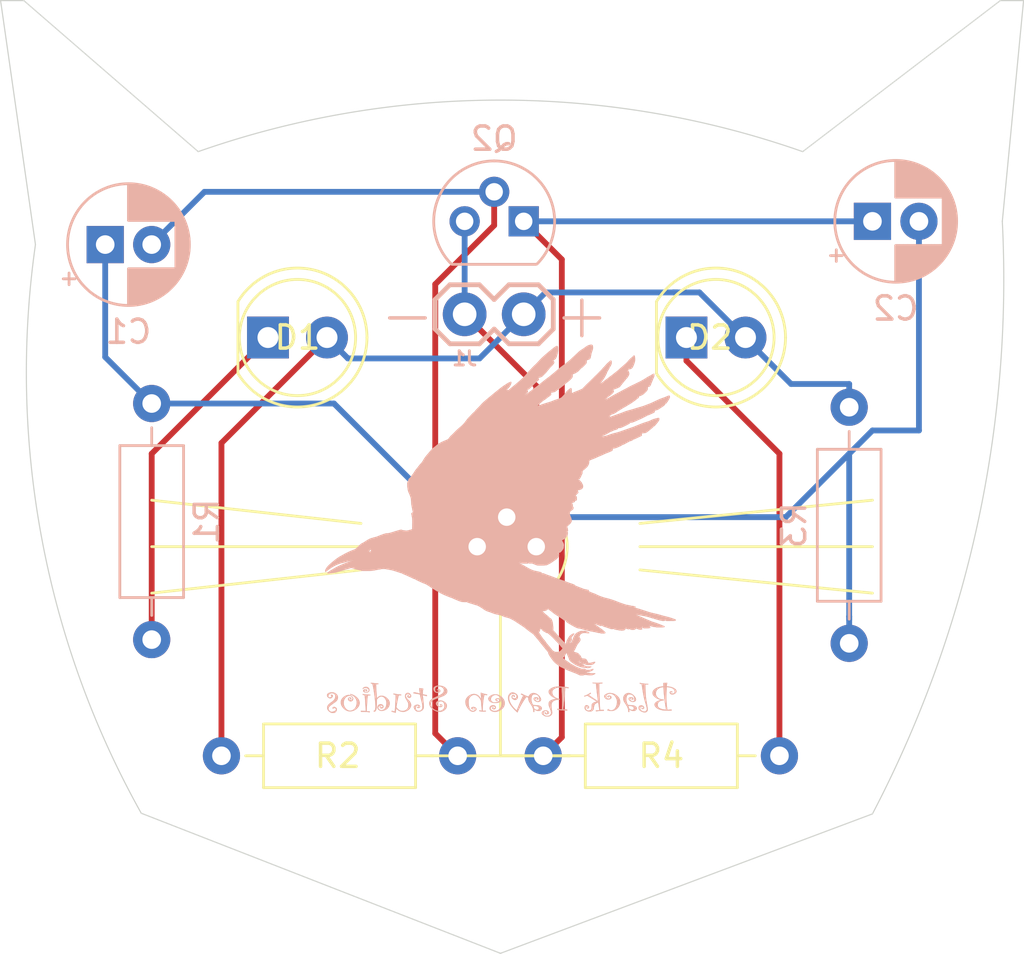
<source format=kicad_pcb>
(kicad_pcb (version 20171130) (host pcbnew "(5.1.7)-1")

  (general
    (thickness 1.6)
    (drawings 22)
    (tracks 43)
    (zones 0)
    (modules 12)
    (nets 9)
  )

  (page A4)
  (layers
    (0 F.Cu signal)
    (31 B.Cu signal)
    (32 B.Adhes user hide)
    (33 F.Adhes user)
    (34 B.Paste user hide)
    (35 F.Paste user hide)
    (36 B.SilkS user)
    (37 F.SilkS user)
    (38 B.Mask user hide)
    (39 F.Mask user hide)
    (40 Dwgs.User user hide)
    (41 Cmts.User user hide)
    (42 Eco1.User user hide)
    (43 Eco2.User user hide)
    (44 Edge.Cuts user)
    (45 Margin user hide)
    (46 B.CrtYd user hide)
    (47 F.CrtYd user hide)
    (48 B.Fab user hide)
    (49 F.Fab user hide)
  )

  (setup
    (last_trace_width 0.25)
    (trace_clearance 0.2)
    (zone_clearance 0.508)
    (zone_45_only no)
    (trace_min 0.2)
    (via_size 0.8)
    (via_drill 0.4)
    (via_min_size 0.4)
    (via_min_drill 0.3)
    (uvia_size 0.3)
    (uvia_drill 0.1)
    (uvias_allowed no)
    (uvia_min_size 0.2)
    (uvia_min_drill 0.1)
    (edge_width 0.05)
    (segment_width 0.2)
    (pcb_text_width 0.3)
    (pcb_text_size 1.5 1.5)
    (mod_edge_width 0.12)
    (mod_text_size 1 1)
    (mod_text_width 0.15)
    (pad_size 1.524 1.524)
    (pad_drill 0.762)
    (pad_to_mask_clearance 0)
    (aux_axis_origin 0 0)
    (visible_elements 7FFFFFFF)
    (pcbplotparams
      (layerselection 0x010fc_ffffffff)
      (usegerberextensions false)
      (usegerberattributes true)
      (usegerberadvancedattributes true)
      (creategerberjobfile true)
      (excludeedgelayer true)
      (linewidth 0.100000)
      (plotframeref false)
      (viasonmask false)
      (mode 1)
      (useauxorigin false)
      (hpglpennumber 1)
      (hpglpenspeed 20)
      (hpglpendiameter 15.000000)
      (psnegative false)
      (psa4output false)
      (plotreference true)
      (plotvalue true)
      (plotinvisibletext false)
      (padsonsilk false)
      (subtractmaskfromsilk false)
      (outputformat 1)
      (mirror false)
      (drillshape 1)
      (scaleselection 1)
      (outputdirectory ""))
  )

  (net 0 "")
  (net 1 "Net-(C1-Pad1)")
  (net 2 "Net-(C1-Pad2)")
  (net 3 "Net-(C2-Pad2)")
  (net 4 "Net-(C2-Pad1)")
  (net 5 "Net-(D1-Pad1)")
  (net 6 "Net-(D2-Pad1)")
  (net 7 "Net-(D1-Pad2)")
  (net 8 "Net-(J1-Pad1)")

  (net_class Default "This is the default net class."
    (clearance 0.2)
    (trace_width 0.25)
    (via_dia 0.8)
    (via_drill 0.4)
    (uvia_dia 0.3)
    (uvia_drill 0.1)
    (add_net "Net-(C1-Pad1)")
    (add_net "Net-(C1-Pad2)")
    (add_net "Net-(C2-Pad1)")
    (add_net "Net-(C2-Pad2)")
    (add_net "Net-(D1-Pad1)")
    (add_net "Net-(D1-Pad2)")
    (add_net "Net-(D2-Pad1)")
    (add_net "Net-(J1-Pad1)")
  )

  (module Symbol:BlackRavenV2 (layer B.Cu) (tedit 0) (tstamp 6078A001)
    (at 103 37.5 180)
    (fp_text reference G*** (at 0 0) (layer B.SilkS) hide
      (effects (font (size 1.524 1.524) (thickness 0.3)) (justify mirror))
    )
    (fp_text value LOGO (at 0.75 0) (layer B.SilkS) hide
      (effects (font (size 1.524 1.524) (thickness 0.3)) (justify mirror))
    )
    (fp_poly (pts (xy -2.466218 -6.521551) (xy -2.43633 -6.52185) (xy -2.41295 -6.522483) (xy -2.394255 -6.523563)
      (xy -2.378417 -6.525203) (xy -2.363613 -6.527517) (xy -2.348017 -6.530618) (xy -2.34442 -6.53139)
      (xy -2.291874 -6.545474) (xy -2.242277 -6.563995) (xy -2.196825 -6.586201) (xy -2.156714 -6.611339)
      (xy -2.12314 -6.638658) (xy -2.097299 -6.667404) (xy -2.080387 -6.696826) (xy -2.08005 -6.697663)
      (xy -2.074421 -6.721247) (xy -2.073691 -6.749051) (xy -2.077651 -6.777975) (xy -2.086092 -6.804922)
      (xy -2.087489 -6.808078) (xy -2.111273 -6.848757) (xy -2.14442 -6.888494) (xy -2.186139 -6.926649)
      (xy -2.235638 -6.962582) (xy -2.292128 -6.995655) (xy -2.354818 -7.025226) (xy -2.357112 -7.026189)
      (xy -2.37763 -7.034848) (xy -2.394049 -7.041941) (xy -2.404701 -7.046735) (xy -2.40792 -7.048498)
      (xy -2.402085 -7.04919) (xy -2.388741 -7.051023) (xy -2.370383 -7.05365) (xy -2.363203 -7.054698)
      (xy -2.296764 -7.066722) (xy -2.238687 -7.08203) (xy -2.189208 -7.100508) (xy -2.148562 -7.122043)
      (xy -2.116985 -7.146523) (xy -2.094715 -7.173836) (xy -2.088197 -7.186115) (xy -2.078667 -7.21032)
      (xy -2.072447 -7.234435) (xy -2.069679 -7.259438) (xy -2.070508 -7.28631) (xy -2.075076 -7.316027)
      (xy -2.083528 -7.34957) (xy -2.096007 -7.387918) (xy -2.112656 -7.43205) (xy -2.130682 -7.475999)
      (xy -2.151376 -7.529277) (xy -2.165796 -7.576356) (xy -2.173928 -7.617705) (xy -2.175759 -7.653792)
      (xy -2.171277 -7.685088) (xy -2.160466 -7.71206) (xy -2.143314 -7.735179) (xy -2.122762 -7.752853)
      (xy -2.092628 -7.769159) (xy -2.056693 -7.779043) (xy -2.014341 -7.782672) (xy -2.01168 -7.782694)
      (xy -1.968414 -7.779397) (xy -1.930841 -7.769122) (xy -1.899034 -7.7519) (xy -1.873065 -7.727762)
      (xy -1.865637 -7.71807) (xy -1.855692 -7.697372) (xy -1.851504 -7.673513) (xy -1.852713 -7.64862)
      (xy -1.858955 -7.624823) (xy -1.869869 -7.604251) (xy -1.885092 -7.589032) (xy -1.887897 -7.58724)
      (xy -1.908399 -7.578241) (xy -1.932431 -7.572308) (xy -1.955371 -7.570417) (xy -1.964032 -7.571133)
      (xy -1.985037 -7.578289) (xy -2.001081 -7.591247) (xy -2.011567 -7.608161) (xy -2.015901 -7.627188)
      (xy -2.013484 -7.646484) (xy -2.003721 -7.664204) (xy -1.996458 -7.671437) (xy -1.985314 -7.679165)
      (xy -1.97572 -7.683289) (xy -1.973971 -7.6835) (xy -1.961743 -7.679552) (xy -1.951456 -7.668828)
      (xy -1.944561 -7.653009) (xy -1.943468 -7.648083) (xy -1.940521 -7.635905) (xy -1.936399 -7.630073)
      (xy -1.929506 -7.628476) (xy -1.92868 -7.628467) (xy -1.914191 -7.631325) (xy -1.901875 -7.638415)
      (xy -1.895216 -7.647509) (xy -1.89484 -7.650084) (xy -1.89947 -7.666014) (xy -1.912201 -7.682269)
      (xy -1.931299 -7.697055) (xy -1.949198 -7.706289) (xy -1.972649 -7.712263) (xy -1.998337 -7.712452)
      (xy -2.024316 -7.707644) (xy -2.048644 -7.698631) (xy -2.069377 -7.6862) (xy -2.08457 -7.671141)
      (xy -2.092279 -7.654244) (xy -2.092849 -7.647949) (xy -2.088198 -7.627398) (xy -2.075686 -7.605794)
      (xy -2.056982 -7.585026) (xy -2.033753 -7.566981) (xy -2.010355 -7.554626) (xy -1.977779 -7.545751)
      (xy -1.940645 -7.544067) (xy -1.899783 -7.549589) (xy -1.88797 -7.552382) (xy -1.850469 -7.565478)
      (xy -1.820269 -7.583182) (xy -1.797906 -7.604758) (xy -1.78392 -7.629466) (xy -1.778848 -7.656571)
      (xy -1.783229 -7.685334) (xy -1.785764 -7.692447) (xy -1.792521 -7.706019) (xy -1.802481 -7.719096)
      (xy -1.817468 -7.733814) (xy -1.830853 -7.745345) (xy -1.863943 -7.769912) (xy -1.897074 -7.787757)
      (xy -1.93309 -7.800293) (xy -1.949162 -7.804186) (xy -1.973266 -7.807713) (xy -2.002913 -7.809597)
      (xy -2.033969 -7.809782) (xy -2.062295 -7.808214) (xy -2.079011 -7.805904) (xy -2.1187 -7.793896)
      (xy -2.153876 -7.774799) (xy -2.183372 -7.749517) (xy -2.206019 -7.718957) (xy -2.21505 -7.700434)
      (xy -2.2199 -7.687501) (xy -2.222911 -7.675886) (xy -2.224328 -7.663223) (xy -2.224397 -7.647144)
      (xy -2.223363 -7.625282) (xy -2.223174 -7.622117) (xy -2.220977 -7.596403) (xy -2.217435 -7.566523)
      (xy -2.213082 -7.536634) (xy -2.209527 -7.516284) (xy -2.204756 -7.486863) (xy -2.200884 -7.453813)
      (xy -2.197959 -7.418698) (xy -2.196027 -7.383083) (xy -2.195136 -7.348532) (xy -2.195334 -7.31661)
      (xy -2.196667 -7.288881) (xy -2.199185 -7.26691) (xy -2.201634 -7.255934) (xy -2.217233 -7.216795)
      (xy -2.238703 -7.183865) (xy -2.26678 -7.156046) (xy -2.27087 -7.152812) (xy -2.301008 -7.132505)
      (xy -2.334079 -7.11632) (xy -2.371689 -7.103754) (xy -2.415448 -7.094304) (xy -2.466963 -7.08747)
      (xy -2.485634 -7.085728) (xy -2.545568 -7.080618) (xy -2.544054 -7.068579) (xy -2.542577 -7.062667)
      (xy -2.538619 -7.058134) (xy -2.530275 -7.053963) (xy -2.51564 -7.04914) (xy -2.4982 -7.044152)
      (xy -2.433591 -7.022882) (xy -2.377957 -6.997659) (xy -2.331265 -6.968449) (xy -2.293484 -6.935219)
      (xy -2.264581 -6.897933) (xy -2.244525 -6.856558) (xy -2.233282 -6.81106) (xy -2.230823 -6.761404)
      (xy -2.230916 -6.759118) (xy -2.232182 -6.738064) (xy -2.23426 -6.722665) (xy -2.237874 -6.710109)
      (xy -2.243751 -6.697586) (xy -2.249321 -6.687803) (xy -2.271751 -6.658515) (xy -2.302663 -6.631225)
      (xy -2.340416 -6.607206) (xy -2.373466 -6.591595) (xy -2.405389 -6.579368) (xy -2.433886 -6.570619)
      (xy -2.461879 -6.564835) (xy -2.492294 -6.561507) (xy -2.528055 -6.560122) (xy -2.55402 -6.560015)
      (xy -2.580027 -6.560245) (xy -2.602164 -6.560656) (xy -2.618567 -6.561198) (xy -2.627372 -6.561819)
      (xy -2.628335 -6.562061) (xy -2.629605 -6.567161) (xy -2.631165 -6.579846) (xy -2.632957 -6.599238)
      (xy -2.634924 -6.62446) (xy -2.637009 -6.654635) (xy -2.639154 -6.688886) (xy -2.641301 -6.726334)
      (xy -2.643393 -6.766105) (xy -2.645372 -6.807319) (xy -2.647181 -6.8491) (xy -2.647198 -6.849534)
      (xy -2.648013 -6.873824) (xy -2.648723 -6.903644) (xy -2.649332 -6.938217) (xy -2.649839 -6.976764)
      (xy -2.650247 -7.018509) (xy -2.650556 -7.062674) (xy -2.650768 -7.108481) (xy -2.650883 -7.155154)
      (xy -2.650904 -7.201915) (xy -2.650831 -7.247986) (xy -2.650665 -7.292589) (xy -2.650409 -7.334948)
      (xy -2.650062 -7.374285) (xy -2.649627 -7.409823) (xy -2.649104 -7.440784) (xy -2.648495 -7.46639)
      (xy -2.647801 -7.485865) (xy -2.647024 -7.49843) (xy -2.646163 -7.503309) (xy -2.646161 -7.503312)
      (xy -2.639461 -7.504213) (xy -2.624858 -7.503634) (xy -2.604399 -7.501813) (xy -2.580128 -7.498991)
      (xy -2.55409 -7.495407) (xy -2.528332 -7.491302) (xy -2.504898 -7.486915) (xy -2.502967 -7.486514)
      (xy -2.481869 -7.482128) (xy -2.46472 -7.478649) (xy -2.453726 -7.476519) (xy -2.450897 -7.476067)
      (xy -2.449556 -7.479874) (xy -2.448711 -7.489595) (xy -2.44856 -7.496949) (xy -2.44944 -7.510376)
      (xy -2.452604 -7.517478) (xy -2.45745 -7.52002) (xy -2.483458 -7.525124) (xy -2.517823 -7.529853)
      (xy -2.558746 -7.53402) (xy -2.604427 -7.537439) (xy -2.64668 -7.53966) (xy -2.681875 -7.541389)
      (xy -2.71854 -7.543593) (xy -2.753485 -7.546053) (xy -2.783519 -7.548551) (xy -2.798758 -7.550076)
      (xy -2.82242 -7.552632) (xy -2.842675 -7.554705) (xy -2.857223 -7.556069) (xy -2.863528 -7.5565)
      (xy -2.86782 -7.553269) (xy -2.869905 -7.543015) (xy -2.8702 -7.533851) (xy -2.8702 -7.511202)
      (xy -2.8237 -7.508451) (xy -2.796346 -7.507129) (xy -2.766634 -7.506155) (xy -2.740334 -7.50571)
      (xy -2.736755 -7.5057) (xy -2.69631 -7.5057) (xy -2.699479 -7.483475) (xy -2.702578 -7.460224)
      (xy -2.706229 -7.430243) (xy -2.710358 -7.394296) (xy -2.714893 -7.353145) (xy -2.719762 -7.307552)
      (xy -2.724892 -7.258279) (xy -2.73021 -7.206089) (xy -2.735644 -7.151744) (xy -2.741122 -7.096006)
      (xy -2.746571 -7.039638) (xy -2.751918 -6.983401) (xy -2.75709 -6.928059) (xy -2.762016 -6.874373)
      (xy -2.766623 -6.823105) (xy -2.770838 -6.775019) (xy -2.774588 -6.730876) (xy -2.777802 -6.691438)
      (xy -2.780406 -6.657468) (xy -2.782328 -6.629728) (xy -2.783495 -6.60898) (xy -2.78384 -6.597001)
      (xy -2.784061 -6.583723) (xy -2.785555 -6.577047) (xy -2.78957 -6.575107) (xy -2.797354 -6.576037)
      (xy -2.79781 -6.576116) (xy -2.810241 -6.578003) (xy -2.828782 -6.580505) (xy -2.850841 -6.583307)
      (xy -2.873825 -6.586098) (xy -2.895142 -6.588563) (xy -2.912202 -6.590391) (xy -2.92241 -6.591267)
      (xy -2.923507 -6.5913) (xy -2.928585 -6.588796) (xy -2.930871 -6.580282) (xy -2.93116 -6.572587)
      (xy -2.931283 -6.565826) (xy -2.930823 -6.560673) (xy -2.928543 -6.556764) (xy -2.923203 -6.553742)
      (xy -2.913564 -6.551243) (xy -2.898387 -6.548908) (xy -2.876434 -6.546377) (xy -2.846464 -6.543288)
      (xy -2.82194 -6.540794) (xy -2.769144 -6.535473) (xy -2.724565 -6.531208) (xy -2.686357 -6.527887)
      (xy -2.652675 -6.525398) (xy -2.621672 -6.523627) (xy -2.591503 -6.522464) (xy -2.560323 -6.521795)
      (xy -2.526285 -6.521508) (xy -2.50444 -6.521473) (xy -2.466218 -6.521551)) (layer B.SilkS) (width 0.01))
    (fp_poly (pts (xy 7.289657 -6.771394) (xy 7.33012 -6.778356) (xy 7.367516 -6.789741) (xy 7.400446 -6.805258)
      (xy 7.427515 -6.824616) (xy 7.447324 -6.847526) (xy 7.454861 -6.862137) (xy 7.460965 -6.888761)
      (xy 7.459071 -6.915557) (xy 7.450215 -6.941562) (xy 7.435435 -6.965814) (xy 7.41577 -6.987351)
      (xy 7.392255 -7.005209) (xy 7.36593 -7.018428) (xy 7.337831 -7.026045) (xy 7.308996 -7.027098)
      (xy 7.282978 -7.021535) (xy 7.262054 -7.010248) (xy 7.242834 -6.992662) (xy 7.226759 -6.97094)
      (xy 7.215268 -6.947246) (xy 7.209799 -6.923746) (xy 7.209887 -6.911622) (xy 7.214326 -6.893498)
      (xy 7.223803 -6.881588) (xy 7.239853 -6.87474) (xy 7.262932 -6.871856) (xy 7.284665 -6.871419)
      (xy 7.297115 -6.873341) (xy 7.300963 -6.878327) (xy 7.296891 -6.887081) (xy 7.287948 -6.897753)
      (xy 7.273283 -6.917631) (xy 7.26598 -6.936539) (xy 7.266557 -6.952913) (xy 7.268366 -6.957137)
      (xy 7.278921 -6.967156) (xy 7.2986 -6.976237) (xy 7.326383 -6.983942) (xy 7.334583 -6.985622)
      (xy 7.357243 -6.987642) (xy 7.374841 -6.983146) (xy 7.389839 -6.971313) (xy 7.394754 -6.965508)
      (xy 7.402208 -6.94886) (xy 7.40292 -6.928145) (xy 7.397479 -6.905159) (xy 7.386474 -6.881697)
      (xy 7.370496 -6.859555) (xy 7.354975 -6.844368) (xy 7.323757 -6.82363) (xy 7.290094 -6.810528)
      (xy 7.255317 -6.804885) (xy 7.220754 -6.806526) (xy 7.187735 -6.815273) (xy 7.157589 -6.830951)
      (xy 7.131644 -6.853385) (xy 7.114742 -6.876187) (xy 7.104888 -6.900961) (xy 7.101163 -6.930805)
      (xy 7.103342 -6.964182) (xy 7.111203 -6.999552) (xy 7.124521 -7.035379) (xy 7.142877 -7.069809)
      (xy 7.163661 -7.09826) (xy 7.19101 -7.127145) (xy 7.225808 -7.157283) (xy 7.26894 -7.189492)
      (xy 7.28184 -7.198452) (xy 7.329026 -7.232669) (xy 7.36749 -7.264857) (xy 7.398058 -7.295878)
      (xy 7.421557 -7.326595) (xy 7.438813 -7.357873) (xy 7.442297 -7.366) (xy 7.449207 -7.3916)
      (xy 7.451958 -7.421798) (xy 7.450656 -7.453509) (xy 7.445405 -7.483646) (xy 7.437483 -7.506674)
      (xy 7.4182 -7.538975) (xy 7.391058 -7.570995) (xy 7.358164 -7.600801) (xy 7.321625 -7.626463)
      (xy 7.28726 -7.644462) (xy 7.273787 -7.649735) (xy 7.26042 -7.653204) (xy 7.244216 -7.655339)
      (xy 7.222232 -7.656612) (xy 7.20852 -7.657061) (xy 7.183338 -7.657551) (xy 7.165596 -7.657151)
      (xy 7.152601 -7.65559) (xy 7.141658 -7.652597) (xy 7.133879 -7.649547) (xy 7.106334 -7.633765)
      (xy 7.082199 -7.612085) (xy 7.062262 -7.586153) (xy 7.047309 -7.557617) (xy 7.038128 -7.528125)
      (xy 7.035506 -7.499322) (xy 7.04023 -7.472858) (xy 7.044622 -7.462785) (xy 7.061351 -7.438696)
      (xy 7.082505 -7.419556) (xy 7.106634 -7.405739) (xy 7.132289 -7.397618) (xy 7.158021 -7.395565)
      (xy 7.18238 -7.399953) (xy 7.203918 -7.411157) (xy 7.213151 -7.419403) (xy 7.221488 -7.431079)
      (xy 7.223023 -7.44302) (xy 7.217975 -7.458135) (xy 7.216314 -7.461556) (xy 7.208868 -7.476407)
      (xy 7.183657 -7.461955) (xy 7.161728 -7.450623) (xy 7.144527 -7.445028) (xy 7.129836 -7.444727)
      (xy 7.116936 -7.448613) (xy 7.102876 -7.457317) (xy 7.089116 -7.470069) (xy 7.078003 -7.484179)
      (xy 7.071886 -7.496961) (xy 7.07136 -7.500766) (xy 7.07519 -7.516501) (xy 7.085445 -7.534413)
      (xy 7.100274 -7.551772) (xy 7.113527 -7.562958) (xy 7.149506 -7.583319) (xy 7.191507 -7.597231)
      (xy 7.231083 -7.603994) (xy 7.252142 -7.606179) (xy 7.26656 -7.606826) (xy 7.277749 -7.605606)
      (xy 7.289124 -7.60219) (xy 7.301792 -7.597191) (xy 7.331782 -7.580794) (xy 7.3588 -7.558015)
      (xy 7.380517 -7.530922) (xy 7.385112 -7.523239) (xy 7.391808 -7.509803) (xy 7.395287 -7.497833)
      (xy 7.3962 -7.483855) (xy 7.395467 -7.468099) (xy 7.392641 -7.44853) (xy 7.386548 -7.429477)
      (xy 7.376591 -7.410322) (xy 7.36217 -7.390448) (xy 7.342687 -7.369237) (xy 7.317545 -7.346073)
      (xy 7.286146 -7.320337) (xy 7.247891 -7.291413) (xy 7.202182 -7.258683) (xy 7.172693 -7.238176)
      (xy 7.13381 -7.210966) (xy 7.102144 -7.187736) (xy 7.076698 -7.167485) (xy 7.056471 -7.14921)
      (xy 7.040465 -7.131912) (xy 7.027682 -7.114588) (xy 7.017123 -7.096238) (xy 7.007789 -7.075859)
      (xy 7.005694 -7.070738) (xy 6.991692 -7.024933) (xy 6.987439 -6.981461) (xy 6.992925 -6.940355)
      (xy 7.008142 -6.901652) (xy 7.033081 -6.865387) (xy 7.06547 -6.833477) (xy 7.083864 -6.819174)
      (xy 7.103316 -6.80587) (xy 7.12045 -6.795823) (xy 7.12508 -6.793581) (xy 7.163839 -6.779948)
      (xy 7.205119 -6.771899) (xy 7.247525 -6.769145) (xy 7.289657 -6.771394)) (layer B.SilkS) (width 0.01))
    (fp_poly (pts (xy 4.013514 -6.79439) (xy 4.041935 -6.805741) (xy 4.065853 -6.823697) (xy 4.08461 -6.84754)
      (xy 4.097549 -6.876554) (xy 4.104013 -6.91002) (xy 4.10464 -6.925003) (xy 4.104041 -6.945246)
      (xy 4.101885 -6.963759) (xy 4.097633 -6.981976) (xy 4.090746 -7.001328) (xy 4.080686 -7.02325)
      (xy 4.066912 -7.049174) (xy 4.048886 -7.080532) (xy 4.041331 -7.093295) (xy 4.02557 -7.120367)
      (xy 4.01022 -7.147799) (xy 3.996319 -7.173657) (xy 3.984905 -7.196006) (xy 3.977017 -7.21291)
      (xy 3.97658 -7.213945) (xy 3.969981 -7.230171) (xy 3.965399 -7.243383) (xy 3.962467 -7.255802)
      (xy 3.96082 -7.269648) (xy 3.960092 -7.287143) (xy 3.959919 -7.310507) (xy 3.959919 -7.3152)
      (xy 3.961033 -7.351795) (xy 3.964771 -7.38247) (xy 3.971765 -7.409607) (xy 3.982644 -7.435591)
      (xy 3.998039 -7.462801) (xy 3.999691 -7.465429) (xy 4.026008 -7.498415) (xy 4.05888 -7.52576)
      (xy 4.096975 -7.547101) (xy 4.138962 -7.562073) (xy 4.183511 -7.570316) (xy 4.22929 -7.571465)
      (xy 4.274968 -7.565157) (xy 4.316979 -7.55196) (xy 4.3476 -7.53604) (xy 4.379295 -7.51347)
      (xy 4.410297 -7.485728) (xy 4.438843 -7.454291) (xy 4.448815 -7.441502) (xy 4.475491 -7.405678)
      (xy 4.462765 -7.323398) (xy 4.45526 -7.277395) (xy 4.44632 -7.226776) (xy 4.436355 -7.173597)
      (xy 4.425774 -7.119919) (xy 4.414986 -7.067799) (xy 4.404399 -7.019295) (xy 4.394423 -6.976467)
      (xy 4.39134 -6.96395) (xy 4.385574 -6.940867) (xy 4.380611 -6.92089) (xy 4.376791 -6.905397)
      (xy 4.374454 -6.895768) (xy 4.37388 -6.893219) (xy 4.369168 -6.89304) (xy 4.356462 -6.893353)
      (xy 4.337906 -6.894091) (xy 4.32308 -6.8948) (xy 4.27228 -6.897379) (xy 4.27228 -6.863133)
      (xy 4.31927 -6.860327) (xy 4.404007 -6.853469) (xy 4.479965 -6.843503) (xy 4.547861 -6.830332)
      (xy 4.558647 -6.827769) (xy 4.57633 -6.824031) (xy 4.590173 -6.822186) (xy 4.597386 -6.822594)
      (xy 4.597603 -6.822743) (xy 4.600819 -6.82905) (xy 4.603204 -6.839687) (xy 4.603336 -6.840737)
      (xy 4.603831 -6.849025) (xy 4.601367 -6.853965) (xy 4.593697 -6.857298) (xy 4.578572 -6.860765)
      (xy 4.57708 -6.861078) (xy 4.557312 -6.865253) (xy 4.538169 -6.869346) (xy 4.53009 -6.871096)
      (xy 4.51104 -6.87526) (xy 4.511042 -6.960822) (xy 4.51122 -6.994126) (xy 4.511777 -7.029193)
      (xy 4.512743 -7.066686) (xy 4.514153 -7.107264) (xy 4.516038 -7.151588) (xy 4.518432 -7.20032)
      (xy 4.521366 -7.25412) (xy 4.524874 -7.313649) (xy 4.528988 -7.379567) (xy 4.533742 -7.452536)
      (xy 4.539167 -7.533217) (xy 4.539816 -7.542742) (xy 4.541314 -7.563344) (xy 4.542757 -7.576943)
      (xy 4.544606 -7.584991) (xy 4.547323 -7.588942) (xy 4.551369 -7.590248) (xy 4.554933 -7.590367)
      (xy 4.563692 -7.589105) (xy 4.579433 -7.585758) (xy 4.599526 -7.580985) (xy 4.62134 -7.575445)
      (xy 4.642246 -7.569796) (xy 4.659613 -7.564698) (xy 4.666691 -7.562372) (xy 4.671645 -7.564775)
      (xy 4.677561 -7.573555) (xy 4.680436 -7.579791) (xy 4.684803 -7.59231) (xy 4.684855 -7.598765)
      (xy 4.682265 -7.600532) (xy 4.674179 -7.602564) (xy 4.658676 -7.606721) (xy 4.63782 -7.612428)
      (xy 4.613678 -7.619107) (xy 4.588314 -7.626183) (xy 4.563793 -7.633077) (xy 4.542182 -7.639214)
      (xy 4.525547 -7.644016) (xy 4.515951 -7.646907) (xy 4.51485 -7.64728) (xy 4.50737 -7.649308)
      (xy 4.5056 -7.649028) (xy 4.50501 -7.644563) (xy 4.503559 -7.6329) (xy 4.501397 -7.615266)
      (xy 4.498674 -7.592889) (xy 4.495541 -7.566996) (xy 4.494049 -7.554628) (xy 4.482858 -7.46174)
      (xy 4.463913 -7.483247) (xy 4.430263 -7.516114) (xy 4.390698 -7.545837) (xy 4.347626 -7.570893)
      (xy 4.303453 -7.589761) (xy 4.28752 -7.594809) (xy 4.254069 -7.601821) (xy 4.215551 -7.605868)
      (xy 4.17593 -7.606796) (xy 4.139168 -7.604449) (xy 4.119847 -7.601346) (xy 4.065608 -7.585864)
      (xy 4.015255 -7.563624) (xy 3.969628 -7.535485) (xy 3.929565 -7.502306) (xy 3.895907 -7.464949)
      (xy 3.869492 -7.424273) (xy 3.851159 -7.381137) (xy 3.841746 -7.336402) (xy 3.840643 -7.3152)
      (xy 3.845396 -7.273578) (xy 3.859324 -7.230557) (xy 3.881867 -7.187167) (xy 3.912467 -7.144441)
      (xy 3.950566 -7.103412) (xy 3.959924 -7.094693) (xy 3.995736 -7.059458) (xy 4.025047 -7.024919)
      (xy 4.047259 -6.991956) (xy 4.061776 -6.961448) (xy 4.067858 -6.935925) (xy 4.066952 -6.907038)
      (xy 4.058575 -6.883042) (xy 4.043237 -6.864478) (xy 4.021449 -6.851887) (xy 3.993722 -6.845812)
      (xy 3.982372 -6.845324) (xy 3.95623 -6.848434) (xy 3.928651 -6.856818) (xy 3.904211 -6.868925)
      (xy 3.89637 -6.87444) (xy 3.883973 -6.885366) (xy 3.877867 -6.894589) (xy 3.876062 -6.905315)
      (xy 3.87604 -6.907203) (xy 3.880237 -6.926499) (xy 3.89284 -6.94104) (xy 3.90956 -6.949464)
      (xy 3.933442 -6.954892) (xy 3.952613 -6.952948) (xy 3.959511 -6.949753) (xy 3.966079 -6.941782)
      (xy 3.964419 -6.932957) (xy 3.955684 -6.925678) (xy 3.946645 -6.922896) (xy 3.933704 -6.91976)
      (xy 3.93007 -6.915231) (xy 3.935218 -6.90775) (xy 3.940017 -6.903221) (xy 3.954798 -6.89399)
      (xy 3.969705 -6.8931) (xy 3.985297 -6.900568) (xy 3.990659 -6.904845) (xy 4.002424 -6.920529)
      (xy 4.005988 -6.938445) (xy 4.002264 -6.957084) (xy 3.992167 -6.974935) (xy 3.976609 -6.990488)
      (xy 3.956502 -7.002235) (xy 3.932761 -7.008663) (xy 3.927564 -7.009185) (xy 3.904091 -7.007915)
      (xy 3.883363 -6.99997) (xy 3.863678 -6.984598) (xy 3.857578 -6.978268) (xy 3.850198 -6.969407)
      (xy 3.845839 -6.961047) (xy 3.843725 -6.950512) (xy 3.843079 -6.935124) (xy 3.843056 -6.928166)
      (xy 3.843539 -6.909733) (xy 3.845585 -6.896307) (xy 3.850161 -6.884442) (xy 3.858234 -6.870691)
      (xy 3.859931 -6.868062) (xy 3.883243 -6.837974) (xy 3.909302 -6.814855) (xy 3.937438 -6.799135)
      (xy 3.966982 -6.791243) (xy 3.981247 -6.79036) (xy 4.013514 -6.79439)) (layer B.SilkS) (width 0.01))
    (fp_poly (pts (xy -0.470586 -6.77915) (xy -0.445917 -6.789305) (xy -0.421281 -6.805892) (xy -0.406875 -6.818035)
      (xy -0.37438 -6.853117) (xy -0.350165 -6.893046) (xy -0.334255 -6.937736) (xy -0.326675 -6.987097)
      (xy -0.327452 -7.041042) (xy -0.332381 -7.078134) (xy -0.346501 -7.136986) (xy -0.36848 -7.196698)
      (xy -0.398534 -7.25758) (xy -0.436876 -7.319946) (xy -0.483724 -7.384106) (xy -0.539293 -7.450373)
      (xy -0.603798 -7.519058) (xy -0.677455 -7.590472) (xy -0.702661 -7.61365) (xy -0.717591 -7.626541)
      (xy -0.72724 -7.633128) (xy -0.732393 -7.633898) (xy -0.733365 -7.6327) (xy -0.772306 -7.545669)
      (xy -0.811515 -7.463886) (xy -0.85257 -7.384206) (xy -0.897047 -7.303481) (xy -0.907854 -7.284562)
      (xy -0.939886 -7.22978) (xy -0.970993 -7.178433) (xy -1.000737 -7.131178) (xy -1.028681 -7.088668)
      (xy -1.054387 -7.051558) (xy -1.077416 -7.020503) (xy -1.097331 -6.996157) (xy -1.109368 -6.983277)
      (xy -1.12522 -6.967636) (xy -1.19634 -6.991992) (xy -1.199757 -7.046705) (xy -1.201989 -7.072906)
      (xy -1.205575 -7.096674) (xy -1.211062 -7.11925) (xy -1.218995 -7.141873) (xy -1.229921 -7.165784)
      (xy -1.244387 -7.192223) (xy -1.26294 -7.222429) (xy -1.286125 -7.257642) (xy -1.304826 -7.285095)
      (xy -1.342791 -7.344551) (xy -1.372443 -7.400661) (xy -1.39418 -7.454432) (xy -1.408404 -7.506871)
      (xy -1.415516 -7.558983) (xy -1.415834 -7.563909) (xy -1.418865 -7.615767) (xy -1.45796 -7.615767)
      (xy -1.45796 -7.51046) (xy -1.49225 -7.527849) (xy -1.525301 -7.544048) (xy -1.552367 -7.555794)
      (xy -1.575577 -7.563731) (xy -1.597061 -7.568501) (xy -1.618948 -7.570747) (xy -1.63576 -7.571161)
      (xy -1.659946 -7.5707) (xy -1.677345 -7.568925) (xy -1.69128 -7.565359) (xy -1.699852 -7.561944)
      (xy -1.728175 -7.546999) (xy -1.749058 -7.529875) (xy -1.765224 -7.508313) (xy -1.765993 -7.507016)
      (xy -1.778173 -7.477843) (xy -1.780341 -7.451096) (xy -1.65231 -7.451096) (xy -1.651217 -7.47321)
      (xy -1.643033 -7.493378) (xy -1.627835 -7.510176) (xy -1.605697 -7.522183) (xy -1.605176 -7.522367)
      (xy -1.586608 -7.5252) (xy -1.562809 -7.523481) (xy -1.536813 -7.517584) (xy -1.520845 -7.511961)
      (xy -1.501506 -7.502695) (xy -1.481198 -7.490867) (xy -1.471769 -7.484462) (xy -1.46228 -7.477249)
      (xy -1.455324 -7.470691) (xy -1.449948 -7.463044) (xy -1.445202 -7.452566) (xy -1.440133 -7.437514)
      (xy -1.43379 -7.416145) (xy -1.433014 -7.413472) (xy -1.427154 -7.392926) (xy -1.422288 -7.375194)
      (xy -1.418871 -7.36198) (xy -1.417356 -7.354989) (xy -1.41732 -7.354538) (xy -1.419431 -7.352409)
      (xy -1.426467 -7.351358) (xy -1.439487 -7.351422) (xy -1.459548 -7.352637) (xy -1.487706 -7.355038)
      (xy -1.518554 -7.358016) (xy -1.548344 -7.361667) (xy -1.570841 -7.366361) (xy -1.58891 -7.372994)
      (xy -1.605416 -7.382459) (xy -1.612299 -7.387295) (xy -1.632926 -7.406716) (xy -1.646238 -7.428457)
      (xy -1.65231 -7.451096) (xy -1.780341 -7.451096) (xy -1.780486 -7.449316) (xy -1.773225 -7.42198)
      (xy -1.756685 -7.396384) (xy -1.731158 -7.373074) (xy -1.696937 -7.352597) (xy -1.678891 -7.344498)
      (xy -1.663959 -7.338884) (xy -1.648435 -7.334329) (xy -1.630808 -7.33063) (xy -1.609567 -7.327583)
      (xy -1.5832 -7.324985) (xy -1.550195 -7.322631) (xy -1.50904 -7.32032) (xy -1.49352 -7.319536)
      (xy -1.460174 -7.317756) (xy -1.435609 -7.316084) (xy -1.418451 -7.314358) (xy -1.407329 -7.312412)
      (xy -1.400867 -7.310084) (xy -1.398425 -7.308187) (xy -1.392181 -7.298795) (xy -1.384003 -7.283083)
      (xy -1.374696 -7.262884) (xy -1.365065 -7.240034) (xy -1.355914 -7.216364) (xy -1.348047 -7.193709)
      (xy -1.347637 -7.192434) (xy -1.341759 -7.171956) (xy -1.337596 -7.15174) (xy -1.33477 -7.129227)
      (xy -1.332905 -7.101857) (xy -1.332333 -7.088717) (xy -1.332564 -7.035901) (xy -1.337492 -6.989327)
      (xy -1.347006 -6.949245) (xy -1.360999 -6.915904) (xy -1.379362 -6.889553) (xy -1.401987 -6.870441)
      (xy -1.428765 -6.858819) (xy -1.432648 -6.857848) (xy -1.455784 -6.855287) (xy -1.484457 -6.856175)
      (xy -1.515157 -6.860104) (xy -1.544373 -6.866671) (xy -1.562729 -6.872888) (xy -1.595954 -6.891089)
      (xy -1.623558 -6.916206) (xy -1.645417 -6.948032) (xy -1.661408 -6.986366) (xy -1.67141 -7.031001)
      (xy -1.674378 -7.059084) (xy -1.67551 -7.079046) (xy -1.675446 -7.092917) (xy -1.67384 -7.103043)
      (xy -1.670348 -7.111767) (xy -1.665397 -7.120219) (xy -1.650089 -7.139331) (xy -1.632314 -7.150903)
      (xy -1.610437 -7.155833) (xy -1.6001 -7.156146) (xy -1.572105 -7.151825) (xy -1.545708 -7.140576)
      (xy -1.522878 -7.12393) (xy -1.505586 -7.103421) (xy -1.495803 -7.080582) (xy -1.494701 -7.074184)
      (xy -1.4944 -7.05734) (xy -1.49856 -7.045214) (xy -1.500898 -7.041865) (xy -1.511726 -7.032918)
      (xy -1.528192 -7.024114) (xy -1.546007 -7.0174) (xy -1.560633 -7.014727) (xy -1.572045 -7.018286)
      (xy -1.582481 -7.027261) (xy -1.589077 -7.03875) (xy -1.59004 -7.044547) (xy -1.586936 -7.057279)
      (xy -1.577573 -7.063404) (xy -1.561874 -7.06295) (xy -1.548501 -7.05923) (xy -1.542599 -7.059184)
      (xy -1.542085 -7.063823) (xy -1.546114 -7.071146) (xy -1.553839 -7.079154) (xy -1.55833 -7.082469)
      (xy -1.577248 -7.090025) (xy -1.597341 -7.089802) (xy -1.616225 -7.081952) (xy -1.620911 -7.078459)
      (xy -1.632855 -7.063104) (xy -1.636252 -7.045329) (xy -1.631545 -7.026664) (xy -1.619174 -7.00864)
      (xy -1.59958 -6.992787) (xy -1.595518 -6.990393) (xy -1.57502 -6.983337) (xy -1.547416 -6.980632)
      (xy -1.514376 -6.982358) (xy -1.493073 -6.985476) (xy -1.465044 -6.993926) (xy -1.444645 -7.00736)
      (xy -1.432144 -7.024927) (xy -1.427807 -7.045777) (xy -1.431902 -7.069058) (xy -1.444697 -7.093919)
      (xy -1.454837 -7.107142) (xy -1.472356 -7.123753) (xy -1.496228 -7.141201) (xy -1.523239 -7.157472)
      (xy -1.550176 -7.170553) (xy -1.56464 -7.175929) (xy -1.599404 -7.183119) (xy -1.633439 -7.183117)
      (xy -1.665398 -7.176617) (xy -1.693933 -7.164315) (xy -1.717697 -7.146909) (xy -1.735341 -7.125092)
      (xy -1.745519 -7.099562) (xy -1.747492 -7.081517) (xy -1.743063 -7.048146) (xy -1.730295 -7.012579)
      (xy -1.710145 -6.976041) (xy -1.683566 -6.93976) (xy -1.651512 -6.904963) (xy -1.61494 -6.872875)
      (xy -1.574802 -6.844725) (xy -1.553742 -6.832535) (xy -1.511275 -6.813898) (xy -1.467657 -6.802651)
      (xy -1.424087 -6.798746) (xy -1.381765 -6.802134) (xy -1.341889 -6.812767) (xy -1.305657 -6.830598)
      (xy -1.287981 -6.843241) (xy -1.266963 -6.862677) (xy -1.24718 -6.885277) (xy -1.23074 -6.908341)
      (xy -1.219753 -6.92917) (xy -1.218696 -6.931961) (xy -1.214032 -6.943213) (xy -1.209867 -6.95011)
      (xy -1.208367 -6.951134) (xy -1.200403 -6.949501) (xy -1.185233 -6.945069) (xy -1.1649 -6.938535)
      (xy -1.14145 -6.930599) (xy -1.116929 -6.921958) (xy -1.093381 -6.91331) (xy -1.072852 -6.905355)
      (xy -1.065646 -6.902398) (xy -1.043676 -6.892594) (xy -1.016742 -6.879705) (xy -0.988277 -6.865413)
      (xy -0.962011 -6.851567) (xy -0.937029 -6.838271) (xy -0.919185 -6.829501) (xy -0.907402 -6.824807)
      (xy -0.900598 -6.823737) (xy -0.89821 -6.824915) (xy -0.891067 -6.834618) (xy -0.884564 -6.844798)
      (xy -0.880339 -6.852727) (xy -0.879736 -6.855642) (xy -0.884506 -6.858107) (xy -0.896193 -6.863963)
      (xy -0.912963 -6.872295) (xy -0.930199 -6.880817) (xy -0.979018 -6.904903) (xy -0.938565 -6.986227)
      (xy -0.921752 -7.021043) (xy -0.902359 -7.062998) (xy -0.880794 -7.111141) (xy -0.857468 -7.16452)
      (xy -0.832791 -7.222183) (xy -0.807172 -7.283178) (xy -0.78102 -7.346553) (xy -0.754747 -7.411357)
      (xy -0.744362 -7.437297) (xy -0.699884 -7.548811) (xy -0.679743 -7.532547) (xy -0.639969 -7.497602)
      (xy -0.598944 -7.456394) (xy -0.558237 -7.410797) (xy -0.519416 -7.362682) (xy -0.484048 -7.313921)
      (xy -0.453703 -7.266388) (xy -0.446827 -7.254458) (xy -0.423987 -7.209529) (xy -0.40468 -7.162826)
      (xy -0.389382 -7.116044) (xy -0.378564 -7.070877) (xy -0.372702 -7.029017) (xy -0.372269 -6.992158)
      (xy -0.372541 -6.988822) (xy -0.380663 -6.949427) (xy -0.39718 -6.913836) (xy -0.421575 -6.882827)
      (xy -0.453333 -6.85718) (xy -0.463798 -6.850884) (xy -0.496131 -6.837337) (xy -0.531109 -6.830639)
      (xy -0.566888 -6.830497) (xy -0.601621 -6.83662) (xy -0.633465 -6.848718) (xy -0.660575 -6.866498)
      (xy -0.677609 -6.884615) (xy -0.68573 -6.896793) (xy -0.690271 -6.90786) (xy -0.692219 -6.921211)
      (xy -0.692574 -6.936108) (xy -0.689246 -6.96492) (xy -0.679757 -6.99002) (xy -0.664849 -7.010077)
      (xy -0.645263 -7.023763) (xy -0.643117 -7.024713) (xy -0.630959 -7.029195) (xy -0.619925 -7.030993)
      (xy -0.60606 -7.030384) (xy -0.5906 -7.028399) (xy -0.560662 -7.021646) (xy -0.536314 -7.011287)
      (xy -0.518297 -6.998259) (xy -0.507355 -6.983501) (xy -0.504229 -6.967949) (xy -0.509661 -6.952541)
      (xy -0.521108 -6.940606) (xy -0.536854 -6.931477) (xy -0.552458 -6.927473) (xy -0.56505 -6.929235)
      (xy -0.566952 -6.930335) (xy -0.572402 -6.937567) (xy -0.576703 -6.94909) (xy -0.577275 -6.951684)
      (xy -0.580406 -6.962546) (xy -0.585567 -6.96723) (xy -0.59247 -6.968067) (xy -0.608156 -6.964564)
      (xy -0.618869 -6.955342) (xy -0.623985 -6.942334) (xy -0.622879 -6.927473) (xy -0.614929 -6.912692)
      (xy -0.611535 -6.908973) (xy -0.590549 -6.893453) (xy -0.567403 -6.885065) (xy -0.543873 -6.883673)
      (xy -0.52173 -6.889147) (xy -0.502749 -6.901351) (xy -0.489761 -6.918116) (xy -0.482376 -6.939062)
      (xy -0.479665 -6.963676) (xy -0.481554 -6.988654) (xy -0.487972 -7.010693) (xy -0.491969 -7.01823)
      (xy -0.512288 -7.043915) (xy -0.537279 -7.06543) (xy -0.565398 -7.082129) (xy -0.595106 -7.093368)
      (xy -0.624858 -7.098499) (xy -0.653113 -7.096878) (xy -0.668906 -7.092317) (xy -0.687053 -7.08191)
      (xy -0.7064 -7.065293) (xy -0.725026 -7.04431) (xy -0.737761 -7.02619) (xy -0.748154 -7.00167)
      (xy -0.752222 -6.973019) (xy -0.749869 -6.942794) (xy -0.741956 -6.915819) (xy -0.722559 -6.880603)
      (xy -0.695564 -6.84883) (xy -0.662408 -6.82146) (xy -0.624531 -6.799452) (xy -0.583372 -6.783767)
      (xy -0.540368 -6.775364) (xy -0.530179 -6.774551) (xy -0.497827 -6.774531) (xy -0.470586 -6.77915)) (layer B.SilkS) (width 0.01))
    (fp_poly (pts (xy -5.995147 -6.36583) (xy -5.994882 -6.374034) (xy -5.995345 -6.37994) (xy -5.99694 -6.398308)
      (xy -6.035391 -6.406189) (xy -6.073841 -6.414071) (xy -6.095617 -6.558777) (xy -6.107073 -6.634209)
      (xy -6.117645 -6.70214) (xy -6.127526 -6.763488) (xy -6.136909 -6.819171) (xy -6.145986 -6.870108)
      (xy -6.154951 -6.917216) (xy -6.163995 -6.961414) (xy -6.173312 -7.00362) (xy -6.183094 -7.044752)
      (xy -6.193534 -7.085728) (xy -6.204825 -7.127466) (xy -6.217158 -7.170884) (xy -6.230728 -7.2169)
      (xy -6.240589 -7.249584) (xy -6.256165 -7.301474) (xy -6.269057 -7.345892) (xy -6.279425 -7.383491)
      (xy -6.287432 -7.414927) (xy -6.293239 -7.440854) (xy -6.297008 -7.461928) (xy -6.298899 -7.478803)
      (xy -6.2992 -7.487238) (xy -6.295592 -7.510257) (xy -6.285728 -7.533885) (xy -6.27105 -7.556202)
      (xy -6.253 -7.575293) (xy -6.23302 -7.589239) (xy -6.218127 -7.595049) (xy -6.201347 -7.597626)
      (xy -6.181606 -7.59705) (xy -6.166577 -7.595185) (xy -6.126583 -7.585916) (xy -6.090138 -7.570883)
      (xy -6.058974 -7.551108) (xy -6.034824 -7.527612) (xy -6.023812 -7.511024) (xy -6.016149 -7.491328)
      (xy -6.011563 -7.468659) (xy -6.010423 -7.446333) (xy -6.013097 -7.427667) (xy -6.014201 -7.424461)
      (xy -6.026651 -7.40512) (xy -6.045408 -7.391679) (xy -6.068813 -7.384782) (xy -6.095205 -7.385077)
      (xy -6.108215 -7.387895) (xy -6.129615 -7.398045) (xy -6.143888 -7.414139) (xy -6.149216 -7.427918)
      (xy -6.148662 -7.441021) (xy -6.140886 -7.449807) (xy -6.127672 -7.453878) (xy -6.110805 -7.452833)
      (xy -6.09207 -7.446272) (xy -6.084944 -7.442318) (xy -6.070791 -7.435229) (xy -6.06261 -7.434835)
      (xy -6.060575 -7.440877) (xy -6.064865 -7.453094) (xy -6.070617 -7.463394) (xy -6.082333 -7.47821)
      (xy -6.096474 -7.486137) (xy -6.116024 -7.488739) (xy -6.119013 -7.488767) (xy -6.143379 -7.485303)
      (xy -6.161754 -7.47517) (xy -6.17376 -7.458751) (xy -6.17902 -7.436433) (xy -6.179193 -7.427151)
      (xy -6.173611 -7.400767) (xy -6.159364 -7.376908) (xy -6.137801 -7.356672) (xy -6.110271 -7.34116)
      (xy -6.078125 -7.331471) (xy -6.058701 -7.329004) (xy -6.027136 -7.329992) (xy -6.000585 -7.337979)
      (xy -5.97743 -7.353548) (xy -5.969508 -7.361234) (xy -5.952617 -7.382118) (xy -5.942827 -7.403012)
      (xy -5.93881 -7.427196) (xy -5.93852 -7.437786) (xy -5.943379 -7.473344) (xy -5.957919 -7.506397)
      (xy -5.982089 -7.536866) (xy -6.015836 -7.56467) (xy -6.026408 -7.5716) (xy -6.065662 -7.593498)
      (xy -6.105688 -7.610862) (xy -6.145108 -7.623382) (xy -6.182545 -7.630745) (xy -6.216622 -7.632641)
      (xy -6.245962 -7.628757) (xy -6.259159 -7.624233) (xy -6.279223 -7.612484) (xy -6.29912 -7.595964)
      (xy -6.31618 -7.57732) (xy -6.327729 -7.559202) (xy -6.329712 -7.554291) (xy -6.333322 -7.537257)
      (xy -6.334729 -7.513961) (xy -6.333903 -7.484116) (xy -6.330814 -7.447439) (xy -6.325433 -7.403644)
      (xy -6.317731 -7.352446) (xy -6.307678 -7.293559) (xy -6.29679 -7.234767) (xy -6.284213 -7.165839)
      (xy -6.273402 -7.09965) (xy -6.26424 -7.034885) (xy -6.256611 -6.970235) (xy -6.250399 -6.904384)
      (xy -6.245489 -6.836022) (xy -6.241764 -6.763836) (xy -6.239109 -6.686512) (xy -6.237407 -6.602739)
      (xy -6.236862 -6.556372) (xy -6.2357 -6.430427) (xy -6.29539 -6.430431) (xy -6.35508 -6.430434)
      (xy -6.35508 -6.406049) (xy -6.29539 -6.403098) (xy -6.230882 -6.398624) (xy -6.16484 -6.391684)
      (xy -6.100439 -6.382703) (xy -6.040855 -6.372103) (xy -6.005505 -6.364378) (xy -5.998266 -6.363258)
      (xy -5.995147 -6.36583)) (layer B.SilkS) (width 0.01))
    (fp_poly (pts (xy 5.922561 -6.844823) (xy 5.922622 -6.854265) (xy 5.922302 -6.858917) (xy 5.92074 -6.876768)
      (xy 5.88067 -6.886311) (xy 5.861912 -6.890922) (xy 5.847287 -6.894787) (xy 5.83925 -6.897247)
      (xy 5.838486 -6.897617) (xy 5.837445 -6.902388) (xy 5.835975 -6.914831) (xy 5.834129 -6.934164)
      (xy 5.831955 -6.959608) (xy 5.829505 -6.990383) (xy 5.82683 -7.025708) (xy 5.823981 -7.064802)
      (xy 5.821008 -7.106885) (xy 5.817962 -7.151177) (xy 5.814894 -7.196898) (xy 5.811854 -7.243267)
      (xy 5.808894 -7.289503) (xy 5.806064 -7.334827) (xy 5.803415 -7.378457) (xy 5.800997 -7.419615)
      (xy 5.798862 -7.457518) (xy 5.79706 -7.491388) (xy 5.795642 -7.520442) (xy 5.794659 -7.543902)
      (xy 5.794161 -7.560987) (xy 5.794199 -7.570915) (xy 5.794543 -7.573169) (xy 5.799988 -7.573491)
      (xy 5.813611 -7.573182) (xy 5.833467 -7.572357) (xy 5.857612 -7.571131) (xy 5.884103 -7.569617)
      (xy 5.910996 -7.567928) (xy 5.936347 -7.56618) (xy 5.958212 -7.564486) (xy 5.974648 -7.56296)
      (xy 5.98043 -7.562267) (xy 5.99948 -7.559626) (xy 5.99948 -7.606007) (xy 5.87121 -7.609026)
      (xy 5.814665 -7.610698) (xy 5.767182 -7.612866) (xy 5.727674 -7.615596) (xy 5.695056 -7.618952)
      (xy 5.685285 -7.620256) (xy 5.662351 -7.623499) (xy 5.643373 -7.626137) (xy 5.630419 -7.627887)
      (xy 5.625595 -7.628467) (xy 5.624419 -7.624663) (xy 5.623684 -7.614963) (xy 5.62356 -7.60789)
      (xy 5.62356 -7.587313) (xy 5.65023 -7.584644) (xy 5.669718 -7.583238) (xy 5.6937 -7.582258)
      (xy 5.71373 -7.581937) (xy 5.75056 -7.5819) (xy 5.750484 -7.563909) (xy 5.749961 -7.523628)
      (xy 5.748754 -7.478293) (xy 5.746934 -7.428946) (xy 5.744572 -7.37663) (xy 5.741738 -7.322389)
      (xy 5.738503 -7.267265) (xy 5.734939 -7.212301) (xy 5.731115 -7.15854) (xy 5.727102 -7.107026)
      (xy 5.722972 -7.0588) (xy 5.718795 -7.014907) (xy 5.714641 -6.97639) (xy 5.710582 -6.94429)
      (xy 5.706833 -6.920442) (xy 5.703946 -6.904567) (xy 5.674622 -6.904567) (xy 5.653049 -6.904058)
      (xy 5.631141 -6.902762) (xy 5.621729 -6.901875) (xy 5.607441 -6.899898) (xy 5.600543 -6.896865)
      (xy 5.598344 -6.890657) (xy 5.59816 -6.883298) (xy 5.59816 -6.867413) (xy 5.70611 -6.865347)
      (xy 5.744048 -6.864516) (xy 5.773887 -6.863542) (xy 5.797688 -6.862257) (xy 5.817511 -6.860491)
      (xy 5.835417 -6.858075) (xy 5.853468 -6.854839) (xy 5.866453 -6.852174) (xy 5.88815 -6.847622)
      (xy 5.905964 -6.843972) (xy 5.917745 -6.841661) (xy 5.921355 -6.841067) (xy 5.922561 -6.844823)) (layer B.SilkS) (width 0.01))
    (fp_poly (pts (xy -5.450067 -6.805107) (xy -5.424339 -6.813062) (xy -5.389585 -6.831234) (xy -5.357661 -6.856411)
      (xy -5.329898 -6.887223) (xy -5.307621 -6.922303) (xy -5.298067 -6.943226) (xy -5.293026 -6.957)
      (xy -5.289561 -6.96976) (xy -5.287392 -6.983632) (xy -5.286235 -7.000744) (xy -5.285808 -7.023224)
      (xy -5.28578 -7.0358) (xy -5.286031 -7.061904) (xy -5.286932 -7.081712) (xy -5.28876 -7.097393)
      (xy -5.291791 -7.111112) (xy -5.296303 -7.125037) (xy -5.297658 -7.128703) (xy -5.307743 -7.15225)
      (xy -5.321719 -7.179215) (xy -5.340104 -7.210487) (xy -5.363418 -7.246953) (xy -5.389146 -7.285095)
      (xy -5.427111 -7.344551) (xy -5.456763 -7.400661) (xy -5.4785 -7.454432) (xy -5.492724 -7.506871)
      (xy -5.499836 -7.558983) (xy -5.500154 -7.563909) (xy -5.503185 -7.615767) (xy -5.54228 -7.615767)
      (xy -5.54228 -7.51046) (xy -5.57657 -7.527849) (xy -5.609621 -7.544048) (xy -5.636687 -7.555794)
      (xy -5.659897 -7.563731) (xy -5.681381 -7.568501) (xy -5.703268 -7.570747) (xy -5.72008 -7.571161)
      (xy -5.744266 -7.5707) (xy -5.761665 -7.568925) (xy -5.7756 -7.565359) (xy -5.784172 -7.561944)
      (xy -5.812495 -7.546999) (xy -5.833378 -7.529875) (xy -5.849544 -7.508313) (xy -5.850313 -7.507016)
      (xy -5.862493 -7.477843) (xy -5.864661 -7.451096) (xy -5.73663 -7.451096) (xy -5.735537 -7.47321)
      (xy -5.727353 -7.493378) (xy -5.712155 -7.510176) (xy -5.690017 -7.522183) (xy -5.689496 -7.522367)
      (xy -5.670928 -7.5252) (xy -5.647129 -7.523481) (xy -5.621133 -7.517584) (xy -5.605165 -7.511961)
      (xy -5.585826 -7.502695) (xy -5.565518 -7.490867) (xy -5.556089 -7.484462) (xy -5.5466 -7.477249)
      (xy -5.539644 -7.470691) (xy -5.534268 -7.463044) (xy -5.529522 -7.452566) (xy -5.524453 -7.437514)
      (xy -5.51811 -7.416145) (xy -5.517334 -7.413472) (xy -5.511474 -7.392926) (xy -5.506608 -7.375194)
      (xy -5.503191 -7.36198) (xy -5.501676 -7.354989) (xy -5.50164 -7.354538) (xy -5.503751 -7.352409)
      (xy -5.510787 -7.351358) (xy -5.523807 -7.351422) (xy -5.543868 -7.352637) (xy -5.572026 -7.355038)
      (xy -5.602874 -7.358016) (xy -5.632664 -7.361667) (xy -5.655161 -7.366361) (xy -5.67323 -7.372994)
      (xy -5.689736 -7.382459) (xy -5.696619 -7.387295) (xy -5.717246 -7.406716) (xy -5.730558 -7.428457)
      (xy -5.73663 -7.451096) (xy -5.864661 -7.451096) (xy -5.864806 -7.449316) (xy -5.857545 -7.42198)
      (xy -5.841005 -7.396384) (xy -5.815478 -7.373074) (xy -5.781257 -7.352597) (xy -5.763211 -7.344498)
      (xy -5.748279 -7.338884) (xy -5.732755 -7.334329) (xy -5.715128 -7.33063) (xy -5.693887 -7.327583)
      (xy -5.66752 -7.324985) (xy -5.634515 -7.322631) (xy -5.59336 -7.32032) (xy -5.57784 -7.319536)
      (xy -5.544494 -7.317756) (xy -5.519929 -7.316084) (xy -5.502771 -7.314358) (xy -5.491649 -7.312412)
      (xy -5.485187 -7.310084) (xy -5.482745 -7.308187) (xy -5.476501 -7.298795) (xy -5.468323 -7.283083)
      (xy -5.459016 -7.262884) (xy -5.449385 -7.240034) (xy -5.440234 -7.216364) (xy -5.432367 -7.193709)
      (xy -5.431957 -7.192434) (xy -5.426079 -7.171956) (xy -5.421916 -7.15174) (xy -5.41909 -7.129227)
      (xy -5.417225 -7.101857) (xy -5.416653 -7.088717) (xy -5.416884 -7.035901) (xy -5.421812 -6.989327)
      (xy -5.431326 -6.949245) (xy -5.445319 -6.915904) (xy -5.463682 -6.889553) (xy -5.486307 -6.870441)
      (xy -5.513085 -6.858819) (xy -5.516968 -6.857848) (xy -5.540104 -6.855287) (xy -5.568777 -6.856175)
      (xy -5.599477 -6.860104) (xy -5.628693 -6.866671) (xy -5.647049 -6.872888) (xy -5.680274 -6.891089)
      (xy -5.707878 -6.916206) (xy -5.729737 -6.948032) (xy -5.745728 -6.986366) (xy -5.75573 -7.031001)
      (xy -5.758698 -7.059084) (xy -5.75983 -7.079046) (xy -5.759766 -7.092917) (xy -5.75816 -7.103043)
      (xy -5.754668 -7.111767) (xy -5.749717 -7.120219) (xy -5.734409 -7.139331) (xy -5.716634 -7.150903)
      (xy -5.694757 -7.155833) (xy -5.68442 -7.156146) (xy -5.656425 -7.151825) (xy -5.630028 -7.140576)
      (xy -5.607198 -7.12393) (xy -5.589906 -7.103421) (xy -5.580123 -7.080582) (xy -5.579021 -7.074184)
      (xy -5.57872 -7.05734) (xy -5.58288 -7.045214) (xy -5.585218 -7.041865) (xy -5.596046 -7.032918)
      (xy -5.612512 -7.024114) (xy -5.630327 -7.0174) (xy -5.644953 -7.014727) (xy -5.656365 -7.018286)
      (xy -5.666801 -7.027261) (xy -5.673397 -7.03875) (xy -5.67436 -7.044547) (xy -5.671256 -7.057279)
      (xy -5.661893 -7.063404) (xy -5.646194 -7.06295) (xy -5.632821 -7.05923) (xy -5.626919 -7.059184)
      (xy -5.626405 -7.063823) (xy -5.630434 -7.071146) (xy -5.638159 -7.079154) (xy -5.64265 -7.082469)
      (xy -5.661568 -7.090025) (xy -5.681661 -7.089802) (xy -5.700545 -7.081952) (xy -5.705231 -7.078459)
      (xy -5.717175 -7.063104) (xy -5.720572 -7.045329) (xy -5.715865 -7.026664) (xy -5.703494 -7.00864)
      (xy -5.6839 -6.992787) (xy -5.679838 -6.990393) (xy -5.65934 -6.983337) (xy -5.631736 -6.980632)
      (xy -5.598696 -6.982358) (xy -5.577393 -6.985476) (xy -5.549364 -6.993926) (xy -5.528965 -7.00736)
      (xy -5.516464 -7.024927) (xy -5.512127 -7.045777) (xy -5.516222 -7.069058) (xy -5.529017 -7.093919)
      (xy -5.539157 -7.107142) (xy -5.556676 -7.123753) (xy -5.580548 -7.141201) (xy -5.607559 -7.157472)
      (xy -5.634496 -7.170553) (xy -5.64896 -7.175929) (xy -5.683724 -7.183119) (xy -5.717759 -7.183117)
      (xy -5.749718 -7.176617) (xy -5.778253 -7.164315) (xy -5.802017 -7.146909) (xy -5.819661 -7.125092)
      (xy -5.829839 -7.099562) (xy -5.831812 -7.081517) (xy -5.827289 -7.047431) (xy -5.814335 -7.01158)
      (xy -5.794053 -6.975128) (xy -5.767545 -6.93924) (xy -5.735915 -6.905078) (xy -5.700264 -6.873807)
      (xy -5.661696 -6.846591) (xy -5.621312 -6.824592) (xy -5.580215 -6.808976) (xy -5.571302 -6.806541)
      (xy -5.530848 -6.799852) (xy -5.489428 -6.799419) (xy -5.450067 -6.805107)) (layer B.SilkS) (width 0.01))
    (fp_poly (pts (xy 0.23876 -6.855002) (xy 0.292125 -6.860487) (xy 0.341068 -6.87245) (xy 0.387078 -6.891445)
      (xy 0.43164 -6.918025) (xy 0.455607 -6.935712) (xy 0.486192 -6.963125) (xy 0.507161 -6.990129)
      (xy 0.518936 -7.017639) (xy 0.521936 -7.04657) (xy 0.518131 -7.072043) (xy 0.506026 -7.105844)
      (xy 0.487137 -7.134752) (xy 0.460324 -7.160149) (xy 0.427877 -7.181488) (xy 0.394573 -7.198437)
      (xy 0.36147 -7.210667) (xy 0.325883 -7.218844) (xy 0.285127 -7.223634) (xy 0.250868 -7.225364)
      (xy 0.188372 -7.225087) (xy 0.134309 -7.220225) (xy 0.088549 -7.210755) (xy 0.050962 -7.19665)
      (xy 0.026247 -7.181681) (xy 0.005952 -7.161922) (xy -0.005413 -7.140743) (xy -0.008706 -7.119004)
      (xy -0.004785 -7.09756) (xy 0.005494 -7.07727) (xy 0.021275 -7.058992) (xy 0.041699 -7.043583)
      (xy 0.06591 -7.031901) (xy 0.093051 -7.024803) (xy 0.122266 -7.023146) (xy 0.152696 -7.02779)
      (xy 0.173079 -7.034742) (xy 0.197286 -7.047716) (xy 0.211748 -7.062317) (xy 0.216785 -7.079024)
      (xy 0.213798 -7.095516) (xy 0.204123 -7.113205) (xy 0.189685 -7.128677) (xy 0.172756 -7.140095)
      (xy 0.155603 -7.145621) (xy 0.151587 -7.145867) (xy 0.135244 -7.143666) (xy 0.12132 -7.138062)
      (xy 0.112918 -7.130555) (xy 0.11176 -7.126634) (xy 0.116026 -7.121224) (xy 0.12658 -7.115504)
      (xy 0.129528 -7.114394) (xy 0.146718 -7.105036) (xy 0.155158 -7.092531) (xy 0.154228 -7.077919)
      (xy 0.152962 -7.075032) (xy 0.143474 -7.062607) (xy 0.128453 -7.054653) (xy 0.110085 -7.050473)
      (xy 0.096494 -7.049528) (xy 0.086668 -7.05311) (xy 0.079018 -7.059233) (xy 0.068708 -7.071823)
      (xy 0.059916 -7.08834) (xy 0.053882 -7.105649) (xy 0.051848 -7.120619) (xy 0.05262 -7.125936)
      (xy 0.063202 -7.144255) (xy 0.082657 -7.160579) (xy 0.109876 -7.174499) (xy 0.143752 -7.185606)
      (xy 0.183177 -7.193493) (xy 0.227044 -7.197749) (xy 0.24892 -7.198379) (xy 0.273788 -7.19837)
      (xy 0.29152 -7.197611) (xy 0.305134 -7.195677) (xy 0.317646 -7.192144) (xy 0.331813 -7.186691)
      (xy 0.36079 -7.170364) (xy 0.383456 -7.148361) (xy 0.399536 -7.121816) (xy 0.408757 -7.091862)
      (xy 0.410845 -7.059634) (xy 0.405526 -7.026265) (xy 0.392525 -6.992888) (xy 0.382716 -6.976024)
      (xy 0.365317 -6.953669) (xy 0.343471 -6.931917) (xy 0.319874 -6.913163) (xy 0.297225 -6.899802)
      (xy 0.296479 -6.89946) (xy 0.27758 -6.892526) (xy 0.254472 -6.886278) (xy 0.237794 -6.883016)
      (xy 0.1974 -6.880995) (xy 0.157619 -6.887139) (xy 0.119371 -6.901149) (xy 0.083576 -6.922726)
      (xy 0.063193 -6.939612) (xy 0.027986 -6.978406) (xy -0.000387 -7.023221) (xy -0.021954 -7.07413)
      (xy -0.036739 -7.131204) (xy -0.04477 -7.194514) (xy -0.046385 -7.240766) (xy -0.045268 -7.283059)
      (xy -0.041475 -7.319352) (xy -0.034591 -7.351899) (xy -0.024204 -7.382956) (xy -0.017377 -7.39905)
      (xy 0.005206 -7.439659) (xy 0.033816 -7.475919) (xy 0.067449 -7.507256) (xy 0.105104 -7.533093)
      (xy 0.14578 -7.552856) (xy 0.188475 -7.56597) (xy 0.232187 -7.571859) (xy 0.275915 -7.569947)
      (xy 0.279263 -7.569458) (xy 0.315852 -7.56083) (xy 0.34963 -7.547165) (xy 0.378944 -7.529543)
      (xy 0.402142 -7.509042) (xy 0.417572 -7.486743) (xy 0.42151 -7.476516) (xy 0.424484 -7.45112)
      (xy 0.417943 -7.428684) (xy 0.4019 -7.40923) (xy 0.376369 -7.392776) (xy 0.364306 -7.387365)
      (xy 0.329821 -7.376051) (xy 0.299245 -7.371664) (xy 0.27315 -7.374163) (xy 0.252109 -7.383507)
      (xy 0.23889 -7.396437) (xy 0.229672 -7.414446) (xy 0.22975 -7.429909) (xy 0.238877 -7.442169)
      (xy 0.256812 -7.450566) (xy 0.259148 -7.451185) (xy 0.272992 -7.453967) (xy 0.281753 -7.453166)
      (xy 0.289567 -7.448545) (xy 0.297647 -7.439346) (xy 0.304266 -7.426725) (xy 0.305017 -7.424595)
      (xy 0.311782 -7.412402) (xy 0.321512 -7.408295) (xy 0.334093 -7.412291) (xy 0.34313 -7.418725)
      (xy 0.353342 -7.432586) (xy 0.355069 -7.448693) (xy 0.348867 -7.465425) (xy 0.335291 -7.481163)
      (xy 0.317686 -7.492905) (xy 0.294974 -7.499986) (xy 0.270688 -7.499614) (xy 0.246601 -7.492331)
      (xy 0.224486 -7.47868) (xy 0.206114 -7.4592) (xy 0.205747 -7.458685) (xy 0.198044 -7.440887)
      (xy 0.195747 -7.419106) (xy 0.198793 -7.396496) (xy 0.20712 -7.37621) (xy 0.207389 -7.375771)
      (xy 0.226278 -7.35409) (xy 0.252175 -7.337696) (xy 0.283528 -7.327314) (xy 0.318786 -7.323667)
      (xy 0.318971 -7.323667) (xy 0.358618 -7.327402) (xy 0.393236 -7.338379) (xy 0.422317 -7.356258)
      (xy 0.445354 -7.380698) (xy 0.461838 -7.411359) (xy 0.465443 -7.421763) (xy 0.470743 -7.45458)
      (xy 0.466487 -7.485871) (xy 0.453222 -7.515017) (xy 0.431493 -7.541397) (xy 0.401846 -7.564395)
      (xy 0.364828 -7.583388) (xy 0.320984 -7.59776) (xy 0.307542 -7.600875) (xy 0.278129 -7.605)
      (xy 0.242904 -7.60668) (xy 0.205781 -7.605921) (xy 0.170674 -7.602727) (xy 0.15761 -7.600686)
      (xy 0.131209 -7.594274) (xy 0.100012 -7.584158) (xy 0.067427 -7.571628) (xy 0.036865 -7.557973)
      (xy 0.01662 -7.547369) (xy -0.005698 -7.533043) (xy -0.031466 -7.514108) (xy -0.058047 -7.492726)
      (xy -0.082803 -7.471056) (xy -0.103095 -7.451258) (xy -0.109785 -7.443866) (xy -0.139866 -7.403694)
      (xy -0.161801 -7.362316) (xy -0.176159 -7.31818) (xy -0.183508 -7.269733) (xy -0.184783 -7.239)
      (xy -0.183483 -7.199004) (xy -0.178521 -7.164241) (xy -0.169232 -7.131854) (xy -0.15495 -7.098986)
      (xy -0.14982 -7.089034) (xy -0.124115 -7.048274) (xy -0.091191 -7.008086) (xy -0.052758 -6.969991)
      (xy -0.010528 -6.93551) (xy 0.033788 -6.906165) (xy 0.078478 -6.883477) (xy 0.08396 -6.881204)
      (xy 0.130137 -6.865571) (xy 0.175454 -6.8569) (xy 0.223574 -6.854571) (xy 0.23876 -6.855002)) (layer B.SilkS) (width 0.01))
    (fp_poly (pts (xy 2.700485 -6.48007) (xy 2.746351 -6.488627) (xy 2.787351 -6.50226) (xy 2.822298 -6.520493)
      (xy 2.850009 -6.54285) (xy 2.866223 -6.563469) (xy 2.87675 -6.589244) (xy 2.880174 -6.618855)
      (xy 2.876965 -6.650498) (xy 2.867594 -6.682365) (xy 2.852533 -6.712652) (xy 2.83225 -6.739551)
      (xy 2.816458 -6.754389) (xy 2.791503 -6.770764) (xy 2.763882 -6.78087) (xy 2.7315 -6.785273)
      (xy 2.702498 -6.785158) (xy 2.665309 -6.78072) (xy 2.633967 -6.771664) (xy 2.609239 -6.758608)
      (xy 2.591897 -6.742171) (xy 2.582708 -6.722972) (xy 2.582443 -6.70163) (xy 2.585581 -6.691135)
      (xy 2.599461 -6.667863) (xy 2.619754 -6.650901) (xy 2.645637 -6.640755) (xy 2.67208 -6.637867)
      (xy 2.699655 -6.640518) (xy 2.719505 -6.648414) (xy 2.731436 -6.661475) (xy 2.732425 -6.663618)
      (xy 2.735661 -6.672495) (xy 2.734197 -6.675396) (xy 2.726972 -6.674249) (xy 2.726626 -6.674166)
      (xy 2.705386 -6.669631) (xy 2.691216 -6.668501) (xy 2.681832 -6.670879) (xy 2.675296 -6.676447)
      (xy 2.668643 -6.690418) (xy 2.667051 -6.707838) (xy 2.670396 -6.724891) (xy 2.677239 -6.736473)
      (xy 2.694173 -6.748059) (xy 2.715893 -6.753962) (xy 2.739444 -6.753982) (xy 2.761873 -6.74792)
      (xy 2.771325 -6.742822) (xy 2.788141 -6.726608) (xy 2.8008 -6.702814) (xy 2.809209 -6.671624)
      (xy 2.809689 -6.668851) (xy 2.812753 -6.638222) (xy 2.810377 -6.612582) (xy 2.802184 -6.589578)
      (xy 2.794971 -6.577059) (xy 2.772905 -6.551301) (xy 2.744926 -6.531538) (xy 2.712349 -6.517815)
      (xy 2.676487 -6.510175) (xy 2.638653 -6.508662) (xy 2.60016 -6.51332) (xy 2.562323 -6.524192)
      (xy 2.526454 -6.541322) (xy 2.493868 -6.564754) (xy 2.491385 -6.566953) (xy 2.461442 -6.599075)
      (xy 2.441386 -6.632318) (xy 2.431104 -6.666299) (xy 2.430483 -6.700634) (xy 2.439412 -6.734943)
      (xy 2.457779 -6.768841) (xy 2.48547 -6.801946) (xy 2.522374 -6.833876) (xy 2.568379 -6.864247)
      (xy 2.58064 -6.871195) (xy 2.597597 -6.880123) (xy 2.621583 -6.892181) (xy 2.650706 -6.906448)
      (xy 2.683072 -6.922001) (xy 2.71679 -6.937921) (xy 2.73558 -6.946662) (xy 2.787634 -6.971017)
      (xy 2.831598 -6.992259) (xy 2.868515 -7.010973) (xy 2.899431 -7.027749) (xy 2.925393 -7.043174)
      (xy 2.947446 -7.057834) (xy 2.966635 -7.072318) (xy 2.98111 -7.084602) (xy 3.012696 -7.115422)
      (xy 3.035805 -7.144643) (xy 3.051273 -7.174051) (xy 3.059932 -7.205433) (xy 3.062618 -7.240577)
      (xy 3.062104 -7.258024) (xy 3.055715 -7.302529) (xy 3.041327 -7.345089) (xy 3.018471 -7.386508)
      (xy 2.986682 -7.427585) (xy 2.945491 -7.469124) (xy 2.932029 -7.481102) (xy 2.880549 -7.521187)
      (xy 2.827 -7.554018) (xy 2.77207 -7.579255) (xy 2.716447 -7.596561) (xy 2.685117 -7.602683)
      (xy 2.656673 -7.605601) (xy 2.623687 -7.606758) (xy 2.590036 -7.606194) (xy 2.559601 -7.603948)
      (xy 2.541382 -7.601218) (xy 2.49896 -7.588738) (xy 2.457005 -7.569174) (xy 2.417234 -7.543843)
      (xy 2.381361 -7.514064) (xy 2.351101 -7.481155) (xy 2.328169 -7.446433) (xy 2.321338 -7.432109)
      (xy 2.30854 -7.393251) (xy 2.302798 -7.355101) (xy 2.304416 -7.319884) (xy 2.305369 -7.314714)
      (xy 2.318184 -7.276855) (xy 2.340222 -7.240717) (xy 2.370597 -7.207189) (xy 2.408422 -7.177155)
      (xy 2.452812 -7.151503) (xy 2.481003 -7.139066) (xy 2.50359 -7.13077) (xy 2.522744 -7.125712)
      (xy 2.543282 -7.122879) (xy 2.564531 -7.121506) (xy 2.613718 -7.122033) (xy 2.656583 -7.128772)
      (xy 2.694006 -7.141963) (xy 2.726864 -7.161844) (xy 2.73401 -7.167506) (xy 2.755635 -7.190794)
      (xy 2.768541 -7.216543) (xy 2.77331 -7.243808) (xy 2.770525 -7.271643) (xy 2.760769 -7.299105)
      (xy 2.744623 -7.325247) (xy 2.722671 -7.349124) (xy 2.695495 -7.369791) (xy 2.663678 -7.386304)
      (xy 2.627802 -7.397717) (xy 2.588826 -7.403065) (xy 2.568681 -7.403711) (xy 2.555099 -7.402773)
      (xy 2.544558 -7.399719) (xy 2.535194 -7.394969) (xy 2.516082 -7.380156) (xy 2.503481 -7.362181)
      (xy 2.498019 -7.342966) (xy 2.500327 -7.324431) (xy 2.507918 -7.311692) (xy 2.524159 -7.298798)
      (xy 2.545001 -7.289999) (xy 2.567575 -7.285823) (xy 2.58901 -7.286797) (xy 2.606436 -7.29345)
      (xy 2.606558 -7.293532) (xy 2.618361 -7.301497) (xy 2.59315 -7.311524) (xy 2.578046 -7.318253)
      (xy 2.570088 -7.324357) (xy 2.566819 -7.331975) (xy 2.566393 -7.334805) (xy 2.569053 -7.350626)
      (xy 2.579869 -7.363044) (xy 2.597118 -7.370648) (xy 2.612173 -7.37235) (xy 2.637847 -7.368437)
      (xy 2.659632 -7.356759) (xy 2.677427 -7.337405) (xy 2.691131 -7.310467) (xy 2.695388 -7.29778)
      (xy 2.699858 -7.280058) (xy 2.700968 -7.266008) (xy 2.698906 -7.251366) (xy 2.697658 -7.246067)
      (xy 2.686071 -7.218175) (xy 2.666996 -7.193909) (xy 2.641993 -7.174203) (xy 2.612622 -7.159993)
      (xy 2.580442 -7.152213) (xy 2.547014 -7.151798) (xy 2.54151 -7.152499) (xy 2.507597 -7.16128)
      (xy 2.478616 -7.176968) (xy 2.45435 -7.199773) (xy 2.434581 -7.229905) (xy 2.419091 -7.267573)
      (xy 2.417686 -7.272032) (xy 2.412424 -7.295214) (xy 2.408975 -7.322886) (xy 2.407446 -7.352176)
      (xy 2.407943 -7.380217) (xy 2.410575 -7.404139) (xy 2.412432 -7.412603) (xy 2.42725 -7.449965)
      (xy 2.450167 -7.48437) (xy 2.479923 -7.514548) (xy 2.515257 -7.539231) (xy 2.554905 -7.557147)
      (xy 2.556666 -7.55774) (xy 2.580051 -7.562939) (xy 2.610183 -7.565927) (xy 2.643992 -7.566679)
      (xy 2.678412 -7.565173) (xy 2.710373 -7.561386) (xy 2.72288 -7.558989) (xy 2.778602 -7.542405)
      (xy 2.830009 -7.518522) (xy 2.876031 -7.488061) (xy 2.915596 -7.451747) (xy 2.947636 -7.410301)
      (xy 2.951042 -7.404823) (xy 2.966331 -7.373953) (xy 2.977841 -7.339168) (xy 2.985304 -7.302577)
      (xy 2.988449 -7.266287) (xy 2.987009 -7.232408) (xy 2.980715 -7.203045) (xy 2.977775 -7.195281)
      (xy 2.965927 -7.172454) (xy 2.950247 -7.151224) (xy 2.929984 -7.131143) (xy 2.904388 -7.111757)
      (xy 2.872711 -7.092618) (xy 2.834203 -7.073274) (xy 2.788114 -7.053274) (xy 2.733695 -7.032168)
      (xy 2.670196 -7.009506) (xy 2.667 -7.008403) (xy 2.606463 -6.986989) (xy 2.551345 -6.966364)
      (xy 2.502417 -6.946856) (xy 2.460451 -6.928789) (xy 2.426219 -6.912489) (xy 2.400493 -6.898283)
      (xy 2.390843 -6.891909) (xy 2.352369 -6.861009) (xy 2.323319 -6.830056) (xy 2.303033 -6.79796)
      (xy 2.29085 -6.763631) (xy 2.286113 -6.725978) (xy 2.286 -6.718612) (xy 2.290888 -6.67992)
      (xy 2.305006 -6.643008) (xy 2.327531 -6.60842) (xy 2.357643 -6.5767) (xy 2.394517 -6.548391)
      (xy 2.437334 -6.524038) (xy 2.485271 -6.504185) (xy 2.537506 -6.489376) (xy 2.593218 -6.480154)
      (xy 2.650936 -6.477063) (xy 2.700485 -6.48007)) (layer B.SilkS) (width 0.01))
    (fp_poly (pts (xy 5.571381 -6.361701) (xy 5.576538 -6.365497) (xy 5.577452 -6.372065) (xy 5.577 -6.375256)
      (xy 5.573768 -6.381126) (xy 5.565161 -6.386278) (xy 5.549206 -6.391766) (xy 5.542325 -6.393736)
      (xy 5.509351 -6.402917) (xy 5.500471 -6.434667) (xy 5.491701 -6.469029) (xy 5.482428 -6.510896)
      (xy 5.472786 -6.55932) (xy 5.462912 -6.613356) (xy 5.45294 -6.672059) (xy 5.443007 -6.734482)
      (xy 5.433246 -6.799679) (xy 5.423795 -6.866705) (xy 5.414788 -6.934614) (xy 5.406362 -7.002459)
      (xy 5.39865 -7.069295) (xy 5.391789 -7.134176) (xy 5.385915 -7.196156) (xy 5.381162 -7.254289)
      (xy 5.379293 -7.280929) (xy 5.376331 -7.335113) (xy 5.375187 -7.38167) (xy 5.375977 -7.421318)
      (xy 5.378813 -7.454777) (xy 5.38381 -7.482765) (xy 5.391081 -7.506002) (xy 5.400742 -7.525207)
      (xy 5.412904 -7.541099) (xy 5.42189 -7.549722) (xy 5.434576 -7.559897) (xy 5.445432 -7.56736)
      (xy 5.450811 -7.570023) (xy 5.454372 -7.572526) (xy 5.452764 -7.578062) (xy 5.445428 -7.588338)
      (xy 5.444389 -7.589654) (xy 5.435646 -7.599799) (xy 5.428832 -7.606172) (xy 5.426637 -7.607285)
      (xy 5.420187 -7.605231) (xy 5.409308 -7.600223) (xy 5.40766 -7.599381) (xy 5.387764 -7.586604)
      (xy 5.371192 -7.569849) (xy 5.356962 -7.549075) (xy 5.348893 -7.533899) (xy 5.341945 -7.516726)
      (xy 5.336024 -7.496831) (xy 5.331039 -7.473487) (xy 5.326895 -7.445968) (xy 5.3235 -7.413548)
      (xy 5.320761 -7.375501) (xy 5.318586 -7.331101) (xy 5.316881 -7.279621) (xy 5.315665 -7.2263)
      (xy 5.312792 -7.076017) (xy 5.284844 -7.041121) (xy 5.253069 -7.006516) (xy 5.219711 -6.979884)
      (xy 5.185064 -6.961303) (xy 5.149421 -6.950852) (xy 5.113079 -6.948612) (xy 5.07633 -6.954662)
      (xy 5.039469 -6.969081) (xy 5.032202 -6.972925) (xy 5.006304 -6.991219) (xy 4.981162 -7.016516)
      (xy 4.957845 -7.047355) (xy 4.937422 -7.082277) (xy 4.920965 -7.119821) (xy 4.917671 -7.129219)
      (xy 4.907593 -7.171552) (xy 4.903371 -7.218554) (xy 4.904763 -7.268123) (xy 4.91153 -7.318155)
      (xy 4.923428 -7.366547) (xy 4.940217 -7.411197) (xy 4.952868 -7.43589) (xy 4.977551 -7.471674)
      (xy 5.005832 -7.499582) (xy 5.037844 -7.519694) (xy 5.073722 -7.532095) (xy 5.113599 -7.536867)
      (xy 5.116939 -7.536921) (xy 5.140365 -7.536371) (xy 5.15783 -7.533792) (xy 5.173393 -7.528545)
      (xy 5.175115 -7.5278) (xy 5.201746 -7.512749) (xy 5.224988 -7.493423) (xy 5.2417 -7.472487)
      (xy 5.243035 -7.470145) (xy 5.249998 -7.450441) (xy 5.252355 -7.427767) (xy 5.249962 -7.406028)
      (xy 5.245795 -7.394251) (xy 5.234066 -7.378912) (xy 5.215483 -7.36341) (xy 5.193014 -7.349756)
      (xy 5.169624 -7.339958) (xy 5.162908 -7.338081) (xy 5.137996 -7.333908) (xy 5.117611 -7.335535)
      (xy 5.098246 -7.343585) (xy 5.085675 -7.351741) (xy 5.072943 -7.361831) (xy 5.066673 -7.37038)
      (xy 5.064792 -7.380446) (xy 5.06476 -7.382608) (xy 5.06911 -7.398012) (xy 5.080565 -7.409515)
      (xy 5.096728 -7.415607) (xy 5.115203 -7.414776) (xy 5.115615 -7.414669) (xy 5.12585 -7.408379)
      (xy 5.13489 -7.397078) (xy 5.140328 -7.384162) (xy 5.14096 -7.378911) (xy 5.144371 -7.371736)
      (xy 5.151453 -7.370234) (xy 5.168908 -7.37376) (xy 5.181302 -7.383187) (xy 5.187979 -7.396788)
      (xy 5.188285 -7.412834) (xy 5.181566 -7.429598) (xy 5.17652 -7.436405) (xy 5.161451 -7.448556)
      (xy 5.141248 -7.458115) (xy 5.120501 -7.463066) (xy 5.11516 -7.463351) (xy 5.093993 -7.459678)
      (xy 5.072285 -7.449776) (xy 5.052961 -7.435377) (xy 5.03902 -7.418332) (xy 5.030869 -7.395139)
      (xy 5.030923 -7.369889) (xy 5.038519 -7.344659) (xy 5.052995 -7.321526) (xy 5.073688 -7.302567)
      (xy 5.076576 -7.300658) (xy 5.106824 -7.286003) (xy 5.139435 -7.278249) (xy 5.172253 -7.277659)
      (xy 5.203118 -7.284499) (xy 5.20446 -7.284998) (xy 5.226093 -7.29664) (xy 5.247253 -7.313969)
      (xy 5.265139 -7.334432) (xy 5.273636 -7.34811) (xy 5.283435 -7.373074) (xy 5.289299 -7.400642)
      (xy 5.290865 -7.427737) (xy 5.287768 -7.451281) (xy 5.286392 -7.455772) (xy 5.271245 -7.485531)
      (xy 5.248303 -7.512863) (xy 5.219511 -7.536025) (xy 5.18681 -7.553276) (xy 5.171758 -7.558524)
      (xy 5.141567 -7.563936) (xy 5.105443 -7.564815) (xy 5.065829 -7.56142) (xy 5.025171 -7.554009)
      (xy 4.985909 -7.542841) (xy 4.97078 -7.537235) (xy 4.922036 -7.513207) (xy 4.878912 -7.482836)
      (xy 4.841853 -7.447063) (xy 4.811307 -7.406834) (xy 4.78772 -7.363091) (xy 4.77154 -7.316777)
      (xy 4.763214 -7.268837) (xy 4.763187 -7.220214) (xy 4.771909 -7.171851) (xy 4.782754 -7.140339)
      (xy 4.799675 -7.106234) (xy 4.821694 -7.074352) (xy 4.850228 -7.042934) (xy 4.886693 -7.01022)
      (xy 4.889035 -7.008284) (xy 4.921228 -6.983031) (xy 4.950378 -6.963237) (xy 4.979151 -6.947359)
      (xy 5.010216 -6.933853) (xy 5.030323 -6.926501) (xy 5.047669 -6.92107) (xy 5.06377 -6.917717)
      (xy 5.082155 -6.915966) (xy 5.106351 -6.915338) (xy 5.11302 -6.915302) (xy 5.136792 -6.915403)
      (xy 5.153611 -6.916246) (xy 5.16668 -6.918391) (xy 5.179202 -6.922395) (xy 5.194381 -6.928817)
      (xy 5.19684 -6.929914) (xy 5.21834 -6.941411) (xy 5.242983 -6.957499) (xy 5.267829 -6.975986)
      (xy 5.289938 -6.994682) (xy 5.30637 -7.011396) (xy 5.306676 -7.011762) (xy 5.316625 -7.023707)
      (xy 5.334202 -6.721779) (xy 5.35178 -6.41985) (xy 5.25272 -6.417438) (xy 5.25272 -6.384879)
      (xy 5.30733 -6.382063) (xy 5.400808 -6.376012) (xy 5.486452 -6.367931) (xy 5.516217 -6.364407)
      (xy 5.542645 -6.361411) (xy 5.560558 -6.360424) (xy 5.571381 -6.361701)) (layer B.SilkS) (width 0.01))
    (fp_poly (pts (xy 0.845813 -6.787154) (xy 0.845295 -6.798953) (xy 0.844343 -6.817231) (xy 0.843012 -6.841003)
      (xy 0.841356 -6.869281) (xy 0.83943 -6.901077) (xy 0.837899 -6.925734) (xy 0.835818 -6.959456)
      (xy 0.833977 -6.990371) (xy 0.832431 -7.017491) (xy 0.831231 -7.03983) (xy 0.830432 -7.056403)
      (xy 0.830087 -7.066222) (xy 0.830152 -7.068557) (xy 0.832468 -7.065522) (xy 0.837363 -7.05661)
      (xy 0.843034 -7.045274) (xy 0.86881 -6.999007) (xy 0.898957 -6.957282) (xy 0.9326 -6.921009)
      (xy 0.968861 -6.891095) (xy 1.006866 -6.86845) (xy 1.01854 -6.863184) (xy 1.060941 -6.849754)
      (xy 1.107762 -6.842352) (xy 1.155995 -6.841227) (xy 1.20263 -6.846632) (xy 1.206702 -6.847459)
      (xy 1.259862 -6.862897) (xy 1.310698 -6.885808) (xy 1.3581 -6.915259) (xy 1.400956 -6.950318)
      (xy 1.438153 -6.990051) (xy 1.468582 -7.033527) (xy 1.491129 -7.079811) (xy 1.494468 -7.088957)
      (xy 1.499312 -7.104284) (xy 1.502586 -7.118676) (xy 1.504556 -7.134381) (xy 1.505484 -7.153648)
      (xy 1.505633 -7.178724) (xy 1.505598 -7.183967) (xy 1.504417 -7.220923) (xy 1.501126 -7.252576)
      (xy 1.495132 -7.281997) (xy 1.485844 -7.312254) (xy 1.47571 -7.338958) (xy 1.455755 -7.381702)
      (xy 1.431033 -7.423612) (xy 1.402571 -7.463521) (xy 1.371398 -7.500262) (xy 1.338538 -7.532668)
      (xy 1.30502 -7.559573) (xy 1.271872 -7.579808) (xy 1.258257 -7.586057) (xy 1.21998 -7.598101)
      (xy 1.182688 -7.602729) (xy 1.147662 -7.599873) (xy 1.124231 -7.593013) (xy 1.092728 -7.576935)
      (xy 1.064871 -7.555986) (xy 1.043517 -7.532423) (xy 1.039104 -7.525684) (xy 1.02838 -7.501117)
      (xy 1.027276 -7.478731) (xy 1.035957 -7.457839) (xy 1.054588 -7.437756) (xy 1.061517 -7.432254)
      (xy 1.089282 -7.414705) (xy 1.11745 -7.404345) (xy 1.149013 -7.400177) (xy 1.15824 -7.399984)
      (xy 1.194327 -7.401923) (xy 1.221739 -7.408009) (xy 1.240756 -7.418388) (xy 1.251657 -7.433206)
      (xy 1.25476 -7.450446) (xy 1.250809 -7.470056) (xy 1.238858 -7.484482) (xy 1.220921 -7.49326)
      (xy 1.205795 -7.4962) (xy 1.187435 -7.497263) (xy 1.169309 -7.496554) (xy 1.154885 -7.494177)
      (xy 1.148264 -7.491069) (xy 1.144363 -7.483489) (xy 1.149029 -7.478885) (xy 1.160898 -7.478441)
      (xy 1.162531 -7.478687) (xy 1.176908 -7.478071) (xy 1.185467 -7.470589) (xy 1.188051 -7.456409)
      (xy 1.187777 -7.452154) (xy 1.184325 -7.439337) (xy 1.175779 -7.431395) (xy 1.172907 -7.429938)
      (xy 1.157024 -7.426524) (xy 1.141796 -7.430251) (xy 1.127999 -7.439792) (xy 1.116412 -7.45382)
      (xy 1.107813 -7.471011) (xy 1.102979 -7.490038) (xy 1.102689 -7.509574) (xy 1.107719 -7.528295)
      (xy 1.111257 -7.535033) (xy 1.124192 -7.551174) (xy 1.140543 -7.561202) (xy 1.162457 -7.566074)
      (xy 1.182742 -7.566927) (xy 1.217687 -7.563171) (xy 1.248601 -7.552127) (xy 1.275711 -7.533618)
      (xy 1.299241 -7.507467) (xy 1.319419 -7.473498) (xy 1.328623 -7.452784) (xy 1.339911 -7.419771)
      (xy 1.34964 -7.381373) (xy 1.357688 -7.33914) (xy 1.363932 -7.294622) (xy 1.368251 -7.249368)
      (xy 1.370521 -7.204928) (xy 1.370621 -7.162852) (xy 1.368428 -7.124689) (xy 1.363819 -7.091989)
      (xy 1.35869 -7.071936) (xy 1.342262 -7.032094) (xy 1.320317 -6.994374) (xy 1.293973 -6.960069)
      (xy 1.264349 -6.930471) (xy 1.232563 -6.906872) (xy 1.202695 -6.891697) (xy 1.162137 -6.879758)
      (xy 1.122094 -6.876158) (xy 1.08245 -6.880924) (xy 1.043092 -6.89408) (xy 1.003905 -6.915652)
      (xy 0.966023 -6.944578) (xy 0.938464 -6.970334) (xy 0.914961 -6.996732) (xy 0.893911 -7.025905)
      (xy 0.87371 -7.059985) (xy 0.861092 -7.084149) (xy 0.837868 -7.130381) (xy 0.82038 -7.329682)
      (xy 0.816786 -7.370546) (xy 0.813357 -7.409325) (xy 0.810177 -7.445098) (xy 0.807328 -7.476945)
      (xy 0.804894 -7.503944) (xy 0.802956 -7.525174) (xy 0.801597 -7.539714) (xy 0.800936 -7.546338)
      (xy 0.79898 -7.563693) (xy 0.8478 -7.551704) (xy 0.868755 -7.546633) (xy 0.885972 -7.542609)
      (xy 0.897189 -7.540151) (xy 0.900191 -7.539641) (xy 0.904026 -7.543225) (xy 0.907808 -7.551887)
      (xy 0.910572 -7.562271) (xy 0.911357 -7.571023) (xy 0.910171 -7.574418) (xy 0.903875 -7.576632)
      (xy 0.889774 -7.58014) (xy 0.869997 -7.584447) (xy 0.848042 -7.588802) (xy 0.823701 -7.593235)
      (xy 0.803878 -7.596178) (xy 0.78551 -7.597829) (xy 0.765535 -7.598384) (xy 0.740888 -7.598039)
      (xy 0.71628 -7.597267) (xy 0.682803 -7.59606) (xy 0.65822 -7.594881) (xy 0.641275 -7.593395)
      (xy 0.630713 -7.591265) (xy 0.625276 -7.588153) (xy 0.623709 -7.583722) (xy 0.624755 -7.577637)
      (xy 0.626105 -7.573081) (xy 0.628517 -7.565965) (xy 0.63176 -7.561028) (xy 0.637416 -7.558038)
      (xy 0.647066 -7.556761) (xy 0.662291 -7.556961) (xy 0.684672 -7.558406) (xy 0.7112 -7.560494)
      (xy 0.735108 -7.561959) (xy 0.750162 -7.561731) (xy 0.757473 -7.55978) (xy 0.758112 -7.559169)
      (xy 0.760112 -7.552067) (xy 0.761397 -7.537495) (xy 0.762007 -7.516424) (xy 0.761985 -7.489827)
      (xy 0.761373 -7.458677) (xy 0.760212 -7.423946) (xy 0.758544 -7.386606) (xy 0.756412 -7.34763)
      (xy 0.753857 -7.30799) (xy 0.750922 -7.268658) (xy 0.747648 -7.230607) (xy 0.744077 -7.19481)
      (xy 0.741381 -7.171267) (xy 0.73515 -7.124314) (xy 0.727716 -7.075179) (xy 0.719472 -7.026144)
      (xy 0.710817 -6.97949) (xy 0.702146 -6.937499) (xy 0.696605 -6.91344) (xy 0.692974 -6.897877)
      (xy 0.689767 -6.887365) (xy 0.68518 -6.881232) (xy 0.677406 -6.878807) (xy 0.664641 -6.879419)
      (xy 0.645078 -6.882398) (xy 0.623003 -6.886085) (xy 0.603743 -6.888729) (xy 0.588385 -6.889896)
      (xy 0.579597 -6.88941) (xy 0.578735 -6.889007) (xy 0.575354 -6.882601) (xy 0.573036 -6.871961)
      (xy 0.572951 -6.871185) (xy 0.5715 -6.856973) (xy 0.618282 -6.848997) (xy 0.677779 -6.836603)
      (xy 0.739469 -6.819691) (xy 0.798281 -6.799662) (xy 0.801942 -6.798263) (xy 0.820672 -6.791197)
      (xy 0.835482 -6.785886) (xy 0.8443 -6.783059) (xy 0.845841 -6.782823) (xy 0.845813 -6.787154)) (layer B.SilkS) (width 0.01))
    (fp_poly (pts (xy 3.48831 -6.653077) (xy 3.486602 -6.680441) (xy 3.484186 -6.708904) (xy 3.481347 -6.735567)
      (xy 3.478371 -6.757531) (xy 3.477497 -6.76275) (xy 3.473261 -6.78589) (xy 3.47085 -6.801637)
      (xy 3.471197 -6.811033) (xy 3.475232 -6.815121) (xy 3.483887 -6.814941) (xy 3.498093 -6.811535)
      (xy 3.51663 -6.80651) (xy 3.533791 -6.802233) (xy 3.55641 -6.796965) (xy 3.582796 -6.791061)
      (xy 3.61126 -6.784873) (xy 3.640114 -6.778755) (xy 3.667666 -6.773061) (xy 3.692229 -6.768145)
      (xy 3.712112 -6.76436) (xy 3.725627 -6.762059) (xy 3.731084 -6.761596) (xy 3.731109 -6.761619)
      (xy 3.733869 -6.768162) (xy 3.736749 -6.779285) (xy 3.739213 -6.792047) (xy 3.740722 -6.803505)
      (xy 3.740738 -6.810716) (xy 3.740267 -6.811712) (xy 3.734101 -6.813342) (xy 3.71972 -6.815831)
      (xy 3.698978 -6.818897) (xy 3.673728 -6.822256) (xy 3.66014 -6.823939) (xy 3.636023 -6.827156)
      (xy 3.608349 -6.831334) (xy 3.578925 -6.836142) (xy 3.549556 -6.841253) (xy 3.522051 -6.846336)
      (xy 3.498216 -6.851065) (xy 3.479857 -6.855108) (xy 3.468782 -6.858139) (xy 3.466537 -6.859175)
      (xy 3.465227 -6.863528) (xy 3.462612 -6.874616) (xy 3.459055 -6.890823) (xy 3.45492 -6.910533)
      (xy 3.45439 -6.91312) (xy 3.450398 -6.931598) (xy 3.444682 -6.956632) (xy 3.437651 -6.986503)
      (xy 3.429713 -7.01949) (xy 3.42128 -7.053872) (xy 3.413095 -7.0866) (xy 3.400104 -7.138406)
      (xy 3.389205 -7.182868) (xy 3.380225 -7.220898) (xy 3.372993 -7.253405) (xy 3.367336 -7.281299)
      (xy 3.363083 -7.305493) (xy 3.36006 -7.326895) (xy 3.358096 -7.346416) (xy 3.357019 -7.364968)
      (xy 3.356656 -7.383459) (xy 3.356653 -7.38505) (xy 3.356988 -7.410902) (xy 3.358246 -7.430598)
      (xy 3.36072 -7.44643) (xy 3.364704 -7.460692) (xy 3.367218 -7.4676) (xy 3.384552 -7.502662)
      (xy 3.40674 -7.530331) (xy 3.433969 -7.550738) (xy 3.466431 -7.564012) (xy 3.504314 -7.570284)
      (xy 3.5179 -7.570837) (xy 3.553219 -7.567853) (xy 3.582856 -7.557867) (xy 3.606814 -7.540871)
      (xy 3.6251 -7.516862) (xy 3.637719 -7.485831) (xy 3.644677 -7.447774) (xy 3.645729 -7.433734)
      (xy 3.646505 -7.414495) (xy 3.646117 -7.401178) (xy 3.644066 -7.391257) (xy 3.639855 -7.382204)
      (xy 3.633655 -7.372485) (xy 3.61659 -7.352576) (xy 3.597751 -7.339769) (xy 3.578369 -7.334152)
      (xy 3.55967 -7.335815) (xy 3.542884 -7.344845) (xy 3.529239 -7.361332) (xy 3.527358 -7.364806)
      (xy 3.521547 -7.38239) (xy 3.522585 -7.397115) (xy 3.529913 -7.407585) (xy 3.542974 -7.412404)
      (xy 3.546433 -7.412567) (xy 3.557283 -7.409373) (xy 3.569574 -7.401569) (xy 3.579552 -7.391819)
      (xy 3.582554 -7.386927) (xy 3.586248 -7.3831) (xy 3.591777 -7.385973) (xy 3.595335 -7.394028)
      (xy 3.593192 -7.405926) (xy 3.5864 -7.419184) (xy 3.576012 -7.431322) (xy 3.570758 -7.435539)
      (xy 3.550476 -7.444613) (xy 3.526857 -7.445716) (xy 3.499858 -7.438846) (xy 3.496679 -7.437604)
      (xy 3.473318 -7.42425) (xy 3.458694 -7.4071) (xy 3.453121 -7.387092) (xy 3.45691 -7.365163)
      (xy 3.466568 -7.347325) (xy 3.482078 -7.330985) (xy 3.503233 -7.316105) (xy 3.526441 -7.304873)
      (xy 3.544315 -7.299946) (xy 3.578501 -7.298666) (xy 3.614433 -7.304622) (xy 3.650022 -7.317209)
      (xy 3.683179 -7.335822) (xy 3.692986 -7.342991) (xy 3.710688 -7.358733) (xy 3.721403 -7.374043)
      (xy 3.726026 -7.391307) (xy 3.725453 -7.412912) (xy 3.723701 -7.424905) (xy 3.711503 -7.467561)
      (xy 3.689679 -7.508092) (xy 3.670378 -7.533347) (xy 3.643711 -7.56039) (xy 3.616075 -7.579671)
      (xy 3.585982 -7.591883) (xy 3.551943 -7.59772) (xy 3.5306 -7.598462) (xy 3.506975 -7.597479)
      (xy 3.482881 -7.595096) (xy 3.465091 -7.592135) (xy 3.423139 -7.578931) (xy 3.385851 -7.558853)
      (xy 3.361062 -7.539767) (xy 3.33939 -7.518886) (xy 3.323399 -7.4982) (xy 3.310796 -7.474391)
      (xy 3.303784 -7.45689) (xy 3.300132 -7.444453) (xy 3.297491 -7.429253) (xy 3.295883 -7.410649)
      (xy 3.295327 -7.387998) (xy 3.295845 -7.360661) (xy 3.297458 -7.327995) (xy 3.300187 -7.28936)
      (xy 3.304052 -7.244115) (xy 3.309074 -7.191618) (xy 3.313961 -7.14375) (xy 3.319446 -7.09118)
      (xy 3.324098 -7.046426) (xy 3.327959 -7.008867) (xy 3.331068 -6.977886) (xy 3.333466 -6.952862)
      (xy 3.335192 -6.933175) (xy 3.336286 -6.918206) (xy 3.33679 -6.907336) (xy 3.336743 -6.899944)
      (xy 3.336184 -6.895412) (xy 3.335155 -6.89312) (xy 3.333695 -6.892448) (xy 3.331845 -6.892776)
      (xy 3.330183 -6.89332) (xy 3.322319 -6.89545) (xy 3.306676 -6.899394) (xy 3.285249 -6.904659)
      (xy 3.260036 -6.91075) (xy 3.249454 -6.91328) (xy 3.223263 -6.919527) (xy 3.200032 -6.925076)
      (xy 3.181764 -6.929447) (xy 3.170468 -6.932161) (xy 3.168369 -6.93267) (xy 3.163099 -6.93305)
      (xy 3.160635 -6.929599) (xy 3.160291 -6.920514) (xy 3.160749 -6.912581) (xy 3.1623 -6.890242)
      (xy 3.23596 -6.874867) (xy 3.263076 -6.869205) (xy 3.287692 -6.864062) (xy 3.307641 -6.859891)
      (xy 3.320759 -6.857143) (xy 3.32359 -6.856549) (xy 3.33756 -6.853606) (xy 3.337428 -6.791245)
      (xy 3.336257 -6.743102) (xy 3.333102 -6.695314) (xy 3.328207 -6.650961) (xy 3.324474 -6.626928)
      (xy 3.321419 -6.609639) (xy 3.391719 -6.600057) (xy 3.418577 -6.596371) (xy 3.442977 -6.592977)
      (xy 3.462589 -6.590203) (xy 3.47508 -6.588375) (xy 3.476803 -6.588106) (xy 3.491587 -6.585738)
      (xy 3.48831 -6.653077)) (layer B.SilkS) (width 0.01))
    (fp_poly (pts (xy -4.321284 -6.353235) (xy -4.281699 -6.354754) (xy -4.235603 -6.355743) (xy -4.185922 -6.356199)
      (xy -4.135582 -6.356124) (xy -4.087508 -6.355516) (xy -4.044625 -6.354375) (xy -4.01955 -6.353275)
      (xy -3.9624 -6.350199) (xy -3.9624 -6.3628) (xy -3.963516 -6.371722) (xy -3.966198 -6.375524)
      (xy -3.96621 -6.375524) (xy -3.983738 -6.376306) (xy -4.005661 -6.377593) (xy -4.029741 -6.379215)
      (xy -4.053743 -6.381001) (xy -4.07543 -6.382781) (xy -4.092565 -6.384385) (xy -4.102912 -6.385642)
      (xy -4.104836 -6.386085) (xy -4.107551 -6.391399) (xy -4.109325 -6.40238) (xy -4.10972 -6.411647)
      (xy -4.110287 -6.426497) (xy -4.111947 -6.449236) (xy -4.114641 -6.479345) (xy -4.118309 -6.516301)
      (xy -4.122894 -6.559583) (xy -4.128336 -6.608669) (xy -4.134574 -6.663037) (xy -4.141552 -6.722166)
      (xy -4.149208 -6.785535) (xy -4.157485 -6.852622) (xy -4.166322 -6.922905) (xy -4.175661 -6.995863)
      (xy -4.17833 -7.016486) (xy -4.182543 -7.049322) (xy -4.186307 -7.079353) (xy -4.189501 -7.105572)
      (xy -4.192008 -7.126975) (xy -4.193708 -7.142555) (xy -4.194483 -7.151308) (xy -4.194462 -7.152861)
      (xy -4.19042 -7.150501) (xy -4.179434 -7.143393) (xy -4.162419 -7.132156) (xy -4.140289 -7.117407)
      (xy -4.113957 -7.099766) (xy -4.084337 -7.079851) (xy -4.052343 -7.058282) (xy -4.01889 -7.035678)
      (xy -3.984892 -7.012656) (xy -3.951261 -6.989836) (xy -3.918913 -6.967836) (xy -3.888761 -6.947276)
      (xy -3.861719 -6.928774) (xy -3.838702 -6.912949) (xy -3.820623 -6.90042) (xy -3.808395 -6.891806)
      (xy -3.803249 -6.887993) (xy -3.798737 -6.883649) (xy -3.798546 -6.879806) (xy -3.803887 -6.874834)
      (xy -3.815968 -6.867104) (xy -3.821029 -6.86404) (xy -3.851377 -6.845123) (xy -3.873066 -6.830215)
      (xy -3.886287 -6.819173) (xy -3.891233 -6.811851) (xy -3.89128 -6.811275) (xy -3.887804 -6.803695)
      (xy -3.879639 -6.795329) (xy -3.867997 -6.786215) (xy -3.842635 -6.804704) (xy -3.801275 -6.832546)
      (xy -3.756468 -6.85865) (xy -3.710696 -6.881754) (xy -3.666444 -6.900595) (xy -3.62966 -6.912952)
      (xy -3.614586 -6.91776) (xy -3.60671 -6.922491) (xy -3.6034 -6.929199) (xy -3.602621 -6.934048)
      (xy -3.600982 -6.947958) (xy -3.620401 -6.944949) (xy -3.645619 -6.939727) (xy -3.673333 -6.931954)
      (xy -3.698804 -6.923058) (xy -3.711871 -6.917371) (xy -3.729598 -6.908655) (xy -3.834569 -6.973056)
      (xy -3.896154 -7.010868) (xy -3.949935 -7.043955) (xy -3.996321 -7.072574) (xy -4.035722 -7.096984)
      (xy -4.068548 -7.11744) (xy -4.095208 -7.134202) (xy -4.116112 -7.147526) (xy -4.131669 -7.15767)
      (xy -4.14229 -7.164892) (xy -4.148384 -7.16945) (xy -4.15036 -7.1716) (xy -4.15036 -7.171615)
      (xy -4.145933 -7.174307) (xy -4.135213 -7.175497) (xy -4.134584 -7.1755) (xy -4.113016 -7.177457)
      (xy -4.086162 -7.182756) (xy -4.057559 -7.190543) (xy -4.030746 -7.199964) (xy -4.02715 -7.201443)
      (xy -3.988773 -7.22171) (xy -3.95778 -7.246862) (xy -3.939296 -7.26953) (xy -3.934424 -7.277119)
      (xy -3.930716 -7.284022) (xy -3.927959 -7.291557) (xy -3.925944 -7.301039) (xy -3.924461 -7.313788)
      (xy -3.923297 -7.331119) (xy -3.922243 -7.354351) (xy -3.921157 -7.382934) (xy -3.919579 -7.418913)
      (xy -3.917592 -7.447564) (xy -3.914879 -7.470025) (xy -3.911121 -7.487434) (xy -3.905999 -7.500929)
      (xy -3.899196 -7.511649) (xy -3.890393 -7.520731) (xy -3.88044 -7.528487) (xy -3.861703 -7.538681)
      (xy -3.83744 -7.547674) (xy -3.812122 -7.554078) (xy -3.790327 -7.5565) (xy -3.760771 -7.552765)
      (xy -3.731534 -7.542429) (xy -3.711268 -7.530456) (xy -3.689277 -7.509922) (xy -3.672707 -7.485537)
      (xy -3.662382 -7.45937) (xy -3.659124 -7.433491) (xy -3.663561 -7.41045) (xy -3.674948 -7.394522)
      (xy -3.69359 -7.382842) (xy -3.717378 -7.37637) (xy -3.739982 -7.375672) (xy -3.760785 -7.378731)
      (xy -3.77323 -7.384849) (xy -3.778822 -7.395052) (xy -3.77952 -7.402607) (xy -3.77564 -7.415254)
      (xy -3.764561 -7.422395) (xy -3.747129 -7.423697) (xy -3.732426 -7.421164) (xy -3.71896 -7.418712)
      (xy -3.709527 -7.418583) (xy -3.708296 -7.418971) (xy -3.703442 -7.425803) (xy -3.705692 -7.436036)
      (xy -3.714404 -7.44759) (xy -3.71817 -7.450993) (xy -3.732534 -7.460127) (xy -3.74855 -7.463284)
      (xy -3.752599 -7.463367) (xy -3.775252 -7.459672) (xy -3.792805 -7.449072) (xy -3.804553 -7.432296)
      (xy -3.80979 -7.410074) (xy -3.81 -7.404026) (xy -3.807288 -7.385912) (xy -3.798241 -7.369599)
      (xy -3.781494 -7.352847) (xy -3.776129 -7.348475) (xy -3.753083 -7.332547) (xy -3.731814 -7.323397)
      (xy -3.709787 -7.320138) (xy -3.696256 -7.320549) (xy -3.6796 -7.322759) (xy -3.667612 -7.327443)
      (xy -3.655697 -7.336619) (xy -3.652136 -7.339902) (xy -3.63243 -7.364479) (xy -3.620999 -7.393558)
      (xy -3.617743 -7.427432) (xy -3.618304 -7.438089) (xy -3.625931 -7.475339) (xy -3.64211 -7.508178)
      (xy -3.666502 -7.536292) (xy -3.698767 -7.559366) (xy -3.738565 -7.577084) (xy -3.780016 -7.588086)
      (xy -3.809772 -7.592227) (xy -3.842015 -7.593915) (xy -3.873246 -7.593165) (xy -3.899968 -7.589993)
      (xy -3.910476 -7.587523) (xy -3.931625 -7.578133) (xy -3.953967 -7.562973) (xy -3.974933 -7.544139)
      (xy -3.99195 -7.523724) (xy -3.995523 -7.518233) (xy -4.002709 -7.504607) (xy -4.007699 -7.490006)
      (xy -4.011206 -7.471796) (xy -4.013539 -7.451644) (xy -4.019357 -7.408107) (xy -4.028026 -7.366622)
      (xy -4.038954 -7.329803) (xy -4.044101 -7.3163) (xy -4.059792 -7.287648) (xy -4.081988 -7.263169)
      (xy -4.111866 -7.241832) (xy -4.150605 -7.222611) (xy -4.152219 -7.22193) (xy -4.170944 -7.21436)
      (xy -4.186649 -7.208562) (xy -4.196839 -7.205435) (xy -4.198805 -7.205134) (xy -4.204518 -7.20878)
      (xy -4.208326 -7.216775) (xy -4.2101 -7.225606) (xy -4.212762 -7.241076) (xy -4.216148 -7.26206)
      (xy -4.220095 -7.287431) (xy -4.224441 -7.316063) (xy -4.229021 -7.34683) (xy -4.233673 -7.378605)
      (xy -4.238234 -7.410262) (xy -4.242541 -7.440674) (xy -4.24643 -7.468717) (xy -4.249738 -7.493262)
      (xy -4.252302 -7.513184) (xy -4.25396 -7.527357) (xy -4.254548 -7.534653) (xy -4.25447 -7.535375)
      (xy -4.248809 -7.536789) (xy -4.235077 -7.538385) (xy -4.215354 -7.539963) (xy -4.192403 -7.541293)
      (xy -4.167124 -7.542643) (xy -4.144123 -7.544104) (xy -4.126141 -7.545486) (xy -4.116711 -7.54648)
      (xy -4.106866 -7.54834) (xy -4.103053 -7.551805) (xy -4.103795 -7.559492) (xy -4.105559 -7.566276)
      (xy -4.108773 -7.577317) (xy -4.111201 -7.584116) (xy -4.111706 -7.584966) (xy -4.116968 -7.584809)
      (xy -4.130353 -7.583534) (xy -4.149949 -7.581345) (xy -4.173844 -7.578446) (xy -4.178738 -7.577829)
      (xy -4.222455 -7.572823) (xy -4.269241 -7.568409) (xy -4.316151 -7.564804) (xy -4.360242 -7.562222)
      (xy -4.39857 -7.560878) (xy -4.412718 -7.560734) (xy -4.432683 -7.560534) (xy -4.444262 -7.559056)
      (xy -4.449227 -7.554984) (xy -4.449353 -7.547005) (xy -4.446805 -7.535446) (xy -4.44353 -7.5218)
      (xy -4.366252 -7.524818) (xy -4.288973 -7.527836) (xy -4.285605 -7.479727) (xy -4.282558 -7.432638)
      (xy -4.279468 -7.378165) (xy -4.276371 -7.317392) (xy -4.273305 -7.251399) (xy -4.270305 -7.181271)
      (xy -4.267408 -7.10809) (xy -4.26465 -7.032938) (xy -4.262068 -6.956898) (xy -4.259699 -6.881053)
      (xy -4.257578 -6.806485) (xy -4.255742 -6.734277) (xy -4.254228 -6.665511) (xy -4.253072 -6.601271)
      (xy -4.252311 -6.542639) (xy -4.25198 -6.490697) (xy -4.251969 -6.480812) (xy -4.25196 -6.393607)
      (xy -4.308823 -6.390729) (xy -4.338522 -6.389173) (xy -4.359527 -6.387698) (xy -4.373285 -6.385848)
      (xy -4.381241 -6.383167) (xy -4.384841 -6.379201) (xy -4.385532 -6.373494) (xy -4.384893 -6.366777)
      (xy -4.382987 -6.350119) (xy -4.321284 -6.353235)) (layer B.SilkS) (width 0.01))
    (fp_poly (pts (xy 6.457041 -6.843909) (xy 6.46108 -6.850728) (xy 6.462884 -6.857702) (xy 6.462479 -6.864064)
      (xy 6.457477 -6.868255) (xy 6.445546 -6.871837) (xy 6.439871 -6.873112) (xy 6.392116 -6.887827)
      (xy 6.347652 -6.910413) (xy 6.306761 -6.940655) (xy 6.269724 -6.978337) (xy 6.236821 -7.023246)
      (xy 6.230397 -7.033684) (xy 6.214094 -7.062886) (xy 6.202108 -7.089484) (xy 6.19385 -7.115764)
      (xy 6.188728 -7.144013) (xy 6.186151 -7.176515) (xy 6.185525 -7.20725) (xy 6.186549 -7.251073)
      (xy 6.190196 -7.288997) (xy 6.196902 -7.323395) (xy 6.207106 -7.356638) (xy 6.218202 -7.384267)
      (xy 6.24261 -7.430563) (xy 6.272226 -7.470181) (xy 6.306741 -7.502879) (xy 6.345845 -7.528412)
      (xy 6.389231 -7.546539) (xy 6.436588 -7.557014) (xy 6.437705 -7.557161) (xy 6.480962 -7.558911)
      (xy 6.522114 -7.552623) (xy 6.561294 -7.538232) (xy 6.598635 -7.515669) (xy 6.63427 -7.484868)
      (xy 6.668331 -7.445761) (xy 6.674242 -7.437921) (xy 6.694051 -7.406849) (xy 6.711943 -7.370825)
      (xy 6.726372 -7.333357) (xy 6.735733 -7.298267) (xy 6.737921 -7.282518) (xy 6.739671 -7.261361)
      (xy 6.740775 -7.237852) (xy 6.741054 -7.21995) (xy 6.737518 -7.163761) (xy 6.726782 -7.112883)
      (xy 6.708553 -7.066421) (xy 6.68254 -7.023478) (xy 6.672985 -7.010909) (xy 6.643375 -6.978779)
      (xy 6.611203 -6.953922) (xy 6.574942 -6.935184) (xy 6.569854 -6.93314) (xy 6.53754 -6.923661)
      (xy 6.504031 -6.919302) (xy 6.472102 -6.92016) (xy 6.444528 -6.926332) (xy 6.4389 -6.9286)
      (xy 6.412498 -6.944174) (xy 6.390509 -6.964457) (xy 6.373943 -6.987734) (xy 6.363809 -7.012293)
      (xy 6.361119 -7.036419) (xy 6.364919 -7.054042) (xy 6.374701 -7.068986) (xy 6.390524 -7.083509)
      (xy 6.40914 -7.095156) (xy 6.4273 -7.101469) (xy 6.42775 -7.101542) (xy 6.446771 -7.101135)
      (xy 6.469109 -7.095644) (xy 6.491259 -7.086255) (xy 6.509714 -7.074158) (xy 6.510438 -7.073536)
      (xy 6.521851 -7.058768) (xy 6.52479 -7.043307) (xy 6.519837 -7.02907) (xy 6.507578 -7.017974)
      (xy 6.491827 -7.012442) (xy 6.473595 -7.011386) (xy 6.460758 -7.014918) (xy 6.45456 -7.02182)
      (xy 6.456244 -7.030873) (xy 6.464544 -7.039166) (xy 6.473261 -7.046007) (xy 6.47488 -7.050644)
      (xy 6.470204 -7.056202) (xy 6.469159 -7.05717) (xy 6.455777 -7.064373) (xy 6.440999 -7.064706)
      (xy 6.427112 -7.059189) (xy 6.416402 -7.048844) (xy 6.411154 -7.034691) (xy 6.41096 -7.031178)
      (xy 6.415402 -7.013908) (xy 6.427419 -7.000153) (xy 6.44504 -6.990519) (xy 6.466297 -6.985614)
      (xy 6.48922 -6.986046) (xy 6.511842 -6.992421) (xy 6.521098 -6.997209) (xy 6.542053 -7.014503)
      (xy 6.553964 -7.035416) (xy 6.556752 -7.059586) (xy 6.550339 -7.086651) (xy 6.543519 -7.101417)
      (xy 6.530537 -7.118696) (xy 6.511823 -7.134969) (xy 6.49064 -7.147784) (xy 6.473549 -7.154029)
      (xy 6.43968 -7.158685) (xy 6.4104 -7.155807) (xy 6.385433 -7.145292) (xy 6.3645 -7.127038)
      (xy 6.351824 -7.109134) (xy 6.344974 -7.096638) (xy 6.34068 -7.085608) (xy 6.338359 -7.073363)
      (xy 6.337432 -7.057219) (xy 6.3373 -7.04215) (xy 6.337547 -7.022079) (xy 6.338676 -7.007945)
      (xy 6.341272 -6.997223) (xy 6.345916 -6.987388) (xy 6.352268 -6.977299) (xy 6.368113 -6.958118)
      (xy 6.390008 -6.937732) (xy 6.414969 -6.918516) (xy 6.440011 -6.902844) (xy 6.454791 -6.895736)
      (xy 6.483546 -6.88771) (xy 6.517919 -6.884004) (xy 6.554688 -6.884761) (xy 6.58876 -6.889716)
      (xy 6.63767 -6.904382) (xy 6.685003 -6.926484) (xy 6.729507 -6.954996) (xy 6.769933 -6.988892)
      (xy 6.805033 -7.027146) (xy 6.833558 -7.068731) (xy 6.851552 -7.105561) (xy 6.857021 -7.120006)
      (xy 6.860786 -7.132666) (xy 6.863149 -7.145702) (xy 6.864412 -7.161277) (xy 6.864879 -7.181551)
      (xy 6.864889 -7.2009) (xy 6.863659 -7.238621) (xy 6.85981 -7.27067) (xy 6.852611 -7.299696)
      (xy 6.841333 -7.328347) (xy 6.825245 -7.359271) (xy 6.81761 -7.37235) (xy 6.788887 -7.415279)
      (xy 6.756431 -7.453156) (xy 6.71763 -7.48889) (xy 6.701196 -7.502111) (xy 6.663386 -7.529174)
      (xy 6.626238 -7.550359) (xy 6.586327 -7.567538) (xy 6.572396 -7.5725) (xy 6.542051 -7.579929)
      (xy 6.505407 -7.584338) (xy 6.465694 -7.585638) (xy 6.426143 -7.583741) (xy 6.389986 -7.578557)
      (xy 6.385664 -7.577628) (xy 6.33453 -7.563438) (xy 6.28781 -7.544464) (xy 6.243571 -7.519708)
      (xy 6.199882 -7.48817) (xy 6.179046 -7.470769) (xy 6.136067 -7.427882) (xy 6.102137 -7.38214)
      (xy 6.077344 -7.334208) (xy 6.061776 -7.28475) (xy 6.055521 -7.234428) (xy 6.058667 -7.183906)
      (xy 6.071301 -7.133848) (xy 6.093512 -7.084917) (xy 6.122236 -7.041779) (xy 6.166198 -6.992134)
      (xy 6.216413 -6.948027) (xy 6.271804 -6.910273) (xy 6.331294 -6.879688) (xy 6.34238 -6.874997)
      (xy 6.372203 -6.863465) (xy 6.399794 -6.854074) (xy 6.42365 -6.847232) (xy 6.442269 -6.843346)
      (xy 6.454148 -6.842823) (xy 6.457041 -6.843909)) (layer B.SilkS) (width 0.01))
    (fp_poly (pts (xy -4.669757 -6.800737) (xy -4.640378 -6.805275) (xy -4.601988 -6.815965) (xy -4.564888 -6.830717)
      (xy -4.531055 -6.848433) (xy -4.502465 -6.868014) (xy -4.481093 -6.88836) (xy -4.474187 -6.897741)
      (xy -4.463988 -6.922711) (xy -4.462946 -6.949456) (xy -4.470682 -6.976824) (xy -4.486817 -7.003665)
      (xy -4.510974 -7.028828) (xy -4.519556 -7.035746) (xy -4.543348 -7.052832) (xy -4.563657 -7.064379)
      (xy -4.583428 -7.071407) (xy -4.605604 -7.074935) (xy -4.63313 -7.07598) (xy -4.63586 -7.075987)
      (xy -4.659253 -7.075701) (xy -4.676059 -7.074408) (xy -4.689838 -7.071513) (xy -4.704149 -7.06642)
      (xy -4.711561 -7.063317) (xy -4.741482 -7.046907) (xy -4.761998 -7.027323) (xy -4.773164 -7.004478)
      (xy -4.775037 -6.978282) (xy -4.773083 -6.96634) (xy -4.763683 -6.946368) (xy -4.746176 -6.929734)
      (xy -4.722204 -6.917385) (xy -4.693407 -6.910266) (xy -4.673521 -6.908893) (xy -4.647081 -6.911317)
      (xy -4.624975 -6.918162) (xy -4.608642 -6.928509) (xy -4.599522 -6.94144) (xy -4.599053 -6.956036)
      (xy -4.599151 -6.956369) (xy -4.606387 -6.966463) (xy -4.619799 -6.976063) (xy -4.635617 -6.982944)
      (xy -4.647705 -6.985) (xy -4.654115 -6.984318) (xy -4.656824 -6.980849) (xy -4.656608 -6.972465)
      (xy -4.655365 -6.963983) (xy -4.653775 -6.951335) (xy -4.654942 -6.944307) (xy -4.659954 -6.94017)
      (xy -4.665823 -6.937723) (xy -4.682407 -6.935546) (xy -4.698118 -6.941342) (xy -4.711891 -6.954618)
      (xy -4.716049 -6.960929) (xy -4.722424 -6.980289) (xy -4.721172 -7.00106) (xy -4.712684 -7.019887)
      (xy -4.70863 -7.024817) (xy -4.692214 -7.035807) (xy -4.670195 -7.041696) (xy -4.645102 -7.042465)
      (xy -4.619459 -7.038095) (xy -4.595794 -7.028565) (xy -4.591048 -7.025739) (xy -4.571171 -7.010257)
      (xy -4.558229 -6.992773) (xy -4.551219 -6.971346) (xy -4.54914 -6.944452) (xy -4.54955 -6.926334)
      (xy -4.551347 -6.91362) (xy -4.555388 -6.903261) (xy -4.562528 -6.892206) (xy -4.564569 -6.889419)
      (xy -4.585866 -6.86787) (xy -4.614607 -6.849377) (xy -4.648263 -6.835385) (xy -4.66852 -6.83001)
      (xy -4.70831 -6.82579) (xy -4.749969 -6.829036) (xy -4.791694 -6.83932) (xy -4.831684 -6.856213)
      (xy -4.864454 -6.876535) (xy -4.895871 -6.903896) (xy -4.925562 -6.937996) (xy -4.952515 -6.977126)
      (xy -4.975712 -7.019577) (xy -4.994141 -7.063641) (xy -5.006785 -7.107611) (xy -5.009245 -7.120217)
      (xy -5.013799 -7.168999) (xy -5.011839 -7.221574) (xy -5.003839 -7.275807) (xy -4.990273 -7.329562)
      (xy -4.971617 -7.380703) (xy -4.948346 -7.427093) (xy -4.937027 -7.445067) (xy -4.920523 -7.466081)
      (xy -4.900036 -7.487195) (xy -4.87823 -7.505927) (xy -4.857767 -7.519798) (xy -4.855414 -7.521078)
      (xy -4.821486 -7.534518) (xy -4.785168 -7.541189) (xy -4.74838 -7.541266) (xy -4.713047 -7.534922)
      (xy -4.681091 -7.522329) (xy -4.654435 -7.503663) (xy -4.65357 -7.502854) (xy -4.633923 -7.484253)
      (xy -4.613407 -7.51508) (xy -4.604693 -7.527994) (xy -4.599317 -7.5372) (xy -4.598335 -7.543609)
      (xy -4.602803 -7.548132) (xy -4.613778 -7.551681) (xy -4.632314 -7.555166) (xy -4.659469 -7.559499)
      (xy -4.666127 -7.560563) (xy -4.721363 -7.56707) (xy -4.774239 -7.568683) (xy -4.822505 -7.565402)
      (xy -4.849638 -7.560796) (xy -4.9002 -7.545988) (xy -4.946873 -7.524326) (xy -4.990302 -7.4954)
      (xy -5.03113 -7.458801) (xy -5.058963 -7.42785) (xy -5.093492 -7.37945) (xy -5.12012 -7.327625)
      (xy -5.138627 -7.273551) (xy -5.148792 -7.218399) (xy -5.150396 -7.163346) (xy -5.143218 -7.109564)
      (xy -5.127925 -7.060378) (xy -5.103899 -7.013852) (xy -5.071086 -6.969053) (xy -5.030834 -6.927161)
      (xy -4.984495 -6.889356) (xy -4.933419 -6.85682) (xy -4.878957 -6.830732) (xy -4.855069 -6.82187)
      (xy -4.810369 -6.80972) (xy -4.762618 -6.801996) (xy -4.714765 -6.798926) (xy -4.669757 -6.800737)) (layer B.SilkS) (width 0.01))
    (fp_poly (pts (xy -7.134805 -6.358857) (xy -7.108785 -6.359897) (xy -7.08227 -6.361221) (xy -7.057862 -6.362812)
      (xy -7.038207 -6.364476) (xy -7.02595 -6.366014) (xy -7.02564 -6.366072) (xy -7.00786 -6.369494)
      (xy -7.00966 -6.509484) (xy -6.9605 -6.514818) (xy -6.884275 -6.525987) (xy -6.814347 -6.542151)
      (xy -6.751147 -6.563084) (xy -6.695108 -6.588559) (xy -6.646659 -6.618352) (xy -6.606232 -6.652234)
      (xy -6.574258 -6.689981) (xy -6.552177 -6.72905) (xy -6.544404 -6.754636) (xy -6.540791 -6.784694)
      (xy -6.541339 -6.815971) (xy -6.546047 -6.845214) (xy -6.552193 -6.863595) (xy -6.571044 -6.896631)
      (xy -6.598659 -6.93086) (xy -6.634044 -6.965118) (xy -6.650782 -6.979073) (xy -6.706514 -7.017903)
      (xy -6.767901 -7.050076) (xy -6.833697 -7.075012) (xy -6.886645 -7.088929) (xy -6.92291 -7.0967)
      (xy -6.876485 -7.106379) (xy -6.825377 -7.119875) (xy -6.77682 -7.138155) (xy -6.732554 -7.160305)
      (xy -6.694319 -7.185414) (xy -6.663855 -7.21257) (xy -6.655447 -7.222268) (xy -6.63564 -7.25251)
      (xy -6.625672 -7.282096) (xy -6.625481 -7.311958) (xy -6.635005 -7.343028) (xy -6.646134 -7.363916)
      (xy -6.674401 -7.402518) (xy -6.709422 -7.436572) (xy -6.751662 -7.466326) (xy -6.80159 -7.49203)
      (xy -6.859672 -7.513933) (xy -6.926376 -7.532284) (xy -6.984101 -7.544186) (xy -6.999547 -7.546786)
      (xy -7.015002 -7.548868) (xy -7.031906 -7.550505) (xy -7.051701 -7.551768) (xy -7.075829 -7.55273)
      (xy -7.105732 -7.553464) (xy -7.142852 -7.554042) (xy -7.188631 -7.554536) (xy -7.19074 -7.554556)
      (xy -7.230034 -7.554856) (xy -7.266261 -7.555007) (xy -7.298115 -7.555011) (xy -7.324291 -7.554874)
      (xy -7.343483 -7.554601) (xy -7.354388 -7.554196) (xy -7.356209 -7.553981) (xy -7.360567 -7.551629)
      (xy -7.361944 -7.546211) (xy -7.360576 -7.535629) (xy -7.35909 -7.528451) (xy -7.355937 -7.515183)
      (xy -7.35274 -7.508421) (xy -7.347715 -7.50633) (xy -7.339078 -7.507074) (xy -7.338401 -7.507169)
      (xy -7.325883 -7.508588) (xy -7.307207 -7.510277) (xy -7.28448 -7.512095) (xy -7.259808 -7.513898)
      (xy -7.235301 -7.515542) (xy -7.213065 -7.516885) (xy -7.195207 -7.517784) (xy -7.183836 -7.518095)
      (xy -7.180847 -7.517874) (xy -7.179506 -7.513075) (xy -7.179435 -7.512668) (xy -7.12216 -7.512668)
      (xy -7.117486 -7.514078) (xy -7.10482 -7.514255) (xy -7.086204 -7.513316) (xy -7.063676 -7.51138)
      (xy -7.039275 -7.508565) (xy -7.030346 -7.507348) (xy -6.965375 -7.494422) (xy -6.900387 -7.474442)
      (xy -6.876244 -7.465134) (xy -6.836326 -7.444731) (xy -6.804869 -7.419713) (xy -6.781986 -7.390292)
      (xy -6.767791 -7.356682) (xy -6.762399 -7.319096) (xy -6.765923 -7.277748) (xy -6.768756 -7.26456)
      (xy -6.781604 -7.226542) (xy -6.800422 -7.194729) (xy -6.825692 -7.168792) (xy -6.857901 -7.148402)
      (xy -6.897531 -7.13323) (xy -6.945068 -7.122945) (xy -6.98373 -7.118443) (xy -7.02056 -7.115375)
      (xy -7.02056 -7.079015) (xy -6.97865 -7.075937) (xy -6.921712 -7.068754) (xy -6.870162 -7.056142)
      (xy -6.825163 -7.038447) (xy -6.79478 -7.020948) (xy -6.779351 -7.00836) (xy -6.761333 -6.99049)
      (xy -6.742742 -6.969604) (xy -6.725594 -6.947967) (xy -6.71191 -6.92785) (xy -6.695927 -6.893017)
      (xy -6.686793 -6.85385) (xy -6.684435 -6.812208) (xy -6.688775 -6.769952) (xy -6.69974 -6.728942)
      (xy -6.717251 -6.691038) (xy -6.721848 -6.6835) (xy -6.737937 -6.662854) (xy -6.760174 -6.640378)
      (xy -6.786002 -6.618214) (xy -6.812863 -6.598505) (xy -6.838201 -6.583392) (xy -6.845527 -6.579895)
      (xy -6.876711 -6.568345) (xy -6.914463 -6.55789) (xy -6.955193 -6.549443) (xy -6.98119 -6.545506)
      (xy -7.0104 -6.541782) (xy -7.0104 -6.559445) (xy -7.010864 -6.578201) (xy -7.012191 -6.604361)
      (xy -7.014292 -6.6369) (xy -7.017072 -6.674792) (xy -7.020441 -6.717012) (xy -7.024306 -6.762535)
      (xy -7.028574 -6.810335) (xy -7.033153 -6.859387) (xy -7.037952 -6.908665) (xy -7.042878 -6.957146)
      (xy -7.047838 -7.003802) (xy -7.052741 -7.04761) (xy -7.057494 -7.087544) (xy -7.058963 -7.0993)
      (xy -7.065065 -7.146123) (xy -7.07184 -7.195759) (xy -7.079045 -7.246569) (xy -7.086434 -7.296913)
      (xy -7.093763 -7.34515) (xy -7.100789 -7.38964) (xy -7.107266 -7.428742) (xy -7.11217 -7.456576)
      (xy -7.115891 -7.477017) (xy -7.118983 -7.49421) (xy -7.12116 -7.506547) (xy -7.122135 -7.512419)
      (xy -7.12216 -7.512668) (xy -7.179435 -7.512668) (xy -7.177399 -7.501015) (xy -7.174674 -7.482867)
      (xy -7.17148 -7.459801) (xy -7.167966 -7.432991) (xy -7.164281 -7.403607) (xy -7.160573 -7.372822)
      (xy -7.156992 -7.341807) (xy -7.153686 -7.311735) (xy -7.150803 -7.283776) (xy -7.149747 -7.272867)
      (xy -7.145585 -7.219791) (xy -7.142381 -7.15963) (xy -7.140132 -7.093729) (xy -7.138837 -7.023432)
      (xy -7.138493 -6.950084) (xy -7.139097 -6.875029) (xy -7.140646 -6.799612) (xy -7.14314 -6.725177)
      (xy -7.146574 -6.653067) (xy -7.150947 -6.584629) (xy -7.150989 -6.58406) (xy -7.15416 -6.540836)
      (xy -7.17753 -6.543045) (xy -7.245636 -6.55145) (xy -7.304668 -6.563026) (xy -7.355056 -6.577957)
      (xy -7.397234 -6.59643) (xy -7.431634 -6.618628) (xy -7.458688 -6.644738) (xy -7.476833 -6.671226)
      (xy -7.484186 -6.686775) (xy -7.488704 -6.702892) (xy -7.491172 -6.722826) (xy -7.491786 -6.733117)
      (xy -7.491161 -6.761596) (xy -7.485669 -6.783346) (xy -7.474469 -6.79941) (xy -7.456719 -6.810833)
      (xy -7.431577 -6.81866) (xy -7.421216 -6.820684) (xy -7.402691 -6.82328) (xy -7.388773 -6.82307)
      (xy -7.374398 -6.819828) (xy -7.369792 -6.818407) (xy -7.349376 -6.80997) (xy -7.330952 -6.798936)
      (xy -7.316844 -6.787014) (xy -7.309372 -6.775913) (xy -7.30882 -6.773527) (xy -7.310717 -6.764548)
      (xy -7.32042 -6.757917) (xy -7.322245 -6.757144) (xy -7.333577 -6.753577) (xy -7.343558 -6.754303)
      (xy -7.353995 -6.75794) (xy -7.365127 -6.763409) (xy -7.370868 -6.768272) (xy -7.37108 -6.769032)
      (xy -7.374096 -6.773303) (xy -7.380883 -6.772548) (xy -7.388054 -6.76775) (xy -7.391193 -6.763205)
      (xy -7.393663 -6.748412) (xy -7.387169 -6.736314) (xy -7.372628 -6.727624) (xy -7.350955 -6.723055)
      (xy -7.338998 -6.722534) (xy -7.314952 -6.726056) (xy -7.296734 -6.736172) (xy -7.284967 -6.752205)
      (xy -7.280271 -6.773479) (xy -7.280774 -6.785904) (xy -7.288497 -6.809584) (xy -7.305896 -6.830722)
      (xy -7.331771 -6.848642) (xy -7.343753 -6.854559) (xy -7.355263 -6.858019) (xy -7.369701 -6.859651)
      (xy -7.390468 -6.860085) (xy -7.39359 -6.860087) (xy -7.415703 -6.859684) (xy -7.431813 -6.857976)
      (xy -7.446061 -6.854155) (xy -7.462587 -6.847413) (xy -7.465716 -6.846011) (xy -7.496386 -6.829366)
      (xy -7.524594 -6.808838) (xy -7.547844 -6.786489) (xy -7.56301 -6.765551) (xy -7.570931 -6.748302)
      (xy -7.573775 -6.732512) (xy -7.573318 -6.718984) (xy -7.565476 -6.686644) (xy -7.548176 -6.655989)
      (xy -7.521987 -6.627336) (xy -7.487476 -6.600999) (xy -7.445212 -6.577295) (xy -7.395763 -6.556538)
      (xy -7.339697 -6.539045) (xy -7.277582 -6.525132) (xy -7.209988 -6.515113) (xy -7.205274 -6.514588)
      (xy -7.15772 -6.509404) (xy -7.157764 -6.490027) (xy -7.158258 -6.476556) (xy -7.159549 -6.458376)
      (xy -7.161418 -6.43752) (xy -7.163648 -6.416022) (xy -7.166023 -6.395918) (xy -7.168323 -6.379239)
      (xy -7.170332 -6.368022) (xy -7.171114 -6.365214) (xy -7.171864 -6.361934) (xy -7.170154 -6.35979)
      (xy -7.164439 -6.35865) (xy -7.153172 -6.358383) (xy -7.134805 -6.358857)) (layer B.SilkS) (width 0.01))
    (fp_poly (pts (xy 5.79242 -6.532905) (xy 5.832339 -6.538423) (xy 5.866523 -6.550107) (xy 5.894189 -6.567533)
      (xy 5.914552 -6.590277) (xy 5.921318 -6.602556) (xy 5.926245 -6.61677) (xy 5.925846 -6.624902)
      (xy 5.920806 -6.626368) (xy 5.911809 -6.620587) (xy 5.906419 -6.615212) (xy 5.885144 -6.598642)
      (xy 5.857233 -6.587152) (xy 5.82481 -6.58153) (xy 5.814572 -6.581106) (xy 5.78437 -6.581879)
      (xy 5.760043 -6.585622) (xy 5.737603 -6.593272) (xy 5.715694 -6.604286) (xy 5.689211 -6.622976)
      (xy 5.672115 -6.644083) (xy 5.664612 -6.6671) (xy 5.666907 -6.691516) (xy 5.673815 -6.708017)
      (xy 5.688856 -6.727458) (xy 5.70964 -6.743201) (xy 5.734207 -6.754751) (xy 5.760594 -6.761617)
      (xy 5.786839 -6.763306) (xy 5.810982 -6.759325) (xy 5.83106 -6.749183) (xy 5.832665 -6.747897)
      (xy 5.840888 -6.739977) (xy 5.845235 -6.731735) (xy 5.846889 -6.720058) (xy 5.84708 -6.709949)
      (xy 5.844986 -6.686868) (xy 5.838249 -6.670498) (xy 5.826185 -6.659755) (xy 5.812166 -6.654462)
      (xy 5.792918 -6.652431) (xy 5.776375 -6.655664) (xy 5.765059 -6.663354) (xy 5.761643 -6.670674)
      (xy 5.764281 -6.679892) (xy 5.773864 -6.685867) (xy 5.787508 -6.687512) (xy 5.799476 -6.684955)
      (xy 5.811101 -6.681741) (xy 5.815701 -6.684022) (xy 5.813644 -6.692301) (xy 5.809929 -6.69938)
      (xy 5.797463 -6.713655) (xy 5.781776 -6.720887) (xy 5.76496 -6.720923) (xy 5.749111 -6.713613)
      (xy 5.739999 -6.704429) (xy 5.732248 -6.687391) (xy 5.733475 -6.670736) (xy 5.742555 -6.655751)
      (xy 5.758365 -6.643725) (xy 5.779781 -6.635946) (xy 5.801788 -6.633634) (xy 5.833356 -6.636676)
      (xy 5.860821 -6.645182) (xy 5.882953 -6.658219) (xy 5.898517 -6.674854) (xy 5.906283 -6.694155)
      (xy 5.905752 -6.712317) (xy 5.89671 -6.730942) (xy 5.879415 -6.748072) (xy 5.855757 -6.762698)
      (xy 5.827627 -6.773813) (xy 5.796915 -6.780409) (xy 5.775501 -6.781797) (xy 5.752956 -6.780851)
      (xy 5.734133 -6.77725) (xy 5.713374 -6.769862) (xy 5.710934 -6.768855) (xy 5.678601 -6.751815)
      (xy 5.655338 -6.731161) (xy 5.640787 -6.706381) (xy 5.634591 -6.676966) (xy 5.634559 -6.659579)
      (xy 5.639367 -6.629165) (xy 5.650806 -6.603216) (xy 5.670174 -6.579318) (xy 5.684883 -6.566001)
      (xy 5.71023 -6.548156) (xy 5.736168 -6.537375) (xy 5.765554 -6.532778) (xy 5.79242 -6.532905)) (layer B.SilkS) (width 0.01))
    (fp_poly (pts (xy -3.888644 8.190203) (xy -3.852602 8.18621) (xy -3.815879 8.177286) (xy -3.777627 8.163032)
      (xy -3.737002 8.143051) (xy -3.693157 8.116946) (xy -3.645246 8.08432) (xy -3.613881 8.061212)
      (xy -3.58762 8.041929) (xy -3.559362 8.022094) (xy -3.53178 8.003526) (xy -3.507546 7.988041)
      (xy -3.497386 7.981946) (xy -3.443727 7.947821) (xy -3.393466 7.909467) (xy -3.344321 7.865096)
      (xy -3.329821 7.850716) (xy -3.312967 7.833913) (xy -3.297421 7.81884) (xy -3.284837 7.807073)
      (xy -3.27687 7.80019) (xy -3.276507 7.799916) (xy -3.269215 7.793737) (xy -3.256892 7.782464)
      (xy -3.24103 7.767495) (xy -3.223119 7.750226) (xy -3.21549 7.742766) (xy -3.195802 7.723744)
      (xy -3.176165 7.705316) (xy -3.158533 7.68928) (xy -3.144863 7.677436) (xy -3.141906 7.675033)
      (xy -3.130638 7.66543) (xy -3.114527 7.650811) (xy -3.095195 7.632693) (xy -3.074263 7.61259)
      (xy -3.058082 7.596716) (xy -3.027267 7.567317) (xy -2.990581 7.534176) (xy -2.949819 7.498778)
      (xy -2.906776 7.462611) (xy -2.863245 7.427162) (xy -2.821021 7.393917) (xy -2.781899 7.364364)
      (xy -2.751024 7.34229) (xy -2.716682 7.318299) (xy -2.683676 7.294552) (xy -2.6509 7.27018)
      (xy -2.61725 7.244316) (xy -2.58162 7.216089) (xy -2.542905 7.184633) (xy -2.500001 7.149078)
      (xy -2.451803 7.108556) (xy -2.428383 7.088716) (xy -2.374953 7.043403) (xy -2.327818 7.003522)
      (xy -2.286187 6.968435) (xy -2.249273 6.937505) (xy -2.216286 6.910093) (xy -2.186436 6.885563)
      (xy -2.158936 6.863275) (xy -2.132996 6.842593) (xy -2.107827 6.822878) (xy -2.08264 6.803492)
      (xy -2.056646 6.783799) (xy -2.029057 6.763159) (xy -1.999082 6.740935) (xy -1.98882 6.733357)
      (xy -1.967907 6.717621) (xy -1.942198 6.697808) (xy -1.914106 6.675807) (xy -1.886048 6.653504)
      (xy -1.8669 6.638058) (xy -1.833855 6.611306) (xy -1.797203 6.581828) (xy -1.758154 6.550581)
      (xy -1.717918 6.518522) (xy -1.677704 6.48661) (xy -1.638722 6.455803) (xy -1.602181 6.427057)
      (xy -1.569289 6.401332) (xy -1.541258 6.379584) (xy -1.519296 6.362771) (xy -1.519167 6.362674)
      (xy -1.500579 6.34856) (xy -1.476231 6.330007) (xy -1.447832 6.308321) (xy -1.417087 6.284806)
      (xy -1.385703 6.260765) (xy -1.361687 6.24234) (xy -1.326887 6.215976) (xy -1.28744 6.18668)
      (xy -1.246045 6.156419) (xy -1.205399 6.127158) (xy -1.168201 6.100863) (xy -1.15316 6.090422)
      (xy -1.124155 6.070379) (xy -1.096682 6.051298) (xy -1.07204 6.034088) (xy -1.051529 6.01966)
      (xy -1.036448 6.008923) (xy -1.02883 6.003349) (xy -1.018933 5.996199) (xy -1.015842 5.994859)
      (xy -1.01929 5.999059) (xy -1.029009 6.008531) (xy -1.044734 6.023005) (xy -1.066196 6.042213)
      (xy -1.075599 6.050519) (xy -1.108474 6.080065) (xy -1.13441 6.104855) (xy -1.154082 6.125737)
      (xy -1.168165 6.14356) (xy -1.177334 6.159173) (xy -1.182266 6.173424) (xy -1.18364 6.186277)
      (xy -1.179449 6.205791) (xy -1.166392 6.223582) (xy -1.14942 6.237065) (xy -1.14114 6.243506)
      (xy -1.137928 6.247648) (xy -1.1424 6.250225) (xy -1.154065 6.254117) (xy -1.16879 6.258072)
      (xy -1.189281 6.26404) (xy -1.209174 6.271355) (xy -1.219623 6.276138) (xy -1.227443 6.28035)
      (xy -1.234254 6.284497) (xy -1.241275 6.289622) (xy -1.249725 6.296771) (xy -1.260824 6.30699)
      (xy -1.275792 6.321324) (xy -1.295849 6.340818) (xy -1.301299 6.34613) (xy -1.321064 6.365264)
      (xy -1.342928 6.386218) (xy -1.363432 6.405682) (xy -1.372138 6.413864) (xy -1.389479 6.430708)
      (xy -1.409837 6.451437) (xy -1.43031 6.473057) (xy -1.443574 6.487583) (xy -1.459149 6.503916)
      (xy -1.480179 6.52443) (xy -1.504826 6.547413) (xy -1.531249 6.571152) (xy -1.557607 6.593937)
      (xy -1.560394 6.596286) (xy -1.590174 6.621634) (xy -1.613271 6.642142) (xy -1.630471 6.658707)
      (xy -1.642561 6.672227) (xy -1.650329 6.6836) (xy -1.654561 6.693724) (xy -1.656044 6.703497)
      (xy -1.65608 6.705459) (xy -1.653053 6.722105) (xy -1.642957 6.734249) (xy -1.624329 6.743703)
      (xy -1.603557 6.751452) (xy -1.623469 6.758583) (xy -1.637427 6.76313) (xy -1.657551 6.769132)
      (xy -1.680302 6.775546) (xy -1.6891 6.777927) (xy -1.729174 6.790056) (xy -1.762059 6.803692)
      (xy -1.790337 6.820397) (xy -1.81659 6.84173) (xy -1.843398 6.869252) (xy -1.847115 6.87343)
      (xy -1.864591 6.892319) (xy -1.884664 6.912633) (xy -1.903605 6.930624) (xy -1.90759 6.934199)
      (xy -1.918757 6.944277) (xy -1.929472 6.954501) (xy -1.940455 6.965701) (xy -1.952424 6.978706)
      (xy -1.966099 6.994345) (xy -1.982199 7.013447) (xy -2.001444 7.03684) (xy -2.024553 7.065355)
      (xy -2.052245 7.09982) (xy -2.063693 7.114116) (xy -2.085969 7.141525) (xy -2.108706 7.168735)
      (xy -2.130628 7.194275) (xy -2.150457 7.216671) (xy -2.166915 7.234449) (xy -2.175619 7.243233)
      (xy -2.208675 7.275972) (xy -2.238487 7.307341) (xy -2.264022 7.336178) (xy -2.284246 7.36132)
      (xy -2.29708 7.379874) (xy -2.30877 7.40245) (xy -2.31374 7.422729) (xy -2.311879 7.442931)
      (xy -2.303077 7.465277) (xy -2.291869 7.484756) (xy -2.282558 7.499945) (xy -2.275605 7.511999)
      (xy -2.271979 7.519202) (xy -2.271731 7.520463) (xy -2.276757 7.522851) (xy -2.28808 7.527806)
      (xy -2.2987 7.532331) (xy -2.328245 7.546856) (xy -2.351663 7.563629) (xy -2.371262 7.584692)
      (xy -2.389348 7.612087) (xy -2.389902 7.613046) (xy -2.401314 7.63481) (xy -2.412271 7.658992)
      (xy -2.420902 7.681367) (xy -2.422951 7.687733) (xy -2.428812 7.706319) (xy -2.434788 7.723669)
      (xy -2.439803 7.736693) (xy -2.440841 7.739043) (xy -2.443937 7.748061) (xy -2.448218 7.763803)
      (xy -2.453285 7.784631) (xy -2.458738 7.808907) (xy -2.463913 7.83367) (xy -2.469208 7.860455)
      (xy -2.473149 7.882277) (xy -2.475908 7.901191) (xy -2.477651 7.919249) (xy -2.47855 7.938505)
      (xy -2.478773 7.961013) (xy -2.47849 7.988825) (xy -2.478187 8.006726) (xy -2.477558 8.03772)
      (xy -2.47684 8.06149) (xy -2.475893 8.079278) (xy -2.47458 8.092327) (xy -2.472763 8.101878)
      (xy -2.470302 8.109174) (xy -2.467059 8.115459) (xy -2.465861 8.117416) (xy -2.454844 8.130371)
      (xy -2.442355 8.13813) (xy -2.44136 8.138451) (xy -2.431677 8.139715) (xy -2.4199 8.138121)
      (xy -2.405604 8.133373) (xy -2.388368 8.125179) (xy -2.367769 8.113245) (xy -2.343384 8.097276)
      (xy -2.314789 8.076979) (xy -2.281563 8.052061) (xy -2.243282 8.022227) (xy -2.199525 7.987184)
      (xy -2.149867 7.946637) (xy -2.093887 7.900294) (xy -2.0701 7.880461) (xy -2.01507 7.834381)
      (xy -1.966404 7.793316) (xy -1.923172 7.756385) (xy -1.884445 7.72271) (xy -1.849293 7.691411)
      (xy -1.816784 7.661608) (xy -1.78599 7.632422) (xy -1.75598 7.602975) (xy -1.725825 7.572386)
      (xy -1.694593 7.539776) (xy -1.661356 7.504266) (xy -1.625183 7.464976) (xy -1.590916 7.427383)
      (xy -1.567837 7.402564) (xy -1.543153 7.377014) (xy -1.518768 7.352636) (xy -1.496581 7.331332)
      (xy -1.478727 7.3152) (xy -1.461274 7.299432) (xy -1.439509 7.278581) (xy -1.415161 7.254371)
      (xy -1.389956 7.228528) (xy -1.365623 7.202774) (xy -1.359983 7.196666) (xy -1.336322 7.171012)
      (xy -1.311748 7.144546) (xy -1.287925 7.119047) (xy -1.266517 7.096298) (xy -1.249191 7.078077)
      (xy -1.245806 7.074556) (xy -1.226025 7.053496) (xy -1.204966 7.030178) (xy -1.185391 7.0077)
      (xy -1.172328 6.992006) (xy -1.140256 6.953416) (xy -1.104215 6.912077) (xy -1.066444 6.870454)
      (xy -1.029184 6.831012) (xy -0.994675 6.796215) (xy -0.992274 6.793874) (xy -0.97074 6.772821)
      (xy -0.947801 6.750192) (xy -0.926034 6.728541) (xy -0.908015 6.710421) (xy -0.906151 6.708528)
      (xy -0.892954 6.695843) (xy -0.873264 6.677934) (xy -0.847884 6.65547) (xy -0.817613 6.629121)
      (xy -0.783254 6.599558) (xy -0.745608 6.56745) (xy -0.705475 6.533467) (xy -0.663658 6.498279)
      (xy -0.620956 6.462556) (xy -0.578172 6.426968) (xy -0.536107 6.392184) (xy -0.495561 6.358876)
      (xy -0.457336 6.327712) (xy -0.422233 6.299363) (xy -0.391054 6.274499) (xy -0.364599 6.253789)
      (xy -0.34367 6.237903) (xy -0.340677 6.2357) (xy -0.323656 6.223407) (xy -0.312944 6.216276)
      (xy -0.307348 6.213755) (xy -0.305675 6.215294) (xy -0.306624 6.219983) (xy -0.307517 6.235288)
      (xy -0.303128 6.252154) (xy -0.294763 6.266627) (xy -0.289582 6.271667) (xy -0.28202 6.278432)
      (xy -0.2794 6.282545) (xy -0.28357 6.286075) (xy -0.294201 6.291519) (xy -0.301955 6.294843)
      (xy -0.317068 6.301714) (xy -0.330231 6.309849) (xy -0.342847 6.320567) (xy -0.35632 6.335186)
      (xy -0.372052 6.355025) (xy -0.385889 6.373725) (xy -0.413877 6.414746) (xy -0.435529 6.452569)
      (xy -0.452115 6.489609) (xy -0.461872 6.517921) (xy -0.468862 6.543592) (xy -0.471887 6.56266)
      (xy -0.470959 6.576315) (xy -0.466091 6.585746) (xy -0.462645 6.588908) (xy -0.457301 6.592386)
      (xy -0.451534 6.593971) (xy -0.443603 6.593316) (xy -0.431767 6.590073) (xy -0.414284 6.583894)
      (xy -0.389412 6.574433) (xy -0.38867 6.574147) (xy -0.365343 6.563725) (xy -0.335565 6.54809)
      (xy -0.300278 6.527837) (xy -0.260426 6.503558) (xy -0.216952 6.475849) (xy -0.170798 6.445303)
      (xy -0.122908 6.412514) (xy -0.074224 6.378076) (xy -0.053382 6.362982) (xy -0.029911 6.34549)
      (xy -0.000383 6.322884) (xy 0.034086 6.29605) (xy 0.072382 6.265872) (xy 0.113391 6.233234)
      (xy 0.155997 6.19902) (xy 0.199086 6.164116) (xy 0.241543 6.129406) (xy 0.256276 6.117278)
      (xy 0.324689 6.06086) (xy 0.38634 6.010012) (xy 0.441678 5.964337) (xy 0.491153 5.92344)
      (xy 0.535212 5.886924) (xy 0.574304 5.854394) (xy 0.608878 5.825455) (xy 0.639383 5.799709)
      (xy 0.666267 5.776762) (xy 0.689978 5.756216) (xy 0.710966 5.737677) (xy 0.729679 5.720749)
      (xy 0.746565 5.705035) (xy 0.762074 5.69014) (xy 0.776654 5.675668) (xy 0.790752 5.661222)
      (xy 0.80482 5.646407) (xy 0.819303 5.630828) (xy 0.834652 5.614087) (xy 0.851316 5.59579)
      (xy 0.868033 5.577416) (xy 0.890794 5.552702) (xy 0.914675 5.527255) (xy 0.937881 5.502955)
      (xy 0.95862 5.48168) (xy 0.975096 5.465307) (xy 0.975173 5.465233) (xy 0.999362 5.44132)
      (xy 1.023322 5.416678) (xy 1.045837 5.392639) (xy 1.065689 5.370538) (xy 1.081663 5.351708)
      (xy 1.092541 5.337484) (xy 1.094743 5.33413) (xy 1.102042 5.325074) (xy 1.114717 5.312074)
      (xy 1.130816 5.297051) (xy 1.144161 5.285447) (xy 1.165854 5.266347) (xy 1.190049 5.243379)
      (xy 1.217456 5.215823) (xy 1.248784 5.182958) (xy 1.284742 5.144064) (xy 1.301069 5.126118)
      (xy 1.31835 5.107599) (xy 1.337771 5.087624) (xy 1.355667 5.069948) (xy 1.358918 5.066852)
      (xy 1.379837 5.045453) (xy 1.404547 5.017305) (xy 1.432358 4.983261) (xy 1.462578 4.944169)
      (xy 1.494516 4.90088) (xy 1.499659 4.893733) (xy 1.5403 4.839983) (xy 1.582978 4.789625)
      (xy 1.629409 4.74086) (xy 1.681309 4.691893) (xy 1.740397 4.640926) (xy 1.744389 4.637616)
      (xy 1.790442 4.599054) (xy 1.830797 4.564189) (xy 1.867457 4.531195) (xy 1.902426 4.498248)
      (xy 1.937708 4.463522) (xy 1.957489 4.443496) (xy 1.9716 4.429098) (xy 1.990067 4.41026)
      (xy 2.010818 4.3891) (xy 2.031778 4.367731) (xy 2.038769 4.360604) (xy 2.059023 4.340392)
      (xy 2.079718 4.320485) (xy 2.098867 4.302746) (xy 2.114484 4.289037) (xy 2.119291 4.285104)
      (xy 2.135887 4.270448) (xy 2.151462 4.254144) (xy 2.162471 4.239966) (xy 2.172522 4.22549)
      (xy 2.185944 4.207697) (xy 2.200084 4.190085) (xy 2.20218 4.187584) (xy 2.21585 4.171064)
      (xy 2.229019 4.15461) (xy 2.239218 4.141319) (xy 2.240681 4.139317) (xy 2.245043 4.133742)
      (xy 2.250208 4.128653) (xy 2.25728 4.123486) (xy 2.267366 4.117679) (xy 2.281571 4.110671)
      (xy 2.301001 4.101897) (xy 2.326763 4.090798) (xy 2.359961 4.076808) (xy 2.380381 4.068268)
      (xy 2.415633 4.053373) (xy 2.44982 4.038612) (xy 2.481309 4.024717) (xy 2.508463 4.012416)
      (xy 2.529649 4.002439) (xy 2.54254 3.995898) (xy 2.562058 3.985194) (xy 2.586465 3.971801)
      (xy 2.612165 3.95769) (xy 2.6289 3.948498) (xy 2.646076 3.938599) (xy 2.663817 3.927327)
      (xy 2.683205 3.91388) (xy 2.705319 3.897458) (xy 2.731242 3.877258) (xy 2.762053 3.85248)
      (xy 2.796778 3.824018) (xy 2.841571 3.786725) (xy 2.880009 3.753867) (xy 2.913332 3.724255)
      (xy 2.942778 3.696699) (xy 2.969587 3.670009) (xy 2.994997 3.642996) (xy 3.020247 3.61447)
      (xy 3.042838 3.587749) (xy 3.062241 3.564563) (xy 3.083182 3.539794) (xy 3.103402 3.516103)
      (xy 3.12064 3.496148) (xy 3.123828 3.492499) (xy 3.169994 3.438585) (xy 3.210067 3.388964)
      (xy 3.245228 3.34202) (xy 3.276657 3.296135) (xy 3.305533 3.24969) (xy 3.322926 3.219449)
      (xy 3.340264 3.18934) (xy 3.356431 3.163623) (xy 3.373172 3.139898) (xy 3.392231 3.115763)
      (xy 3.415352 3.088819) (xy 3.428739 3.073813) (xy 3.445502 3.055183) (xy 3.461073 3.037874)
      (xy 3.473943 3.023562) (xy 3.482605 3.013923) (xy 3.483946 3.012429) (xy 3.491018 3.003849)
      (xy 3.50187 2.989845) (xy 3.515091 2.972273) (xy 3.529269 2.952987) (xy 3.530977 2.950633)
      (xy 3.547936 2.927904) (xy 3.566958 2.903497) (xy 3.585542 2.880569) (xy 3.599197 2.864522)
      (xy 3.64354 2.809832) (xy 3.68608 2.748799) (xy 3.712062 2.706701) (xy 3.723834 2.686953)
      (xy 3.734387 2.670118) (xy 3.745093 2.654238) (xy 3.757327 2.637357) (xy 3.772462 2.617516)
      (xy 3.791872 2.592757) (xy 3.793195 2.591082) (xy 3.807958 2.571504) (xy 3.823225 2.549821)
      (xy 3.836133 2.530124) (xy 3.838275 2.526623) (xy 3.859996 2.497161) (xy 3.890679 2.466298)
      (xy 3.896574 2.461085) (xy 3.917193 2.442717) (xy 3.932012 2.427968) (xy 3.942578 2.414611)
      (xy 3.950437 2.400416) (xy 3.957135 2.383154) (xy 3.962615 2.365909) (xy 3.968943 2.346285)
      (xy 3.977211 2.322303) (xy 3.986132 2.297633) (xy 3.991321 2.283883) (xy 4.009249 2.237316)
      (xy 4.006557 2.146299) (xy 4.003642 2.089366) (xy 3.998434 2.034113) (xy 3.991148 1.981718)
      (xy 3.981998 1.933358) (xy 3.971197 1.89021) (xy 3.95896 1.853451) (xy 3.949313 1.831468)
      (xy 3.934966 1.801777) (xy 3.920515 1.77002) (xy 3.907178 1.738987) (xy 3.89617 1.711467)
      (xy 3.891845 1.699683) (xy 3.885743 1.682443) (xy 3.877941 1.66057) (xy 3.869681 1.637538)
      (xy 3.86538 1.6256) (xy 3.860163 1.61076) (xy 3.856142 1.597826) (xy 3.853099 1.585257)
      (xy 3.850817 1.571514) (xy 3.849077 1.555058) (xy 3.847663 1.534348) (xy 3.846356 1.507846)
      (xy 3.845339 1.483783) (xy 3.840431 1.40149) (xy 3.83276 1.32703) (xy 3.822289 1.260077)
      (xy 3.815144 1.22555) (xy 3.810576 1.204454) (xy 3.806434 1.183538) (xy 3.803353 1.166082)
      (xy 3.802443 1.159933) (xy 3.799658 1.142649) (xy 3.795238 1.119553) (xy 3.789716 1.093105)
      (xy 3.783623 1.065764) (xy 3.777492 1.03999) (xy 3.771854 1.018243) (xy 3.771578 1.017246)
      (xy 3.766707 0.998559) (xy 3.764999 0.986056) (xy 3.767105 0.977719) (xy 3.773672 0.971529)
      (xy 3.785347 0.965468) (xy 3.788693 0.963939) (xy 3.806841 0.955148) (xy 3.819546 0.946848)
      (xy 3.827373 0.937498) (xy 3.830887 0.925556) (xy 3.83065 0.90948) (xy 3.827226 0.887728)
      (xy 3.823398 0.869057) (xy 3.814602 0.826724) (xy 3.807384 0.788969) (xy 3.801623 0.75432)
      (xy 3.797198 0.721306) (xy 3.793988 0.688454) (xy 3.791872 0.654292) (xy 3.79073 0.617349)
      (xy 3.790441 0.576152) (xy 3.790884 0.52923) (xy 3.791752 0.48346) (xy 3.792615 0.44666)
      (xy 3.793566 0.410522) (xy 3.794562 0.376437) (xy 3.795559 0.345795) (xy 3.796512 0.319987)
      (xy 3.797377 0.300405) (xy 3.797844 0.2921) (xy 3.800719 0.24765) (xy 3.837109 0.235892)
      (xy 3.860468 0.228862) (xy 3.888078 0.221305) (xy 3.914331 0.214748) (xy 3.91668 0.214203)
      (xy 3.94209 0.208232) (xy 3.969108 0.201686) (xy 3.992352 0.195869) (xy 3.994685 0.195269)
      (xy 4.034968 0.187746) (xy 4.070139 0.18729) (xy 4.099963 0.193901) (xy 4.101543 0.194509)
      (xy 4.123276 0.200286) (xy 4.154482 0.204272) (xy 4.171837 0.20548) (xy 4.195521 0.20702)
      (xy 4.211773 0.208913) (xy 4.223313 0.211763) (xy 4.232864 0.216172) (xy 4.239845 0.220521)
      (xy 4.253346 0.227974) (xy 4.265531 0.232296) (xy 4.269168 0.23274) (xy 4.277797 0.231323)
      (xy 4.294535 0.227416) (xy 4.317947 0.221429) (xy 4.346597 0.213772) (xy 4.379048 0.204854)
      (xy 4.413865 0.195084) (xy 4.449611 0.184873) (xy 4.484851 0.17463) (xy 4.518149 0.164765)
      (xy 4.548068 0.155687) (xy 4.573173 0.147806) (xy 4.592027 0.141532) (xy 4.60198 0.137804)
      (xy 4.619744 0.13119) (xy 4.644961 0.123249) (xy 4.678206 0.113817) (xy 4.720052 0.102734)
      (xy 4.771074 0.089837) (xy 4.78282 0.08693) (xy 4.809371 0.080566) (xy 4.828417 0.076589)
      (xy 4.842093 0.074715) (xy 4.852536 0.074661) (xy 4.861881 0.076141) (xy 4.862643 0.076317)
      (xy 4.878208 0.078465) (xy 4.895629 0.077243) (xy 4.910903 0.074364) (xy 4.959155 0.062305)
      (xy 5.015054 0.045467) (xy 5.078026 0.024046) (xy 5.147496 -0.001762) (xy 5.222893 -0.031758)
      (xy 5.23494 -0.036715) (xy 5.278457 -0.054218) (xy 5.316134 -0.068194) (xy 5.350768 -0.07957)
      (xy 5.385159 -0.089273) (xy 5.41782 -0.09725) (xy 5.446088 -0.104232) (xy 5.478385 -0.112984)
      (xy 5.512528 -0.122837) (xy 5.546337 -0.133122) (xy 5.577633 -0.143172) (xy 5.604233 -0.152317)
      (xy 5.623959 -0.159888) (xy 5.628306 -0.161797) (xy 5.654444 -0.174894) (xy 5.686038 -0.192417)
      (xy 5.721002 -0.213119) (xy 5.757247 -0.235754) (xy 5.792687 -0.259075) (xy 5.803202 -0.266262)
      (xy 5.846296 -0.294786) (xy 5.887687 -0.319357) (xy 5.931994 -0.342653) (xy 5.950686 -0.351791)
      (xy 5.98955 -0.374117) (xy 6.027054 -0.402535) (xy 6.059066 -0.433528) (xy 6.074905 -0.450023)
      (xy 6.092809 -0.467234) (xy 6.106912 -0.479729) (xy 6.120825 -0.492156) (xy 6.138065 -0.508739)
      (xy 6.155918 -0.526828) (xy 6.165141 -0.536594) (xy 6.187723 -0.560553) (xy 6.205798 -0.57858)
      (xy 6.220634 -0.591706) (xy 6.233501 -0.600966) (xy 6.24567 -0.60739) (xy 6.257564 -0.611753)
      (xy 6.272376 -0.616878) (xy 6.294559 -0.625268) (xy 6.322489 -0.636251) (xy 6.354545 -0.649153)
      (xy 6.389103 -0.6633) (xy 6.424542 -0.678017) (xy 6.459238 -0.692631) (xy 6.49157 -0.706468)
      (xy 6.519914 -0.718855) (xy 6.542649 -0.729117) (xy 6.558151 -0.73658) (xy 6.55828 -0.736646)
      (xy 6.581325 -0.748232) (xy 6.606519 -0.760432) (xy 6.628764 -0.770783) (xy 6.630648 -0.77163)
      (xy 6.650667 -0.781249) (xy 6.674717 -0.793779) (xy 6.698699 -0.807057) (xy 6.707333 -0.812081)
      (xy 6.726606 -0.823303) (xy 6.744017 -0.833095) (xy 6.757127 -0.840103) (xy 6.761964 -0.84243)
      (xy 6.771584 -0.847358) (xy 6.786496 -0.8559) (xy 6.803972 -0.866475) (xy 6.80974 -0.87008)
      (xy 6.830833 -0.882767) (xy 6.853628 -0.895521) (xy 6.873605 -0.905825) (xy 6.87578 -0.906863)
      (xy 6.908144 -0.923859) (xy 6.946273 -0.946948) (xy 6.989524 -0.97565) (xy 7.037257 -1.009487)
      (xy 7.088831 -1.047979) (xy 7.143605 -1.090645) (xy 7.200939 -1.137008) (xy 7.26019 -1.186586)
      (xy 7.320718 -1.238901) (xy 7.326964 -1.244395) (xy 7.360225 -1.274674) (xy 7.391598 -1.305102)
      (xy 7.420024 -1.334532) (xy 7.44444 -1.361818) (xy 7.463787 -1.385813) (xy 7.477004 -1.405369)
      (xy 7.478753 -1.408523) (xy 7.487569 -1.42387) (xy 7.497198 -1.438767) (xy 7.500649 -1.443567)
      (xy 7.511576 -1.46072) (xy 7.521596 -1.481307) (xy 7.530206 -1.503573) (xy 7.536905 -1.525762)
      (xy 7.541191 -1.54612) (xy 7.54256 -1.562892) (xy 7.540512 -1.574324) (xy 7.538787 -1.576849)
      (xy 7.53156 -1.581861) (xy 7.523153 -1.582159) (xy 7.511977 -1.57723) (xy 7.496442 -1.56656)
      (xy 7.488812 -1.560695) (xy 7.473224 -1.548829) (xy 7.45894 -1.538539) (xy 7.448805 -1.531865)
      (xy 7.448061 -1.531436) (xy 7.439271 -1.525636) (xy 7.425515 -1.515586) (xy 7.40907 -1.502974)
      (xy 7.399801 -1.495637) (xy 7.381101 -1.481082) (xy 7.362093 -1.466992) (xy 7.345875 -1.455641)
      (xy 7.3406 -1.45221) (xy 7.323285 -1.440728) (xy 7.304351 -1.427237) (xy 7.29488 -1.420078)
      (xy 7.278837 -1.408851) (xy 7.255667 -1.394354) (xy 7.227041 -1.377485) (xy 7.194626 -1.359143)
      (xy 7.160093 -1.340226) (xy 7.125111 -1.321632) (xy 7.091349 -1.30426) (xy 7.060476 -1.289007)
      (xy 7.034162 -1.276773) (xy 7.014077 -1.268454) (xy 7.011117 -1.267395) (xy 6.99224 -1.260766)
      (xy 6.96765 -1.251961) (xy 6.940904 -1.242262) (xy 6.9215 -1.235144) (xy 6.889251 -1.224352)
      (xy 6.850997 -1.213316) (xy 6.810758 -1.203154) (xy 6.789207 -1.198337) (xy 6.759523 -1.191751)
      (xy 6.730372 -1.184757) (xy 6.70455 -1.178063) (xy 6.684853 -1.172373) (xy 6.679987 -1.170771)
      (xy 6.647526 -1.159874) (xy 6.618724 -1.151165) (xy 6.590078 -1.143728) (xy 6.558085 -1.136646)
      (xy 6.523304 -1.129775) (xy 6.496256 -1.124457) (xy 6.470913 -1.11918) (xy 6.449881 -1.114507)
      (xy 6.435768 -1.111) (xy 6.434383 -1.110601) (xy 6.41834 -1.106104) (xy 6.398176 -1.10084)
      (xy 6.376063 -1.095325) (xy 6.354177 -1.090079) (xy 6.334689 -1.085616) (xy 6.319774 -1.082456)
      (xy 6.311605 -1.081115) (xy 6.310735 -1.081176) (xy 6.314568 -1.083112) (xy 6.326199 -1.087466)
      (xy 6.343936 -1.093636) (xy 6.366086 -1.101021) (xy 6.37147 -1.102777) (xy 6.402861 -1.113206)
      (xy 6.438411 -1.125382) (xy 6.473098 -1.137567) (xy 6.49478 -1.145394) (xy 6.521381 -1.155018)
      (xy 6.548152 -1.164469) (xy 6.571895 -1.172634) (xy 6.58876 -1.17819) (xy 6.610711 -1.185732)
      (xy 6.639687 -1.196597) (xy 6.674214 -1.210159) (xy 6.712823 -1.225789) (xy 6.754042 -1.242861)
      (xy 6.796398 -1.260748) (xy 6.838421 -1.278822) (xy 6.878639 -1.296455) (xy 6.915581 -1.313022)
      (xy 6.947775 -1.327894) (xy 6.97375 -1.340444) (xy 6.992033 -1.350045) (xy 6.992389 -1.350247)
      (xy 7.010429 -1.35978) (xy 7.030336 -1.369239) (xy 7.0358 -1.371617) (xy 7.04417 -1.375251)
      (xy 7.052671 -1.379254) (xy 7.062443 -1.384263) (xy 7.074626 -1.390916) (xy 7.090357 -1.399852)
      (xy 7.110777 -1.411708) (xy 7.137025 -1.427122) (xy 7.17024 -1.446732) (xy 7.1755 -1.449841)
      (xy 7.200129 -1.464296) (xy 7.224643 -1.478492) (xy 7.246511 -1.490977) (xy 7.263205 -1.500298)
      (xy 7.265914 -1.50177) (xy 7.283549 -1.511991) (xy 7.305689 -1.525887) (xy 7.33058 -1.542242)
      (xy 7.356464 -1.55984) (xy 7.381588 -1.577464) (xy 7.404194 -1.5939) (xy 7.422528 -1.60793)
      (xy 7.434834 -1.618338) (xy 7.436398 -1.61986) (xy 7.447277 -1.633584) (xy 7.452135 -1.64583)
      (xy 7.45044 -1.6548) (xy 7.447443 -1.657266) (xy 7.440701 -1.657748) (xy 7.426134 -1.657136)
      (xy 7.405968 -1.655563) (xy 7.385213 -1.653477) (xy 7.355034 -1.650429) (xy 7.321766 -1.647513)
      (xy 7.290629 -1.64517) (xy 7.2771 -1.644329) (xy 7.243593 -1.641311) (xy 7.209136 -1.636276)
      (xy 7.18312 -1.630941) (xy 7.162053 -1.625933) (xy 7.134359 -1.619554) (xy 7.103253 -1.612536)
      (xy 7.071947 -1.605607) (xy 7.063842 -1.603839) (xy 7.029535 -1.595778) (xy 6.991301 -1.585819)
      (xy 6.953643 -1.575189) (xy 6.921069 -1.565113) (xy 6.919062 -1.564449) (xy 6.887791 -1.554247)
      (xy 6.853408 -1.543358) (xy 6.820081 -1.533084) (xy 6.791979 -1.524728) (xy 6.79196 -1.524723)
      (xy 6.761485 -1.515719) (xy 6.726768 -1.505151) (xy 6.692992 -1.494609) (xy 6.674783 -1.48878)
      (xy 6.646415 -1.479869) (xy 6.615987 -1.47079) (xy 6.58769 -1.462771) (xy 6.570643 -1.458257)
      (xy 6.545138 -1.451478) (xy 6.515103 -1.442984) (xy 6.485455 -1.434182) (xy 6.473142 -1.430367)
      (xy 6.451222 -1.423666) (xy 6.432339 -1.418284) (xy 6.418794 -1.414851) (xy 6.41337 -1.413934)
      (xy 6.405707 -1.415358) (xy 6.39039 -1.419269) (xy 6.369256 -1.425128) (xy 6.344141 -1.432396)
      (xy 6.316879 -1.440532) (xy 6.289306 -1.448997) (xy 6.263258 -1.457252) (xy 6.24078 -1.464684)
      (xy 6.215386 -1.472906) (xy 6.184155 -1.482366) (xy 6.149144 -1.492504) (xy 6.112409 -1.502759)
      (xy 6.076007 -1.512572) (xy 6.041994 -1.521383) (xy 6.012427 -1.528634) (xy 5.989363 -1.533763)
      (xy 5.981353 -1.535282) (xy 5.968342 -1.537239) (xy 5.953752 -1.538784) (xy 5.936342 -1.539954)
      (xy 5.91487 -1.540784) (xy 5.888096 -1.541311) (xy 5.854777 -1.54157) (xy 5.813674 -1.541598)
      (xy 5.76834 -1.541451) (xy 5.703163 -1.54098) (xy 5.646802 -1.540114) (xy 5.597916 -1.538745)
      (xy 5.555168 -1.536764) (xy 5.517219 -1.534065) (xy 5.482728 -1.530539) (xy 5.450357 -1.526078)
      (xy 5.418768 -1.520573) (xy 5.386621 -1.513917) (xy 5.36448 -1.508848) (xy 5.338778 -1.503215)
      (xy 5.306985 -1.496924) (xy 5.270804 -1.49025) (xy 5.231939 -1.483465) (xy 5.192092 -1.476843)
      (xy 5.152968 -1.470658) (xy 5.11627 -1.465183) (xy 5.083701 -1.460691) (xy 5.056965 -1.457458)
      (xy 5.037764 -1.455755) (xy 5.032722 -1.455565) (xy 5.012354 -1.456449) (xy 4.983697 -1.459287)
      (xy 4.948269 -1.463823) (xy 4.907588 -1.4698) (xy 4.863173 -1.47696) (xy 4.816541 -1.485045)
      (xy 4.769211 -1.493798) (xy 4.722701 -1.502962) (xy 4.678528 -1.512279) (xy 4.638212 -1.521493)
      (xy 4.62534 -1.524634) (xy 4.610182 -1.528821) (xy 4.5873 -1.535679) (xy 4.558369 -1.544662)
      (xy 4.525063 -1.555225) (xy 4.489056 -1.566823) (xy 4.452023 -1.578911) (xy 4.415639 -1.590943)
      (xy 4.381578 -1.602375) (xy 4.351514 -1.612661) (xy 4.327124 -1.621257) (xy 4.316287 -1.625234)
      (xy 4.29523 -1.632203) (xy 4.278702 -1.635816) (xy 4.270341 -1.635931) (xy 4.260515 -1.636439)
      (xy 4.247939 -1.642321) (xy 4.236493 -1.65004) (xy 4.224131 -1.657508) (xy 4.204486 -1.667564)
      (xy 4.179515 -1.679278) (xy 4.151178 -1.691722) (xy 4.13004 -1.700512) (xy 4.099357 -1.713168)
      (xy 4.068253 -1.726359) (xy 4.039341 -1.738949) (xy 4.015236 -1.749807) (xy 4.00304 -1.755565)
      (xy 3.981721 -1.7657) (xy 3.954676 -1.778188) (xy 3.925218 -1.791518) (xy 3.89666 -1.804176)
      (xy 3.89382 -1.805418) (xy 3.862894 -1.819247) (xy 3.828223 -1.835287) (xy 3.794159 -1.851499)
      (xy 3.766383 -1.865168) (xy 3.738976 -1.878605) (xy 3.71877 -1.887582) (xy 3.704671 -1.892529)
      (xy 3.695584 -1.893874) (xy 3.693639 -1.893632) (xy 3.683619 -1.893946) (xy 3.671741 -1.899847)
      (xy 3.663595 -1.905786) (xy 3.655296 -1.911636) (xy 3.643504 -1.918808) (xy 3.627568 -1.927626)
      (xy 3.606834 -1.938414) (xy 3.580651 -1.951496) (xy 3.548366 -1.967196) (xy 3.509327 -1.985839)
      (xy 3.462881 -2.007749) (xy 3.408375 -2.033249) (xy 3.387556 -2.042952) (xy 3.360187 -2.054931)
      (xy 3.328816 -2.067497) (xy 3.298667 -2.078591) (xy 3.287466 -2.082368) (xy 3.247672 -2.09705)
      (xy 3.206965 -2.115745) (xy 3.163794 -2.139261) (xy 3.116605 -2.168402) (xy 3.09744 -2.181022)
      (xy 3.053691 -2.210085) (xy 3.011065 -2.238064) (xy 2.971091 -2.263973) (xy 2.935295 -2.286822)
      (xy 2.905207 -2.305624) (xy 2.8956 -2.311495) (xy 2.872543 -2.325764) (xy 2.846953 -2.34205)
      (xy 2.823917 -2.35711) (xy 2.821402 -2.358791) (xy 2.788419 -2.380276) (xy 2.759421 -2.397901)
      (xy 2.735201 -2.411243) (xy 2.716548 -2.419878) (xy 2.704255 -2.42338) (xy 2.701215 -2.423228)
      (xy 2.692827 -2.423788) (xy 2.682404 -2.43028) (xy 2.673782 -2.438069) (xy 2.66015 -2.449618)
      (xy 2.642035 -2.462757) (xy 2.624637 -2.473858) (xy 2.60218 -2.486481) (xy 2.573239 -2.501868)
      (xy 2.5398 -2.519044) (xy 2.503852 -2.537031) (xy 2.467384 -2.554852) (xy 2.432383 -2.571531)
      (xy 2.400837 -2.586092) (xy 2.374735 -2.597556) (xy 2.36344 -2.602181) (xy 2.343769 -2.60994)
      (xy 2.317147 -2.620482) (xy 2.285782 -2.632928) (xy 2.251884 -2.646401) (xy 2.217664 -2.660025)
      (xy 2.208196 -2.663799) (xy 2.174249 -2.677274) (xy 2.148272 -2.687384) (xy 2.12911 -2.694489)
      (xy 2.115608 -2.698947) (xy 2.106612 -2.701117) (xy 2.100965 -2.701357) (xy 2.097515 -2.700027)
      (xy 2.096037 -2.698647) (xy 2.0912 -2.694451) (xy 2.086467 -2.695684) (xy 2.079012 -2.703137)
      (xy 2.078677 -2.70351) (xy 2.072184 -2.710643) (xy 2.066469 -2.716087) (xy 2.05976 -2.720841)
      (xy 2.050288 -2.725903) (xy 2.036282 -2.732273) (xy 2.01597 -2.740951) (xy 2.00152 -2.747047)
      (xy 1.977896 -2.75702) (xy 1.947892 -2.769697) (xy 1.914187 -2.783946) (xy 1.879456 -2.798637)
      (xy 1.848495 -2.81174) (xy 1.802008 -2.830951) (xy 1.762265 -2.846213) (xy 1.727404 -2.85808)
      (xy 1.695566 -2.867107) (xy 1.664889 -2.873846) (xy 1.633512 -2.878853) (xy 1.61574 -2.881017)
      (xy 1.585577 -2.883848) (xy 1.555401 -2.88577) (xy 1.527089 -2.88676) (xy 1.50252 -2.886794)
      (xy 1.483572 -2.885847) (xy 1.472125 -2.883894) (xy 1.470148 -2.882898) (xy 1.462824 -2.88264)
      (xy 1.447047 -2.887037) (xy 1.422805 -2.896095) (xy 1.414522 -2.899457) (xy 1.391557 -2.908254)
      (xy 1.362055 -2.918597) (xy 1.329149 -2.929439) (xy 1.295973 -2.93973) (xy 1.281143 -2.944089)
      (xy 1.248549 -2.953649) (xy 1.214327 -2.963993) (xy 1.181738 -2.974116) (xy 1.154044 -2.983013)
      (xy 1.143983 -2.986371) (xy 1.118192 -2.994784) (xy 1.091901 -3.002786) (xy 1.068774 -3.009287)
      (xy 1.05664 -3.012314) (xy 1.026633 -3.020545) (xy 0.994649 -3.032207) (xy 0.959977 -3.047691)
      (xy 0.921908 -3.067385) (xy 0.879731 -3.09168) (xy 0.832737 -3.120965) (xy 0.780216 -3.15563)
      (xy 0.721459 -3.196064) (xy 0.720171 -3.196965) (xy 0.695714 -3.213616) (xy 0.67115 -3.22952)
      (xy 0.648687 -3.243302) (xy 0.630536 -3.253588) (xy 0.623651 -3.257044) (xy 0.596968 -3.268628)
      (xy 0.565735 -3.280911) (xy 0.533362 -3.292654) (xy 0.503259 -3.302616) (xy 0.480336 -3.309183)
      (xy 0.467529 -3.313101) (xy 0.447656 -3.32002) (xy 0.42276 -3.32919) (xy 0.394885 -3.339861)
      (xy 0.371116 -3.349255) (xy 0.31965 -3.369265) (xy 0.274295 -3.385385) (xy 0.23264 -3.398329)
      (xy 0.192269 -3.408814) (xy 0.150771 -3.417556) (xy 0.125831 -3.422008) (xy 0.078241 -3.430775)
      (xy 0.037238 -3.440194) (xy -0.000742 -3.451313) (xy -0.039261 -3.465179) (xy -0.081881 -3.482842)
      (xy -0.08382 -3.483685) (xy -0.119914 -3.499106) (xy -0.150962 -3.511534) (xy -0.179899 -3.521958)
      (xy -0.20966 -3.531362) (xy -0.243182 -3.540734) (xy -0.283398 -3.551059) (xy -0.28702 -3.551962)
      (xy -0.331598 -3.563658) (xy -0.369098 -3.575056) (xy -0.40245 -3.587308) (xy -0.434589 -3.601567)
      (xy -0.468444 -3.618985) (xy -0.494218 -3.633379) (xy -0.518637 -3.647181) (xy -0.542415 -3.660355)
      (xy -0.563202 -3.671616) (xy -0.578644 -3.679677) (xy -0.581626 -3.681154) (xy -0.596306 -3.689229)
      (xy -0.615603 -3.701146) (xy -0.636606 -3.715061) (xy -0.650206 -3.7246) (xy -0.669081 -3.737794)
      (xy -0.693695 -3.754417) (xy -0.721621 -3.77286) (xy -0.750432 -3.791515) (xy -0.76962 -3.80371)
      (xy -0.797309 -3.821284) (xy -0.825538 -3.839439) (xy -0.851972 -3.856657) (xy -0.874277 -3.87142)
      (xy -0.88646 -3.879672) (xy -0.909034 -3.894966) (xy -0.935475 -3.91251) (xy -0.961514 -3.929485)
      (xy -0.97282 -3.936732) (xy -0.994124 -3.951139) (xy -1.019331 -3.969511) (xy -1.045449 -3.989595)
      (xy -1.069481 -4.009142) (xy -1.07188 -4.011173) (xy -1.096702 -4.031721) (xy -1.125011 -4.054271)
      (xy -1.153346 -4.076111) (xy -1.178243 -4.094528) (xy -1.17856 -4.094756) (xy -1.199475 -4.11002)
      (xy -1.218772 -4.124603) (xy -1.234509 -4.137005) (xy -1.244749 -4.145725) (xy -1.245834 -4.146765)
      (xy -1.255574 -4.154948) (xy -1.271197 -4.166476) (xy -1.290389 -4.179692) (xy -1.307071 -4.190567)
      (xy -1.329026 -4.205232) (xy -1.350702 -4.220964) (xy -1.369133 -4.235548) (xy -1.378494 -4.243869)
      (xy -1.392164 -4.255822) (xy -1.405121 -4.265067) (xy -1.414632 -4.269661) (xy -1.414866 -4.269713)
      (xy -1.425497 -4.274624) (xy -1.430102 -4.280115) (xy -1.434936 -4.288523) (xy -1.444525 -4.30205)
      (xy -1.457548 -4.31903) (xy -1.472682 -4.337795) (xy -1.488606 -4.356678) (xy -1.503999 -4.374014)
      (xy -1.507899 -4.37822) (xy -1.521033 -4.392803) (xy -1.532573 -4.406629) (xy -1.540243 -4.416959)
      (xy -1.540794 -4.417833) (xy -1.54872 -4.428624) (xy -1.560244 -4.441932) (xy -1.567589 -4.449583)
      (xy -1.577224 -4.459968) (xy -1.591138 -4.476031) (xy -1.608147 -4.496311) (xy -1.627066 -4.519347)
      (xy -1.64671 -4.543679) (xy -1.665893 -4.567845) (xy -1.683431 -4.590386) (xy -1.69814 -4.609841)
      (xy -1.703195 -4.616749) (xy -1.715168 -4.63238) (xy -1.730614 -4.65124) (xy -1.746714 -4.669913)
      (xy -1.751144 -4.674852) (xy -1.767748 -4.693995) (xy -1.786122 -4.716486) (xy -1.803018 -4.738315)
      (xy -1.807507 -4.744403) (xy -1.821547 -4.763047) (xy -1.839242 -4.785533) (xy -1.858218 -4.808888)
      (xy -1.874364 -4.828117) (xy -1.892099 -4.849253) (xy -1.910337 -4.871718) (xy -1.926852 -4.892732)
      (xy -1.938726 -4.90855) (xy -1.952087 -4.926051) (xy -1.966193 -4.942941) (xy -1.978573 -4.956302)
      (xy -1.98176 -4.95935) (xy -1.991995 -4.969978) (xy -2.005373 -4.985676) (xy -2.020007 -5.004159)
      (xy -2.03151 -5.019634) (xy -2.045608 -5.039847) (xy -2.054583 -5.054417) (xy -2.059117 -5.064654)
      (xy -2.05989 -5.071867) (xy -2.059524 -5.073525) (xy -2.059357 -5.083387) (xy -2.062348 -5.098306)
      (xy -2.066928 -5.112725) (xy -2.074126 -5.128662) (xy -2.085909 -5.150501) (xy -2.101462 -5.17697)
      (xy -2.119976 -5.206798) (xy -2.140637 -5.238713) (xy -2.162635 -5.271441) (xy -2.185156 -5.303713)
      (xy -2.20739 -5.334254) (xy -2.213538 -5.342434) (xy -2.229456 -5.363451) (xy -2.244493 -5.383313)
      (xy -2.257349 -5.400299) (xy -2.266719 -5.412688) (xy -2.269636 -5.41655) (xy -2.285778 -5.436172)
      (xy -2.306382 -5.458666) (xy -2.329208 -5.4818) (xy -2.352018 -5.50334) (xy -2.372571 -5.521053)
      (xy -2.380736 -5.527362) (xy -2.399808 -5.54155) (xy -2.420175 -5.556999) (xy -2.43586 -5.569142)
      (xy -2.457152 -5.585422) (xy -2.481525 -5.603308) (xy -2.507441 -5.62175) (xy -2.533361 -5.639695)
      (xy -2.557745 -5.656091) (xy -2.579054 -5.669885) (xy -2.595749 -5.680027) (xy -2.605633 -5.685194)
      (xy -2.618374 -5.690946) (xy -2.637106 -5.699818) (xy -2.659143 -5.710524) (xy -2.678384 -5.720062)
      (xy -2.705106 -5.733164) (xy -2.736424 -5.748092) (xy -2.767923 -5.762762) (xy -2.78892 -5.772298)
      (xy -2.816575 -5.784698) (xy -2.846364 -5.798096) (xy -2.874346 -5.810718) (xy -2.89306 -5.819191)
      (xy -2.918492 -5.830165) (xy -2.948578 -5.842294) (xy -2.978502 -5.853665) (xy -2.99212 -5.858546)
      (xy -3.021042 -5.869113) (xy -3.053467 -5.881705) (xy -3.084128 -5.894255) (xy -3.09626 -5.899474)
      (xy -3.124441 -5.911245) (xy -3.156835 -5.92384) (xy -3.188116 -5.935216) (xy -3.2004 -5.939391)
      (xy -3.224218 -5.948101) (xy -3.253468 -5.9601) (xy -3.285073 -5.974056) (xy -3.315951 -5.988636)
      (xy -3.3274 -5.994341) (xy -3.353398 -6.007191) (xy -3.377937 -6.018713) (xy -3.399069 -6.028035)
      (xy -3.414844 -6.034286) (xy -3.42138 -6.036309) (xy -3.435081 -6.038146) (xy -3.455766 -6.039462)
      (xy -3.48036 -6.040223) (xy -3.50579 -6.040393) (xy -3.528982 -6.039933) (xy -3.546863 -6.03881)
      (xy -3.55346 -6.037866) (xy -3.562697 -6.035643) (xy -3.57875 -6.031501) (xy -3.598786 -6.026176)
      (xy -3.607959 -6.023696) (xy -3.629317 -6.018057) (xy -3.643867 -6.014941) (xy -3.654401 -6.014094)
      (xy -3.663711 -6.015264) (xy -3.673229 -6.017798) (xy -3.693144 -6.02203) (xy -3.721143 -6.025701)
      (xy -3.755163 -6.028673) (xy -3.793139 -6.030802) (xy -3.833008 -6.031951) (xy -3.872707 -6.031977)
      (xy -3.879522 -6.031854) (xy -3.9497 -6.030384) (xy -3.99796 -6.00984) (xy -4.028476 -5.996463)
      (xy -4.050692 -5.985679) (xy -4.065668 -5.976791) (xy -4.074464 -5.9691) (xy -4.078142 -5.961908)
      (xy -4.078262 -5.956958) (xy -4.077553 -5.952784) (xy -4.075892 -5.9497) (xy -4.071996 -5.947624)
      (xy -4.064583 -5.946473) (xy -4.052369 -5.946164) (xy -4.034073 -5.946615) (xy -4.008413 -5.947742)
      (xy -3.974105 -5.949463) (xy -3.96748 -5.949801) (xy -3.938861 -5.951047) (xy -3.917276 -5.951299)
      (xy -3.899647 -5.950398) (xy -3.882899 -5.948183) (xy -3.863953 -5.944493) (xy -3.86334 -5.944363)
      (xy -3.83689 -5.939296) (xy -3.80728 -5.934488) (xy -3.78206 -5.931119) (xy -3.760898 -5.928244)
      (xy -3.739277 -5.924491) (xy -3.719496 -5.920366) (xy -3.703853 -5.916372) (xy -3.694647 -5.913015)
      (xy -3.69316 -5.911608) (xy -3.696925 -5.908382) (xy -3.706021 -5.902908) (xy -3.706387 -5.902707)
      (xy -3.720498 -5.898053) (xy -3.743149 -5.894447) (xy -3.763537 -5.892677) (xy -3.778345 -5.891676)
      (xy -3.790653 -5.890478) (xy -3.802092 -5.888607) (xy -3.814297 -5.885587) (xy -3.828898 -5.880942)
      (xy -3.847531 -5.874196) (xy -3.871827 -5.864873) (xy -3.903419 -5.852498) (xy -3.909308 -5.850184)
      (xy -3.938928 -5.836639) (xy -3.963733 -5.821534) (xy -3.982495 -5.805889) (xy -3.993984 -5.790727)
      (xy -3.997004 -5.777345) (xy -3.994058 -5.768216) (xy -3.987131 -5.763381) (xy -3.975172 -5.762876)
      (xy -3.957132 -5.766735) (xy -3.931961 -5.774994) (xy -3.918397 -5.780016) (xy -3.88853 -5.791013)
      (xy -3.864638 -5.798713) (xy -3.843664 -5.803694) (xy -3.822547 -5.806529) (xy -3.798229 -5.807796)
      (xy -3.76936 -5.80807) (xy -3.743845 -5.807947) (xy -3.725939 -5.807332) (xy -3.713092 -5.805839)
      (xy -3.702753 -5.803078) (xy -3.692374 -5.79866) (xy -3.68554 -5.795292) (xy -3.666285 -5.784905)
      (xy -3.646344 -5.773081) (xy -3.638156 -5.767815) (xy -3.62459 -5.759463) (xy -3.613023 -5.755085)
      (xy -3.599003 -5.753475) (xy -3.584816 -5.753353) (xy -3.562497 -5.754138) (xy -3.539568 -5.755873)
      (xy -3.52806 -5.757213) (xy -3.51477 -5.758602) (xy -3.502615 -5.758256) (xy -3.488622 -5.755732)
      (xy -3.469813 -5.750592) (xy -3.45694 -5.746675) (xy -3.423493 -5.735422) (xy -3.38503 -5.720997)
      (xy -3.343883 -5.704403) (xy -3.30238 -5.686644) (xy -3.262853 -5.668722) (xy -3.227632 -5.651642)
      (xy -3.199047 -5.636406) (xy -3.193959 -5.633448) (xy -3.16988 -5.619567) (xy -3.144288 -5.605464)
      (xy -3.120768 -5.593085) (xy -3.107454 -5.586487) (xy -3.073019 -5.568448) (xy -3.034609 -5.54545)
      (xy -2.994701 -5.519076) (xy -2.955775 -5.490907) (xy -2.946773 -5.483991) (xy -2.925616 -5.468264)
      (xy -2.900082 -5.450363) (xy -2.874094 -5.433) (xy -2.86004 -5.424046) (xy -2.824959 -5.40197)
      (xy -2.79676 -5.383559) (xy -2.77393 -5.367709) (xy -2.754958 -5.353315) (xy -2.738331 -5.339273)
      (xy -2.722537 -5.324478) (xy -2.719211 -5.321199) (xy -2.705587 -5.307294) (xy -2.694867 -5.295648)
      (xy -2.688486 -5.287859) (xy -2.687336 -5.2857) (xy -2.690616 -5.281032) (xy -2.69934 -5.272056)
      (xy -2.71181 -5.260489) (xy -2.715595 -5.257147) (xy -2.734608 -5.238359) (xy -2.751196 -5.216726)
      (xy -2.766594 -5.191148) (xy -2.777183 -5.172281) (xy -2.787413 -5.154704) (xy -2.795851 -5.14085)
      (xy -2.799666 -5.135034) (xy -2.80716 -5.123542) (xy -2.81676 -5.107804) (xy -2.826137 -5.091664)
      (xy -2.834304 -5.077924) (xy -2.841101 -5.067797) (xy -2.845234 -5.063188) (xy -2.845561 -5.063089)
      (xy -2.848138 -5.066893) (xy -2.851999 -5.076994) (xy -2.856401 -5.091391) (xy -2.857384 -5.094993)
      (xy -2.864019 -5.117277) (xy -2.872865 -5.142297) (xy -2.88442 -5.171303) (xy -2.899181 -5.205547)
      (xy -2.917215 -5.245344) (xy -2.927132 -5.267974) (xy -2.936514 -5.291367) (xy -2.944175 -5.312457)
      (xy -2.94828 -5.325649) (xy -2.957799 -5.354674) (xy -2.970354 -5.380993) (xy -2.98695 -5.405758)
      (xy -3.008593 -5.430121) (xy -3.036288 -5.455235) (xy -3.07104 -5.48225) (xy -3.107298 -5.507856)
      (xy -3.143038 -5.532263) (xy -3.172211 -5.552016) (xy -3.196087 -5.567845) (xy -3.21594 -5.580482)
      (xy -3.23304 -5.590657) (xy -3.248661 -5.599102) (xy -3.264074 -5.606548) (xy -3.280551 -5.613725)
      (xy -3.299364 -5.621364) (xy -3.31674 -5.628217) (xy -3.342699 -5.638554) (xy -3.365797 -5.648025)
      (xy -3.384291 -5.655893) (xy -3.396434 -5.661423) (xy -3.400085 -5.663406) (xy -3.407709 -5.666676)
      (xy -3.423 -5.671688) (xy -3.443873 -5.677805) (xy -3.468244 -5.684392) (xy -3.473083 -5.685641)
      (xy -3.503599 -5.693087) (xy -3.529646 -5.698387) (xy -3.555064 -5.702128) (xy -3.58369 -5.704895)
      (xy -3.61188 -5.706825) (xy -3.652923 -5.70999) (xy -3.68558 -5.713916) (xy -3.709056 -5.718503)
      (xy -3.712663 -5.719516) (xy -3.730762 -5.724163) (xy -3.747498 -5.727129) (xy -3.754947 -5.7277)
      (xy -3.77045 -5.726032) (xy -3.791219 -5.721509) (xy -3.815167 -5.714854) (xy -3.840206 -5.706792)
      (xy -3.864249 -5.698046) (xy -3.885208 -5.68934) (xy -3.900996 -5.681396) (xy -3.909524 -5.674939)
      (xy -3.910171 -5.673899) (xy -3.909429 -5.666287) (xy -3.906467 -5.66203) (xy -3.902556 -5.659764)
      (xy -3.8951 -5.658093) (xy -3.882771 -5.656936) (xy -3.864243 -5.656212) (xy -3.838189 -5.655838)
      (xy -3.803965 -5.655734) (xy -3.768885 -5.655666) (xy -3.742232 -5.655278) (xy -3.722271 -5.654294)
      (xy -3.707269 -5.652439) (xy -3.695491 -5.649436) (xy -3.685205 -5.645009) (xy -3.674676 -5.638882)
      (xy -3.666994 -5.633931) (xy -3.643886 -5.623282) (xy -3.624767 -5.619115) (xy -3.61427 -5.617748)
      (xy -3.606144 -5.615626) (xy -3.599014 -5.611563) (xy -3.591506 -5.604372) (xy -3.582245 -5.592863)
      (xy -3.569857 -5.57585) (xy -3.562122 -5.564996) (xy -3.539404 -5.53776) (xy -3.515337 -5.518422)
      (xy -3.489084 -5.506428) (xy -3.466853 -5.501845) (xy -3.446855 -5.497467) (xy -3.42321 -5.489254)
      (xy -3.399585 -5.478776) (xy -3.379644 -5.467606) (xy -3.369945 -5.46031) (xy -3.359678 -5.449446)
      (xy -3.352162 -5.438848) (xy -3.348909 -5.430888) (xy -3.349587 -5.428401) (xy -3.3548 -5.429466)
      (xy -3.36653 -5.434191) (xy -3.382712 -5.441702) (xy -3.391908 -5.446272) (xy -3.414413 -5.457589)
      (xy -3.43812 -5.469346) (xy -3.458557 -5.479329) (xy -3.461915 -5.480944) (xy -3.481639 -5.491031)
      (xy -3.504514 -5.503656) (xy -3.525687 -5.516138) (xy -3.526273 -5.516499) (xy -3.550141 -5.529378)
      (xy -3.580909 -5.543262) (xy -3.615637 -5.557047) (xy -3.651386 -5.569627) (xy -3.685217 -5.579898)
      (xy -3.712203 -5.586375) (xy -3.7295 -5.58916) (xy -3.748817 -5.590905) (xy -3.77235 -5.591699)
      (xy -3.802298 -5.591633) (xy -3.82778 -5.591136) (xy -3.859672 -5.590236) (xy -3.883642 -5.589133)
      (xy -3.901929 -5.587576) (xy -3.916774 -5.58531) (xy -3.930413 -5.582082) (xy -3.943941 -5.578009)
      (xy -3.975366 -5.566326) (xy -4.001131 -5.552537) (xy -4.024582 -5.534566) (xy -4.043605 -5.516113)
      (xy -4.060533 -5.497121) (xy -4.070206 -5.482688) (xy -4.073081 -5.471859) (xy -4.069614 -5.463681)
      (xy -4.069026 -5.463062) (xy -4.064239 -5.459508) (xy -4.057649 -5.457692) (xy -4.04789 -5.457806)
      (xy -4.033596 -5.460041) (xy -4.0134 -5.464588) (xy -3.985935 -5.47164) (xy -3.962069 -5.478057)
      (xy -3.926998 -5.487248) (xy -3.898823 -5.493768) (xy -3.875014 -5.498101) (xy -3.853038 -5.500731)
      (xy -3.83794 -5.501788) (xy -3.811849 -5.502541) (xy -3.793568 -5.500837) (xy -3.780896 -5.495659)
      (xy -3.771633 -5.485989) (xy -3.763576 -5.470808) (xy -3.76171 -5.466543) (xy -3.75278 -5.447571)
      (xy -3.7414 -5.426094) (xy -3.728796 -5.404162) (xy -3.716194 -5.383826) (xy -3.704819 -5.367135)
      (xy -3.695896 -5.35614) (xy -3.69547 -5.355711) (xy -3.682752 -5.345449) (xy -3.666102 -5.334866)
      (xy -3.658335 -5.330742) (xy -3.646985 -5.325655) (xy -3.635833 -5.322152) (xy -3.622374 -5.319818)
      (xy -3.604103 -5.318238) (xy -3.578516 -5.316997) (xy -3.574383 -5.316834) (xy -3.548738 -5.315761)
      (xy -3.531141 -5.314617) (xy -3.51949 -5.312968) (xy -3.511681 -5.310379) (xy -3.505614 -5.306415)
      (xy -3.500071 -5.301468) (xy -3.491274 -5.290656) (xy -3.481946 -5.275144) (xy -3.474569 -5.259368)
      (xy -3.457785 -5.221398) (xy -3.440809 -5.191658) (xy -3.423484 -5.169912) (xy -3.406136 -5.156198)
      (xy -3.389245 -5.143988) (xy -3.38108 -5.132059) (xy -3.380949 -5.131592) (xy -3.370646 -5.112049)
      (xy -3.350533 -5.093859) (xy -3.32086 -5.077176) (xy -3.281873 -5.062156) (xy -3.257799 -5.054998)
      (xy -3.220606 -5.044264) (xy -3.191652 -5.034494) (xy -3.169195 -5.025067) (xy -3.158553 -5.019564)
      (xy -3.144646 -5.011765) (xy -3.164187 -4.989791) (xy -3.176955 -4.973005) (xy -3.191499 -4.94982)
      (xy -3.206863 -4.921992) (xy -3.22209 -4.891277) (xy -3.232074 -4.868781) (xy -2.673504 -4.868781)
      (xy -2.651202 -4.905167) (xy -2.627534 -4.93805) (xy -2.59929 -4.967826) (xy -2.568358 -4.99277)
      (xy -2.536622 -5.011152) (xy -2.534493 -5.012115) (xy -2.514922 -5.020517) (xy -2.498885 -5.026269)
      (xy -2.483546 -5.029889) (xy -2.466069 -5.031891) (xy -2.443619 -5.032791) (xy -2.419224 -5.03307)
      (xy -2.393981 -5.033111) (xy -2.37603 -5.03256) (xy -2.362505 -5.030974) (xy -2.350541 -5.027912)
      (xy -2.33727 -5.022932) (xy -2.327784 -5.018964) (xy -2.29738 -5.003607) (xy -2.267143 -4.983946)
      (xy -2.23951 -4.961895) (xy -2.216922 -4.939365) (xy -2.203816 -4.921776) (xy -2.193357 -4.905705)
      (xy -2.182134 -4.890376) (xy -2.174299 -4.881034) (xy -2.168231 -4.874418) (xy -2.161037 -4.866271)
      (xy -2.151941 -4.85567) (xy -2.140164 -4.841693) (xy -2.12493 -4.82342) (xy -2.105462 -4.799927)
      (xy -2.08305 -4.772799) (xy -2.060195 -4.745133) (xy -2.042208 -4.723428) (xy -2.028215 -4.706655)
      (xy -2.017347 -4.693788) (xy -2.008731 -4.6838) (xy -2.001496 -4.675664) (xy -1.99477 -4.668353)
      (xy -1.991219 -4.664573) (xy -1.978594 -4.649056) (xy -1.966422 -4.630674) (xy -1.960671 -4.620123)
      (xy -1.953991 -4.608171) (xy -1.94387 -4.593064) (xy -1.929791 -4.574134) (xy -1.911233 -4.550715)
      (xy -1.887679 -4.522139) (xy -1.85861 -4.487741) (xy -1.847908 -4.475219) (xy -1.834132 -4.458598)
      (xy -1.820649 -4.441439) (xy -1.810256 -4.427308) (xy -1.809808 -4.426657) (xy -1.801211 -4.414271)
      (xy -1.789234 -4.39721) (xy -1.775702 -4.378072) (xy -1.766602 -4.365274) (xy -1.754939 -4.348716)
      (xy -1.745487 -4.334917) (xy -1.7393 -4.325439) (xy -1.737392 -4.321917) (xy -1.734981 -4.317182)
      (xy -1.728508 -4.306756) (xy -1.719058 -4.292246) (xy -1.707717 -4.275262) (xy -1.69557 -4.25741)
      (xy -1.683704 -4.240298) (xy -1.673203 -4.225536) (xy -1.665155 -4.21473) (xy -1.664215 -4.213537)
      (xy -1.650144 -4.195856) (xy -1.660664 -4.183903) (xy -1.669768 -4.170399) (xy -1.679703 -4.15025)
      (xy -1.689774 -4.125185) (xy -1.699285 -4.096929) (xy -1.707256 -4.068347) (xy -1.71201 -4.050705)
      (xy -1.716569 -4.036185) (xy -1.720263 -4.026806) (xy -1.72173 -4.024533) (xy -1.727642 -4.025144)
      (xy -1.738152 -4.031542) (xy -1.751977 -4.04261) (xy -1.767834 -4.057231) (xy -1.78444 -4.074288)
      (xy -1.800513 -4.092662) (xy -1.80195 -4.094416) (xy -1.816976 -4.111853) (xy -1.830389 -4.124362)
      (xy -1.845358 -4.134487) (xy -1.864245 -4.144378) (xy -1.884996 -4.15539) (xy -1.909086 -4.169548)
      (xy -1.932297 -4.184337) (xy -1.939299 -4.189104) (xy -1.95775 -4.201676) (xy -1.970976 -4.209665)
      (xy -1.981366 -4.214099) (xy -1.991308 -4.216002) (xy -2.00285 -4.216401) (xy -2.027158 -4.216401)
      (xy -2.090328 -4.269156) (xy -2.134747 -4.306774) (xy -2.174425 -4.341625) (xy -2.211136 -4.37542)
      (xy -2.246652 -4.409869) (xy -2.282748 -4.446683) (xy -2.321195 -4.48757) (xy -2.353891 -4.523317)
      (xy -2.372615 -4.54378) (xy -2.389807 -4.562199) (xy -2.404324 -4.577378) (xy -2.415023 -4.58812)
      (xy -2.420668 -4.593167) (xy -2.426952 -4.598784) (xy -2.437827 -4.609817) (xy -2.451924 -4.62483)
      (xy -2.467874 -4.642382) (xy -2.473058 -4.648201) (xy -2.490757 -4.667954) (xy -2.508409 -4.687288)
      (xy -2.52414 -4.704172) (xy -2.536077 -4.716576) (xy -2.537551 -4.718051) (xy -2.549244 -4.730511)
      (xy -2.564172 -4.747649) (xy -2.580194 -4.766956) (xy -2.591794 -4.78155) (xy -2.607587 -4.801065)
      (xy -2.624379 -4.820494) (xy -2.639864 -4.837233) (xy -2.649102 -4.846332) (xy -2.673504 -4.868781)
      (xy -3.232074 -4.868781) (xy -3.236224 -4.859431) (xy -3.239419 -4.851638) (xy -3.248433 -4.831258)
      (xy -3.25935 -4.80937) (xy -3.268914 -4.792245) (xy -3.278823 -4.774496) (xy -3.287924 -4.755919)
      (xy -3.293512 -4.742451) (xy -3.301023 -4.726463) (xy -3.31366 -4.706783) (xy -3.331953 -4.682682)
      (xy -3.356437 -4.65343) (xy -3.368427 -4.639734) (xy -3.381136 -4.623905) (xy -3.395176 -4.604068)
      (xy -3.409324 -4.582232) (xy -3.422356 -4.560405) (xy -3.433051 -4.540598) (xy -3.440185 -4.52482)
      (xy -3.442147 -4.518591) (xy -3.442851 -4.498576) (xy -3.436853 -4.473812) (xy -3.424003 -4.443837)
      (xy -3.408798 -4.415984) (xy -3.384183 -4.374037) (xy -3.393581 -4.361159) (xy -3.400016 -4.350596)
      (xy -3.407851 -4.335285) (xy -3.415391 -4.318539) (xy -3.415392 -4.318536) (xy -3.42488 -4.298365)
      (xy -3.435525 -4.282431) (xy -3.449559 -4.268195) (xy -3.469218 -4.25312) (xy -3.478735 -4.246571)
      (xy -3.511121 -4.229553) (xy -3.549017 -4.218692) (xy -3.59293 -4.213914) (xy -3.643364 -4.215146)
      (xy -3.672465 -4.218154) (xy -3.701037 -4.221169) (xy -3.732072 -4.223482) (xy -3.760409 -4.22474)
      (xy -3.770077 -4.224867) (xy -3.792093 -4.22463) (xy -3.806117 -4.22369) (xy -3.814305 -4.221705)
      (xy -3.818817 -4.218333) (xy -3.819785 -4.216985) (xy -3.821756 -4.207231) (xy -3.818694 -4.202217)
      (xy -3.809419 -4.194994) (xy -3.793083 -4.185279) (xy -3.771845 -4.174131) (xy -3.747865 -4.162611)
      (xy -3.723302 -4.151781) (xy -3.700317 -4.1427) (xy -3.690664 -4.139336) (xy -3.673904 -4.134037)
      (xy -3.659509 -4.13028) (xy -3.644991 -4.12774) (xy -3.627864 -4.126091) (xy -3.605643 -4.125008)
      (xy -3.57584 -4.124165) (xy -3.574565 -4.124134) (xy -3.537381 -4.123535) (xy -3.50659 -4.124032)
      (xy -3.480095 -4.126107) (xy -3.455799 -4.130245) (xy -3.431604 -4.136927) (xy -3.405414 -4.146637)
      (xy -3.37513 -4.159857) (xy -3.338656 -4.177072) (xy -3.333085 -4.179757) (xy -3.313326 -4.189819)
      (xy -3.293881 -4.200575) (xy -3.280321 -4.208831) (xy -3.257155 -4.226719) (xy -3.232989 -4.249764)
      (xy -3.210421 -4.275201) (xy -3.192048 -4.300269) (xy -3.187676 -4.307417) (xy -3.174387 -4.33232)
      (xy -3.16048 -4.361626) (xy -3.147058 -4.39271) (xy -3.135224 -4.422949) (xy -3.126081 -4.449716)
      (xy -3.122446 -4.462619) (xy -3.11642 -4.481523) (xy -3.107408 -4.503772) (xy -3.097131 -4.525204)
      (xy -3.094721 -4.529667) (xy -3.078949 -4.558139) (xy -3.066767 -4.580263) (xy -3.057475 -4.597362)
      (xy -3.050372 -4.610763) (xy -3.044759 -4.621792) (xy -3.039934 -4.631773) (xy -3.035197 -4.642033)
      (xy -3.03432 -4.643967) (xy -3.027591 -4.658176) (xy -3.02185 -4.669144) (xy -3.018321 -4.67453)
      (xy -3.018288 -4.674559) (xy -3.016616 -4.672017) (xy -3.015041 -4.662673) (xy -3.013788 -4.648191)
      (xy -3.013293 -4.637926) (xy -3.011873 -4.598219) (xy -3.034396 -4.568059) (xy -3.050455 -4.545117)
      (xy -3.06058 -4.526206) (xy -3.065415 -4.508904) (xy -3.065605 -4.49079) (xy -3.061794 -4.469442)
      (xy -3.061245 -4.467149) (xy -3.056115 -4.442419) (xy -3.053584 -4.421773) (xy -3.053708 -4.406433)
      (xy -3.056542 -4.397624) (xy -3.058013 -4.396393) (xy -3.062931 -4.391859) (xy -3.072236 -4.381602)
      (xy -3.084794 -4.367007) (xy -3.099476 -4.349462) (xy -3.11515 -4.330352) (xy -3.130686 -4.311065)
      (xy -3.144951 -4.292985) (xy -3.156816 -4.277501) (xy -3.165149 -4.265998) (xy -3.167977 -4.261596)
      (xy -3.173345 -4.251147) (xy -3.173948 -4.244992) (xy -3.169938 -4.240014) (xy -3.169072 -4.239279)
      (xy -3.157108 -4.235102) (xy -3.139559 -4.237253) (xy -3.117115 -4.2454) (xy -3.090467 -4.259212)
      (xy -3.060305 -4.278359) (xy -3.027319 -4.30251) (xy -3.012249 -4.314504) (xy -2.989115 -4.333985)
      (xy -2.971573 -4.350561) (xy -2.957343 -4.366681) (xy -2.944143 -4.38479) (xy -2.937958 -4.394201)
      (xy -2.926006 -4.413441) (xy -2.914888 -4.432468) (xy -2.906185 -4.44852) (xy -2.902776 -4.455584)
      (xy -2.895964 -4.469283) (xy -2.886038 -4.487158) (xy -2.874813 -4.505979) (xy -2.871298 -4.511587)
      (xy -2.858112 -4.534276) (xy -2.849475 -4.554774) (xy -2.843613 -4.577518) (xy -2.842434 -4.583736)
      (xy -2.837615 -4.606769) (xy -2.831258 -4.632308) (xy -2.82468 -4.65509) (xy -2.82422 -4.656523)
      (xy -2.812733 -4.691998) (xy -2.800487 -4.679624) (xy -2.791751 -4.670203) (xy -2.779663 -4.656413)
      (xy -2.766541 -4.640909) (xy -2.763816 -4.637617) (xy -2.751035 -4.62274) (xy -2.738915 -4.609704)
      (xy -2.729638 -4.600832) (xy -2.727993 -4.599517) (xy -2.719558 -4.591961) (xy -2.707803 -4.579824)
      (xy -2.69508 -4.565548) (xy -2.693369 -4.563534) (xy -2.678748 -4.546986) (xy -2.662862 -4.530194)
      (xy -2.649335 -4.516967) (xy -2.636035 -4.503962) (xy -2.620211 -4.487288) (xy -2.605025 -4.47029)
      (xy -2.603314 -4.468292) (xy -2.587407 -4.449912) (xy -2.566791 -4.42655) (xy -2.543 -4.399904)
      (xy -2.517568 -4.371674) (xy -2.492029 -4.343555) (xy -2.467916 -4.317248) (xy -2.446764 -4.294449)
      (xy -2.435046 -4.282017) (xy -2.418367 -4.263832) (xy -2.401483 -4.244335) (xy -2.387189 -4.226788)
      (xy -2.382837 -4.221067) (xy -2.369146 -4.204106) (xy -2.351965 -4.185015) (xy -2.334867 -4.167751)
      (xy -2.333834 -4.166778) (xy -2.317009 -4.150105) (xy -2.299926 -4.131723) (xy -2.286073 -4.115397)
      (xy -2.285181 -4.114257) (xy -2.275044 -4.10085) (xy -2.269546 -4.091413) (xy -2.2678 -4.082811)
      (xy -2.268924 -4.071906) (xy -2.270655 -4.062713) (xy -2.275526 -4.012571) (xy -2.271153 -3.961359)
      (xy -2.268221 -3.946898) (xy -2.264413 -3.925433) (xy -2.261692 -3.900772) (xy -2.260635 -3.878176)
      (xy -2.260635 -3.877734) (xy -2.25852 -3.835517) (xy -2.252458 -3.791061) (xy -2.242985 -3.746528)
      (xy -2.230636 -3.704083) (xy -2.215947 -3.665886) (xy -2.200874 -3.636434) (xy -2.189529 -3.617995)
      (xy -2.180538 -3.605294) (xy -2.172002 -3.59638) (xy -2.162021 -3.589303) (xy -2.148695 -3.582111)
      (xy -2.147284 -3.581401) (xy -2.123807 -3.567056) (xy -2.101242 -3.547576) (xy -2.089115 -3.534834)
      (xy -2.079645 -3.524557) (xy -2.070119 -3.514795) (xy -2.059547 -3.504693) (xy -2.046939 -3.493393)
      (xy -2.031306 -3.480039) (xy -2.011655 -3.463775) (xy -1.986999 -3.443744) (xy -1.956346 -3.419089)
      (xy -1.9423 -3.407834) (xy -1.921234 -3.389864) (xy -1.897378 -3.367764) (xy -1.873706 -3.344378)
      (xy -1.853744 -3.323167) (xy -1.810125 -3.274484) (xy -1.853753 -3.269678) (xy -1.878094 -3.26665)
      (xy -1.901452 -3.263139) (xy -1.921758 -3.259527) (xy -1.936939 -3.256195) (xy -1.944924 -3.253524)
      (xy -1.94564 -3.252757) (xy -1.943277 -3.248289) (xy -1.939483 -3.242869) (xy -1.935559 -3.234736)
      (xy -1.938723 -3.231784) (xy -1.947621 -3.234482) (xy -1.953605 -3.23797) (xy -1.967184 -3.246871)
      (xy -1.986798 -3.233926) (xy -2.000616 -3.22386) (xy -2.015012 -3.211881) (xy -2.028027 -3.199818)
      (xy -2.037703 -3.189501) (xy -2.042082 -3.182762) (xy -2.04216 -3.182188) (xy -2.045712 -3.183205)
      (xy -2.055804 -3.189415) (xy -2.071594 -3.200195) (xy -2.092241 -3.214924) (xy -2.116903 -3.232977)
      (xy -2.144736 -3.253731) (xy -2.1749 -3.276564) (xy -2.206552 -3.300853) (xy -2.238849 -3.325974)
      (xy -2.270951 -3.351306) (xy -2.2733 -3.353176) (xy -2.316648 -3.386767) (xy -2.354368 -3.413999)
      (xy -2.386987 -3.435245) (xy -2.39838 -3.441955) (xy -2.4161 -3.452429) (xy -2.437723 -3.465763)
      (xy -2.459259 -3.479487) (xy -2.46442 -3.482858) (xy -2.486185 -3.496922) (xy -2.509944 -3.511886)
      (xy -2.531214 -3.524935) (xy -2.53492 -3.527154) (xy -2.548531 -3.535796) (xy -2.568084 -3.548949)
      (xy -2.591947 -3.565477) (xy -2.61849 -3.584246) (xy -2.646082 -3.604122) (xy -2.656944 -3.612052)
      (xy -2.682416 -3.630465) (xy -2.705579 -3.646718) (xy -2.725292 -3.660047) (xy -2.740412 -3.669692)
      (xy -2.749798 -3.674892) (xy -2.752194 -3.675563) (xy -2.75666 -3.670547) (xy -2.75844 -3.661348)
      (xy -2.761389 -3.65007) (xy -2.768857 -3.645788) (xy -2.778777 -3.649053) (xy -2.784634 -3.654382)
      (xy -2.79085 -3.662543) (xy -2.80029 -3.676178) (xy -2.811551 -3.693223) (xy -2.820732 -3.707611)
      (xy -2.833412 -3.727183) (xy -2.844019 -3.74139) (xy -2.854776 -3.752539) (xy -2.867905 -3.762937)
      (xy -2.88544 -3.774768) (xy -2.915028 -3.793561) (xy -2.949158 -3.814473) (xy -2.98666 -3.836851)
      (xy -3.026364 -3.860042) (xy -3.0671 -3.883392) (xy -3.107699 -3.906249) (xy -3.146992 -3.92796)
      (xy -3.183808 -3.94787) (xy -3.216977 -3.965328) (xy -3.245331 -3.979679) (xy -3.267699 -3.990271)
      (xy -3.28168 -3.996027) (xy -3.330837 -4.010776) (xy -3.380427 -4.020805) (xy -3.404045 -4.023727)
      (xy -3.424111 -4.026715) (xy -3.449101 -4.032006) (xy -3.474574 -4.038625) (xy -3.482413 -4.040959)
      (xy -3.549649 -4.061457) (xy -3.609517 -4.078959) (xy -3.663911 -4.093947) (xy -3.714726 -4.106906)
      (xy -3.763855 -4.11832) (xy -3.813192 -4.128672) (xy -3.862571 -4.138072) (xy -3.925823 -4.149685)
      (xy -3.980215 -4.159879) (xy -4.026857 -4.168879) (xy -4.066853 -4.17691) (xy -4.101313 -4.1842)
      (xy -4.131342 -4.190974) (xy -4.158049 -4.197457) (xy -4.174884 -4.201817) (xy -4.206873 -4.20951)
      (xy -4.230416 -4.213357) (xy -4.243925 -4.21352) (xy -4.258667 -4.213756) (xy -4.278591 -4.218159)
      (xy -4.298046 -4.224423) (xy -4.32452 -4.232438) (xy -4.347194 -4.236878) (xy -4.364713 -4.237665)
      (xy -4.375726 -4.23472) (xy -4.37896 -4.229101) (xy -4.381245 -4.221856) (xy -4.387284 -4.221949)
      (xy -4.395854 -4.229334) (xy -4.396188 -4.229728) (xy -4.400954 -4.234326) (xy -4.407245 -4.236799)
      (xy -4.417634 -4.23752) (xy -4.434692 -4.23686) (xy -4.442346 -4.236395) (xy -4.474381 -4.232559)
      (xy -4.497356 -4.225753) (xy -4.511115 -4.216125) (xy -4.515498 -4.203827) (xy -4.510349 -4.189007)
      (xy -4.502741 -4.179101) (xy -4.485099 -4.161065) (xy -4.461576 -4.139153) (xy -4.434053 -4.114946)
      (xy -4.404416 -4.090026) (xy -4.374547 -4.065977) (xy -4.34633 -4.04438) (xy -4.32165 -4.026817)
      (xy -4.32054 -4.026072) (xy -4.299406 -4.011853) (xy -4.280381 -3.998926) (xy -4.265248 -3.988511)
      (xy -4.255792 -3.981828) (xy -4.254444 -3.980823) (xy -4.227124 -3.960045) (xy -4.199865 -3.939648)
      (xy -4.174226 -3.920769) (xy -4.151763 -3.90455) (xy -4.134036 -3.892129) (xy -4.12496 -3.886103)
      (xy -4.10839 -3.875345) (xy -4.089717 -3.862815) (xy -4.070513 -3.849623) (xy -4.052349 -3.836876)
      (xy -4.036798 -3.825681) (xy -4.025431 -3.817146) (xy -4.019819 -3.81238) (xy -4.019524 -3.811787)
      (xy -4.024554 -3.81283) (xy -4.037311 -3.816635) (xy -4.056173 -3.822652) (xy -4.079515 -3.830329)
      (xy -4.105715 -3.839115) (xy -4.133151 -3.848459) (xy -4.1602 -3.857811) (xy -4.185237 -3.866619)
      (xy -4.206642 -3.874332) (xy -4.22279 -3.880399) (xy -4.2291 -3.882944) (xy -4.248258 -3.890115)
      (xy -4.270851 -3.897162) (xy -4.29416 -3.903396) (xy -4.315467 -3.908131) (xy -4.332053 -3.910681)
      (xy -4.339358 -3.910801) (xy -4.347406 -3.90726) (xy -4.351332 -3.89793) (xy -4.351792 -3.894973)
      (xy -4.353837 -3.884516) (xy -4.356325 -3.878309) (xy -4.356589 -3.87804) (xy -4.361682 -3.879465)
      (xy -4.371409 -3.88795) (xy -4.385432 -3.903172) (xy -4.395692 -3.915315) (xy -4.402856 -3.923262)
      (xy -4.410486 -3.929164) (xy -4.420858 -3.934074) (xy -4.436246 -3.939044) (xy -4.458925 -3.945128)
      (xy -4.46162 -3.945822) (xy -4.482324 -3.951634) (xy -4.50998 -3.960107) (xy -4.542247 -3.970486)
      (xy -4.576782 -3.982013) (xy -4.611243 -3.993933) (xy -4.617608 -3.996186) (xy -4.663702 -4.012441)
      (xy -4.701625 -4.025431) (xy -4.732457 -4.035388) (xy -4.75728 -4.042549) (xy -4.777173 -4.047148)
      (xy -4.793217 -4.049417) (xy -4.806492 -4.049593) (xy -4.818079 -4.047909) (xy -4.829059 -4.0446)
      (xy -4.833297 -4.042964) (xy -4.856168 -4.033738) (xy -4.872834 -4.044105) (xy -4.885781 -4.051762)
      (xy -4.897796 -4.057557) (xy -4.911219 -4.062207) (xy -4.928388 -4.06643) (xy -4.951642 -4.070944)
      (xy -4.971941 -4.074514) (xy -5.002204 -4.079919) (xy -5.0353 -4.086125) (xy -5.06635 -4.092207)
      (xy -5.08254 -4.095531) (xy -5.107291 -4.100726) (xy -5.123833 -4.104004) (xy -5.13382 -4.105492)
      (xy -5.138902 -4.105315) (xy -5.140732 -4.103599) (xy -5.140962 -4.10047) (xy -5.14096 -4.099984)
      (xy -5.144233 -4.094604) (xy -5.151269 -4.094161) (xy -5.157901 -4.098303) (xy -5.159639 -4.101559)
      (xy -5.166462 -4.107597) (xy -5.181159 -4.111403) (xy -5.201825 -4.113052) (xy -5.226559 -4.112619)
      (xy -5.253458 -4.11018) (xy -5.28062 -4.105811) (xy -5.306142 -4.099585) (xy -5.319225 -4.095236)
      (xy -5.343292 -4.084943) (xy -5.35911 -4.07441) (xy -5.368425 -4.061879) (xy -5.372981 -4.04559)
      (xy -5.373613 -4.040401) (xy -5.374624 -4.029817) (xy -5.376231 -4.02299) (xy -5.380021 -4.019821)
      (xy -5.387583 -4.020209) (xy -5.400508 -4.024054) (xy -5.420382 -4.031258) (xy -5.4347 -4.036558)
      (xy -5.459651 -4.045066) (xy -5.479924 -4.050047) (xy -5.499534 -4.052355) (xy -5.510803 -4.052784)
      (xy -5.528957 -4.052868) (xy -5.539186 -4.051939) (xy -5.543703 -4.049509) (xy -5.544723 -4.045315)
      (xy -5.54695 -4.03761) (xy -5.553572 -4.036934) (xy -5.564907 -4.043363) (xy -5.576849 -4.053032)
      (xy -5.589474 -4.063393) (xy -5.600148 -4.069408) (xy -5.612906 -4.072675) (xy -5.63175 -4.074791)
      (xy -5.652162 -4.075917) (xy -5.678283 -4.07639) (xy -5.705689 -4.076156) (xy -5.716759 -4.075825)
      (xy -5.747662 -4.074116) (xy -5.770239 -4.071101) (xy -5.786311 -4.065898) (xy -5.797698 -4.057626)
      (xy -5.806221 -4.045406) (xy -5.813425 -4.029076) (xy -5.820429 -4.023077) (xy -5.828346 -4.021667)
      (xy -5.843433 -4.023588) (xy -5.864135 -4.028706) (xy -5.887219 -4.036051) (xy -5.909454 -4.044653)
      (xy -5.9182 -4.048618) (xy -5.94479 -4.058734) (xy -5.975089 -4.065982) (xy -6.006586 -4.070164)
      (xy -6.036769 -4.071083) (xy -6.063126 -4.068539) (xy -6.083145 -4.062334) (xy -6.084297 -4.061729)
      (xy -6.092441 -4.056066) (xy -6.095489 -4.049019) (xy -6.094843 -4.037216) (xy -6.094761 -4.036601)
      (xy -6.091165 -4.021024) (xy -6.083936 -4.004977) (xy -6.071859 -3.986007) (xy -6.064773 -3.976209)
      (xy -6.053295 -3.960733) (xy -6.108938 -3.985908) (xy -6.16458 -4.011084) (xy -6.27634 -4.011084)
      (xy -6.318971 -4.010891) (xy -6.352773 -4.010213) (xy -6.379069 -4.008902) (xy -6.399182 -4.006809)
      (xy -6.414435 -4.003785) (xy -6.426152 -3.999681) (xy -6.435654 -3.994349) (xy -6.43763 -3.992959)
      (xy -6.444855 -3.984498) (xy -6.445453 -3.973675) (xy -6.439122 -3.959537) (xy -6.425559 -3.94113)
      (xy -6.418612 -3.933007) (xy -6.406699 -3.919144) (xy -6.397716 -3.908087) (xy -6.392913 -3.901409)
      (xy -6.392488 -3.900183) (xy -6.397575 -3.90103) (xy -6.410561 -3.90423) (xy -6.429756 -3.90934)
      (xy -6.45347 -3.915916) (xy -6.467282 -3.91984) (xy -6.499462 -3.928784) (xy -6.531742 -3.93727)
      (xy -6.562617 -3.944952) (xy -6.59058 -3.951484) (xy -6.614125 -3.95652) (xy -6.631745 -3.959714)
      (xy -6.641934 -3.96072) (xy -6.643712 -3.960352) (xy -6.643695 -3.95541) (xy -6.640142 -3.946958)
      (xy -6.636105 -3.936279) (xy -6.637908 -3.931545) (xy -6.644068 -3.932832) (xy -6.653105 -3.940213)
      (xy -6.658115 -3.946052) (xy -6.667291 -3.95721) (xy -6.674874 -3.965335) (xy -6.677613 -3.967627)
      (xy -6.684229 -3.968609) (xy -6.699536 -3.969395) (xy -6.722067 -3.969991) (xy -6.750356 -3.970404)
      (xy -6.782935 -3.970638) (xy -6.818339 -3.970699) (xy -6.8551 -3.970594) (xy -6.891753 -3.970326)
      (xy -6.926831 -3.969904) (xy -6.958866 -3.969331) (xy -6.986394 -3.968613) (xy -7.007946 -3.967757)
      (xy -7.022057 -3.966768) (xy -7.025565 -3.966285) (xy -7.047354 -3.960077) (xy -7.060985 -3.951849)
      (xy -7.065941 -3.942393) (xy -7.061704 -3.932502) (xy -7.052311 -3.925351) (xy -7.040374 -3.919419)
      (xy -7.020495 -3.910577) (xy -6.994017 -3.899352) (xy -6.962283 -3.886272) (xy -6.926635 -3.871864)
      (xy -6.888417 -3.856655) (xy -6.84897 -3.841172) (xy -6.809639 -3.825942) (xy -6.771766 -3.811494)
      (xy -6.736694 -3.798354) (xy -6.705766 -3.787049) (xy -6.680324 -3.778107) (xy -6.66242 -3.772268)
      (xy -6.60086 -3.753237) (xy -6.548272 -3.7362) (xy -6.503841 -3.72087) (xy -6.466757 -3.706959)
      (xy -6.436205 -3.69418) (xy -6.418861 -3.686045) (xy -6.406441 -3.680268) (xy -6.386748 -3.671543)
      (xy -6.361618 -3.660664) (xy -6.332891 -3.648427) (xy -6.302407 -3.635626) (xy -6.29666 -3.633234)
      (xy -6.263776 -3.6194) (xy -6.230192 -3.604979) (xy -6.198353 -3.591041) (xy -6.170704 -3.578656)
      (xy -6.149689 -3.568894) (xy -6.14934 -3.568727) (xy -6.128724 -3.559143) (xy -6.101359 -3.54688)
      (xy -6.069624 -3.532979) (xy -6.035898 -3.518481) (xy -6.002559 -3.504428) (xy -5.99948 -3.503147)
      (xy -5.949416 -3.482205) (xy -5.908181 -3.464675) (xy -5.875398 -3.450381) (xy -5.850691 -3.439151)
      (xy -5.833686 -3.430811) (xy -5.824005 -3.425188) (xy -5.821272 -3.422107) (xy -5.822476 -3.421452)
      (xy -5.830165 -3.421939) (xy -5.845753 -3.424202) (xy -5.867298 -3.427917) (xy -5.892857 -3.432759)
      (xy -5.906296 -3.435453) (xy -5.941158 -3.442382) (xy -5.980703 -3.449947) (xy -6.020129 -3.457245)
      (xy -6.054631 -3.463372) (xy -6.05536 -3.463498) (xy -6.086688 -3.468881) (xy -6.11943 -3.474506)
      (xy -6.149957 -3.479752) (xy -6.174643 -3.483993) (xy -6.17728 -3.484446) (xy -6.218663 -3.492276)
      (xy -6.264166 -3.502115) (xy -6.311076 -3.513281) (xy -6.356684 -3.525097) (xy -6.398278 -3.536882)
      (xy -6.433147 -3.547958) (xy -6.439238 -3.550086) (xy -6.470343 -3.560865) (xy -6.500224 -3.570658)
      (xy -6.527172 -3.578954) (xy -6.549477 -3.58524) (xy -6.565429 -3.589005) (xy -6.572049 -3.589867)
      (xy -6.576336 -3.588213) (xy -6.573898 -3.581998) (xy -6.573464 -3.581313) (xy -6.570479 -3.571854)
      (xy -6.57411 -3.565616) (xy -6.578966 -3.564467) (xy -6.583809 -3.567951) (xy -6.59073 -3.576823)
      (xy -6.594688 -3.583121) (xy -6.605563 -3.601775) (xy -6.672092 -3.619737) (xy -6.700678 -3.62762)
      (xy -6.729689 -3.635902) (xy -6.755784 -3.643612) (xy -6.775618 -3.649781) (xy -6.776035 -3.649917)
      (xy -6.800418 -3.657073) (xy -6.831098 -3.664881) (xy -6.865439 -3.672785) (xy -6.900805 -3.680231)
      (xy -6.93456 -3.686667) (xy -6.964067 -3.691537) (xy -6.986691 -3.694287) (xy -6.987457 -3.694349)
      (xy -7.021212 -3.694459) (xy -7.052243 -3.6898) (xy -7.077649 -3.68086) (xy -7.082058 -3.678448)
      (xy -7.096014 -3.670167) (xy -7.142182 -3.696133) (xy -7.296929 -3.695826) (xy -7.354265 -3.695504)
      (xy -7.40224 -3.694696) (xy -7.441643 -3.693264) (xy -7.473264 -3.691071) (xy -7.497892 -3.687981)
      (xy -7.516317 -3.683858) (xy -7.52933 -3.678564) (xy -7.537719 -3.671962) (xy -7.542275 -3.663916)
      (xy -7.543786 -3.65429) (xy -7.5438 -3.653081) (xy -7.54207 -3.64791) (xy -7.536324 -3.642254)
      (xy -7.525729 -3.635736) (xy -7.509452 -3.627979) (xy -7.48666 -3.618606) (xy -7.456519 -3.607241)
      (xy -7.418196 -3.593507) (xy -7.390981 -3.58399) (xy -7.336104 -3.565345) (xy -7.285544 -3.549152)
      (xy -7.236313 -3.534553) (xy -7.185422 -3.520691) (xy -7.129879 -3.506708) (xy -7.08152 -3.495193)
      (xy -7.036093 -3.484005) (xy -6.982616 -3.469824) (xy -6.922371 -3.453002) (xy -6.856641 -3.433896)
      (xy -6.81482 -3.421397) (xy -6.804203 -3.418417) (xy -5.81152 -3.418417) (xy -5.80898 -3.420534)
      (xy -5.80644 -3.418417) (xy -5.80898 -3.416301) (xy -5.81152 -3.418417) (xy -6.804203 -3.418417)
      (xy -6.793232 -3.415338) (xy -6.764101 -3.407823) (xy -6.729752 -3.399415) (xy -6.692509 -3.390679)
      (xy -6.654695 -3.382179) (xy -6.63956 -3.378891) (xy -6.598835 -3.370027) (xy -6.562486 -3.361803)
      (xy -6.528915 -3.35377) (xy -6.496522 -3.345483) (xy -6.463709 -3.336494) (xy -6.428876 -3.326358)
      (xy -6.390423 -3.314626) (xy -6.346752 -3.300852) (xy -6.296264 -3.284589) (xy -6.2611 -3.273146)
      (xy -6.193359 -3.251082) (xy -6.134182 -3.231899) (xy -6.082703 -3.215329) (xy -6.038052 -3.201106)
      (xy -5.999364 -3.188964) (xy -5.96577 -3.178636) (xy -5.936404 -3.169855) (xy -5.910396 -3.162355)
      (xy -5.886881 -3.155869) (xy -5.86499 -3.150131) (xy -5.843855 -3.144874) (xy -5.842981 -3.144663)
      (xy -5.81479 -3.137321) (xy -5.796048 -3.131251) (xy -5.786985 -3.126532) (xy -5.786121 -3.124984)
      (xy -5.789193 -3.11813) (xy -5.796806 -3.108582) (xy -5.799082 -3.106236) (xy -5.807153 -3.095715)
      (xy -5.810591 -3.086049) (xy -5.810512 -3.084458) (xy -5.808279 -3.079341) (xy -5.802168 -3.076239)
      (xy -5.78977 -3.074329) (xy -5.778127 -3.073401) (xy -5.758098 -3.070948) (xy -5.743646 -3.067037)
      (xy -5.739246 -3.064585) (xy -5.729109 -3.060065) (xy -5.714273 -3.057415) (xy -5.710954 -3.057225)
      (xy -5.698636 -3.056114) (xy -5.679941 -3.05331) (xy -5.654236 -3.048691) (xy -5.620883 -3.042134)
      (xy -5.579246 -3.033519) (xy -5.528689 -3.022721) (xy -5.510187 -3.018713) (xy -5.486068 -3.013638)
      (xy -5.464872 -3.009485) (xy -5.4489 -3.006684) (xy -5.440485 -3.005667) (xy -5.430048 -3.004043)
      (xy -5.41162 -2.999459) (xy -5.386518 -2.99235) (xy -5.356058 -2.983149) (xy -5.321557 -2.97229)
      (xy -5.284333 -2.960208) (xy -5.245702 -2.947336) (xy -5.206981 -2.934108) (xy -5.169487 -2.920957)
      (xy -5.134538 -2.908319) (xy -5.103449 -2.896626) (xy -5.077539 -2.886313) (xy -5.07492 -2.885222)
      (xy -4.968872 -2.842744) (xy -4.862321 -2.803831) (xy -4.757066 -2.76907) (xy -4.65491 -2.739049)
      (xy -4.557654 -2.714357) (xy -4.53644 -2.709553) (xy -4.498459 -2.700043) (xy -4.453959 -2.687062)
      (xy -4.40509 -2.671387) (xy -4.354002 -2.653794) (xy -4.302843 -2.635061) (xy -4.253762 -2.615965)
      (xy -4.20891 -2.597282) (xy -4.170434 -2.579788) (xy -4.15232 -2.57072) (xy -4.103628 -2.546973)
      (xy -4.048989 -2.523358) (xy -3.992435 -2.501585) (xy -3.974129 -2.495127) (xy -3.930756 -2.4795)
      (xy -3.892567 -2.464015) (xy -3.854912 -2.44669) (xy -3.823891 -2.431126) (xy -3.778697 -2.40783)
      (xy -3.791809 -2.396425) (xy -3.802444 -2.384676) (xy -3.803673 -2.375781) (xy -3.795444 -2.369288)
      (xy -3.78841 -2.366968) (xy -3.768639 -2.362007) (xy -3.74279 -2.355878) (xy -3.713498 -2.349169)
      (xy -3.683396 -2.342465) (xy -3.655118 -2.336354) (xy -3.631298 -2.331422) (xy -3.61457 -2.328255)
      (xy -3.61442 -2.328229) (xy -3.597574 -2.324138) (xy -3.574025 -2.316681) (xy -3.545952 -2.306605)
      (xy -3.515535 -2.294658) (xy -3.51028 -2.292492) (xy -3.482281 -2.281089) (xy -3.447816 -2.267398)
      (xy -3.409728 -2.252528) (xy -3.37086 -2.237588) (xy -3.334052 -2.223686) (xy -3.330514 -2.222366)
      (xy -3.296263 -2.209544) (xy -3.270051 -2.199511) (xy -3.25061 -2.191658) (xy -3.236671 -2.185375)
      (xy -3.226968 -2.180052) (xy -3.220232 -2.175081) (xy -3.215196 -2.169851) (xy -3.21164 -2.165209)
      (xy -3.202293 -2.154281) (xy -3.190216 -2.144236) (xy -3.17421 -2.134494) (xy -3.153076 -2.124477)
      (xy -3.125614 -2.113605) (xy -3.090627 -2.101298) (xy -3.055377 -2.089697) (xy -2.986824 -2.066952)
      (xy -2.924224 -2.044886) (xy -2.868733 -2.023924) (xy -2.821508 -2.004494) (xy -2.8067 -1.997933)
      (xy -2.789324 -1.990661) (xy -2.765109 -1.981353) (xy -2.736709 -1.970989) (xy -2.706779 -1.960549)
      (xy -2.6924 -1.955717) (xy -2.664254 -1.946329) (xy -2.637778 -1.937385) (xy -2.615135 -1.929626)
      (xy -2.59849 -1.923791) (xy -2.592302 -1.921528) (xy -2.577455 -1.916091) (xy -2.556984 -1.90884)
      (xy -2.534696 -1.901117) (xy -2.528802 -1.899106) (xy -2.507187 -1.891649) (xy -2.479983 -1.882097)
      (xy -2.448723 -1.871002) (xy -2.414939 -1.85892) (xy -2.380163 -1.846406) (xy -2.345927 -1.834012)
      (xy -2.313763 -1.822293) (xy -2.285202 -1.811804) (xy -2.261778 -1.803098) (xy -2.245022 -1.79673)
      (xy -2.23774 -1.793817) (xy -2.225328 -1.788892) (xy -2.206047 -1.781654) (xy -2.182418 -1.773034)
      (xy -2.156958 -1.763961) (xy -2.15392 -1.762893) (xy -2.094503 -1.741954) (xy -2.043804 -1.723896)
      (xy -2.001111 -1.708451) (xy -1.965709 -1.695355) (xy -1.936887 -1.684341) (xy -1.91393 -1.675143)
      (xy -1.896125 -1.667495) (xy -1.88763 -1.663544) (xy -1.852137 -1.64642) (xy -1.78426 -1.647025)
      (xy -1.753407 -1.647104) (xy -1.731728 -1.646645) (xy -1.71825 -1.645559) (xy -1.712001 -1.643757)
      (xy -1.712008 -1.641153) (xy -1.712685 -1.640519) (xy -1.718554 -1.638725) (xy -1.731538 -1.636002)
      (xy -1.747822 -1.633111) (xy -1.767797 -1.629012) (xy -1.778354 -1.62476) (xy -1.78054 -1.62143)
      (xy -1.778889 -1.617262) (xy -1.773477 -1.612868) (xy -1.763616 -1.608056) (xy -1.748617 -1.602631)
      (xy -1.727791 -1.596401) (xy -1.70045 -1.589171) (xy -1.665907 -1.580749) (xy -1.623471 -1.570939)
      (xy -1.572456 -1.55955) (xy -1.518697 -1.547802) (xy -1.481927 -1.539697) (xy -1.45264 -1.532823)
      (xy -1.428434 -1.526451) (xy -1.406907 -1.519853) (xy -1.385659 -1.5123) (xy -1.362287 -1.503063)
      (xy -1.338327 -1.493077) (xy -1.284155 -1.468395) (xy -1.224586 -1.437873) (xy -1.165173 -1.404656)
      (xy -1.095582 -1.364349) (xy -1.034158 -1.328881) (xy -0.980785 -1.298185) (xy -0.935347 -1.272195)
      (xy -0.897729 -1.250845) (xy -0.867815 -1.234068) (xy -0.85598 -1.227523) (xy -0.833614 -1.214706)
      (xy -0.811327 -1.201057) (xy -0.792476 -1.188666) (xy -0.78486 -1.183201) (xy -0.75946 -1.164013)
      (xy -0.80264 -1.182865) (xy -0.827825 -1.193151) (xy -0.85582 -1.203491) (xy -0.881413 -1.211983)
      (xy -0.88646 -1.213488) (xy -0.899067 -1.217052) (xy -0.910306 -1.219831) (xy -0.921688 -1.221941)
      (xy -0.934722 -1.223498) (xy -0.950915 -1.224616) (xy -0.971777 -1.225413) (xy -0.998817 -1.226003)
      (xy -1.033544 -1.226502) (xy -1.06045 -1.226827) (xy -1.1938 -1.228394) (xy -1.1938 -1.218281)
      (xy -1.190862 -1.209062) (xy -1.183384 -1.196943) (xy -1.178197 -1.190487) (xy -1.169741 -1.17924)
      (xy -1.165934 -1.170593) (xy -1.166311 -1.167793) (xy -1.171412 -1.168288) (xy -1.182251 -1.175397)
      (xy -1.198541 -1.188918) (xy -1.206519 -1.196077) (xy -1.24301 -1.229375) (xy -1.276141 -1.224288)
      (xy -1.298985 -1.220993) (xy -1.317998 -1.219132) (xy -1.334992 -1.219054) (xy -1.351778 -1.221107)
      (xy -1.370166 -1.225641) (xy -1.391969 -1.233006) (xy -1.418996 -1.243551) (xy -1.45306 -1.257624)
      (xy -1.456562 -1.259088) (xy -1.491238 -1.273533) (xy -1.520121 -1.285157) (xy -1.544923 -1.294253)
      (xy -1.56736 -1.301115) (xy -1.589144 -1.306035) (xy -1.61199 -1.309306) (xy -1.637612 -1.311221)
      (xy -1.667723 -1.312074) (xy -1.704038 -1.312156) (xy -1.748269 -1.31176) (xy -1.763762 -1.311588)
      (xy -1.801293 -1.311066) (xy -1.8355 -1.310394) (xy -1.86507 -1.309615) (xy -1.888691 -1.308768)
      (xy -1.90505 -1.307896) (xy -1.912833 -1.30704) (xy -1.913252 -1.306869) (xy -1.912623 -1.302419)
      (xy -1.907178 -1.29782) (xy -1.900024 -1.291991) (xy -1.900864 -1.288937) (xy -1.908003 -1.288882)
      (xy -1.919744 -1.292055) (xy -1.927263 -1.295128) (xy -1.939769 -1.300546) (xy -1.948977 -1.302815)
      (xy -1.95891 -1.302123) (xy -1.973592 -1.298658) (xy -1.97803 -1.297497) (xy -1.997678 -1.290984)
      (xy -2.020194 -1.281528) (xy -2.038523 -1.272337) (xy -2.0555 -1.263165) (xy -2.078242 -1.251265)
      (xy -2.103751 -1.23819) (xy -2.12852 -1.225744) (xy -2.180515 -1.197025) (xy -2.224487 -1.166655)
      (xy -2.22758 -1.164205) (xy -2.230414 -1.162051) (xy -0.75692 -1.162051) (xy -0.75438 -1.164167)
      (xy -0.75184 -1.162051) (xy -0.75438 -1.159934) (xy -0.75692 -1.162051) (xy -2.230414 -1.162051)
      (xy -2.249679 -1.147411) (xy -2.276133 -1.128637) (xy -2.302921 -1.110691) (xy -2.317691 -1.101358)
      (xy -2.339485 -1.087666) (xy -2.353965 -1.077616) (xy -2.362324 -1.070224) (xy -2.365755 -1.064504)
      (xy -2.365951 -1.061511) (xy -2.366751 -1.054621) (xy -2.373536 -1.052855) (xy -2.377954 -1.053104)
      (xy -2.385422 -1.052484) (xy -2.393912 -1.048665) (xy -2.405026 -1.040611) (xy -2.420369 -1.027288)
      (xy -2.426214 -1.021946) (xy -2.451172 -0.998025) (xy -2.469969 -0.977302) (xy -2.48414 -0.95745)
      (xy -2.495225 -0.936143) (xy -2.504759 -0.911054) (xy -2.509632 -0.895682) (xy -2.516644 -0.871349)
      (xy -2.520512 -0.853061) (xy -2.52098 -0.838748) (xy -2.517797 -0.826338) (xy -2.510707 -0.813761)
      (xy -2.499457 -0.798945) (xy -2.497475 -0.7965) (xy -2.48797 -0.784343) (xy -2.481313 -0.774918)
      (xy -2.47904 -0.770536) (xy -2.483577 -0.766892) (xy -2.495019 -0.763839) (xy -2.510113 -0.762155)
      (xy -2.5146 -0.762035) (xy -2.537434 -0.759963) (xy -2.558578 -0.753568) (xy -2.57912 -0.742115)
      (xy -2.600144 -0.724871) (xy -2.622739 -0.701101) (xy -2.639738 -0.680347) (xy 5.567009 -0.680347)
      (xy 5.569977 -0.694276) (xy 5.577453 -0.704014) (xy 5.590842 -0.710657) (xy 5.611551 -0.7153)
      (xy 5.640986 -0.719037) (xy 5.641594 -0.719102) (xy 5.649486 -0.716931) (xy 5.653024 -0.714587)
      (xy 5.657885 -0.706529) (xy 5.65912 -0.699451) (xy 5.657343 -0.692177) (xy 5.649991 -0.690047)
      (xy 5.64515 -0.690163) (xy 5.632406 -0.690588) (xy 5.62483 -0.690482) (xy 5.620131 -0.686515)
      (xy 5.618617 -0.677431) (xy 5.620146 -0.666114) (xy 5.624577 -0.655447) (xy 5.626687 -0.652519)
      (xy 5.631437 -0.645123) (xy 5.62968 -0.639766) (xy 5.62014 -0.634653) (xy 5.611786 -0.631532)
      (xy 5.601841 -0.6289) (xy 5.594087 -0.630492) (xy 5.584431 -0.637335) (xy 5.582576 -0.638869)
      (xy 5.572898 -0.649135) (xy 5.567498 -0.659098) (xy 5.567141 -0.661133) (xy 5.567009 -0.680347)
      (xy -2.639738 -0.680347) (xy -2.644983 -0.673945) (xy -2.664806 -0.648219) (xy -2.679737 -0.627926)
      (xy -2.690703 -0.611559) (xy -2.698629 -0.59761) (xy -2.70444 -0.584572) (xy -2.709064 -0.570937)
      (xy -2.709836 -0.568319) (xy -2.7156 -0.548426) (xy -2.71905 -0.535223) (xy -2.720114 -0.527143)
      (xy -2.718718 -0.522616) (xy -2.71479 -0.520076) (xy -2.708256 -0.517955) (xy -2.707474 -0.51771)
      (xy -2.695989 -0.512469) (xy -2.692937 -0.507523) (xy -2.698547 -0.504295) (xy -2.705226 -0.503767)
      (xy -2.715218 -0.501714) (xy -2.721997 -0.494953) (xy -2.725849 -0.482585) (xy -2.727058 -0.463708)
      (xy -2.725962 -0.438151) (xy -2.72389 -0.417205) (xy -2.720932 -0.396819) (xy -2.717591 -0.3802)
      (xy -2.716045 -0.374651) (xy -2.708714 -0.355085) (xy -2.698333 -0.331366) (xy -2.686215 -0.306162)
      (xy -2.673677 -0.282143) (xy -2.662033 -0.261981) (xy -2.656141 -0.253011) (xy -2.649374 -0.243156)
      (xy -2.645823 -0.235589) (xy -2.646394 -0.229077) (xy -2.651992 -0.222387) (xy -2.663524 -0.214287)
      (xy -2.681895 -0.203544) (xy -2.699912 -0.193456) (xy -2.723751 -0.179181) (xy -2.748804 -0.162616)
      (xy -2.77104 -0.146483) (xy -2.779131 -0.140022) (xy -2.799875 -0.121186) (xy -2.821364 -0.099049)
      (xy -2.841721 -0.075787) (xy -2.859064 -0.053575) (xy -2.871515 -0.03459) (xy -2.873628 -0.030633)
      (xy -2.878435 -0.01836) (xy -2.883954 -0.000138) (xy -2.889596 0.021584) (xy -2.894768 0.044358)
      (xy -2.898879 0.065736) (xy -2.901339 0.08327) (xy -2.901467 0.084666) (xy -2.900703 0.098286)
      (xy -2.896983 0.113335) (xy -2.891288 0.127481) (xy -2.884599 0.138389) (xy -2.877898 0.143723)
      (xy -2.87655 0.143917) (xy -2.87054 0.146227) (xy -2.872149 0.152324) (xy -2.880759 0.161038)
      (xy -2.888535 0.166707) (xy -2.90687 0.178898) (xy -2.903222 0.219446) (xy -2.900713 0.240505)
      (xy -2.897188 0.261474) (xy -2.893276 0.278806) (xy -2.891898 0.283455) (xy -2.886583 0.300217)
      (xy -2.880391 0.320481) (xy -2.875357 0.337488) (xy -2.866491 0.36806) (xy -2.924107 0.417921)
      (xy -2.943424 0.434774) (xy -2.96 0.449494) (xy -2.972658 0.461015) (xy -2.980216 0.468267)
      (xy -2.981842 0.47022) (xy -2.97859 0.474466) (xy -2.970478 0.481633) (xy -2.969193 0.482652)
      (xy -2.960956 0.491447) (xy -2.960988 0.496767) (xy -2.96773 0.497289) (xy -2.979624 0.491689)
      (xy -2.979743 0.491611) (xy -2.99029 0.4855) (xy -2.997651 0.48263) (xy -2.998078 0.4826)
      (xy -3.001895 0.486191) (xy -3.009076 0.496015) (xy -3.018653 0.510645) (xy -3.029658 0.528655)
      (xy -3.031683 0.53209) (xy -3.0607 0.58158) (xy -3.062406 0.626891) (xy -3.062156 0.653684)
      (xy -3.05904 0.680169) (xy -3.052618 0.708065) (xy -3.042446 0.739091) (xy -3.028084 0.774968)
      (xy -3.019101 0.795468) (xy -3.00708 0.822615) (xy -2.998257 0.84383) (xy -2.992138 0.861066)
      (xy -2.988235 0.87628) (xy -2.986054 0.891427) (xy -2.985104 0.908463) (xy -2.984894 0.929344)
      (xy -2.984894 0.931579) (xy -2.985046 0.954031) (xy -2.985708 0.969958) (xy -2.987244 0.9813)
      (xy -2.990021 0.989998) (xy -2.994403 0.997991) (xy -2.998552 1.004108) (xy -3.009684 1.017075)
      (xy -3.025315 1.031833) (xy -3.040602 1.044079) (xy -3.069415 1.065048) (xy -3.091524 1.081571)
      (xy -3.107923 1.094727) (xy -3.119608 1.105593) (xy -3.127574 1.115248) (xy -3.132815 1.124769)
      (xy -3.136326 1.135236) (xy -3.139103 1.147725) (xy -3.139867 1.151637) (xy -3.141764 1.169523)
      (xy -3.140985 1.186926) (xy -3.137908 1.201669) (xy -3.132913 1.211575) (xy -3.128921 1.214361)
      (xy -3.115154 1.222222) (xy -3.106631 1.235176) (xy -3.104085 1.250726) (xy -3.108251 1.266378)
      (xy -3.111938 1.272079) (xy -3.115954 1.278161) (xy -3.116939 1.284244) (xy -3.114584 1.292792)
      (xy -3.108576 1.306271) (xy -3.107293 1.308972) (xy -3.098906 1.327248) (xy -3.09057 1.346497)
      (xy -3.085785 1.358263) (xy -3.081406 1.370064) (xy -3.080218 1.378063) (xy -3.083615 1.383679)
      (xy -3.092989 1.38833) (xy -3.109732 1.393435) (xy -3.1242 1.397388) (xy -3.159935 1.409344)
      (xy -3.186088 1.423112) (xy -3.20254 1.438595) (xy -3.209172 1.455698) (xy -3.208422 1.466555)
      (xy -3.205384 1.480048) (xy -3.231873 1.480381) (xy -3.252626 1.482502) (xy -3.267225 1.489013)
      (xy -3.27686 1.501046) (xy -3.28272 1.519733) (xy -3.284423 1.530465) (xy -3.28568 1.547604)
      (xy -3.285796 1.568385) (xy -3.284926 1.590725) (xy -3.283224 1.612538) (xy -3.280846 1.631739)
      (xy -3.277945 1.646245) (xy -3.275325 1.653109) (xy -3.269621 1.66063) (xy -3.25974 1.672324)
      (xy -3.247782 1.685708) (xy -3.247346 1.686183) (xy -3.236643 1.698218) (xy -3.229213 1.707338)
      (xy -3.226463 1.7118) (xy -3.226535 1.711956) (xy -3.231388 1.714758) (xy -3.242155 1.720843)
      (xy -3.25374 1.727346) (xy -3.272004 1.738155) (xy -3.283746 1.747156) (xy -3.291314 1.756671)
      (xy -3.297056 1.769022) (xy -3.297759 1.770873) (xy -3.307168 1.785749) (xy -3.317697 1.793013)
      (xy -3.332041 1.801541) (xy -3.344278 1.812795) (xy -3.351719 1.824032) (xy -3.3528 1.82885)
      (xy -3.35136 1.835887) (xy -3.347484 1.848855) (xy -3.341838 1.865624) (xy -3.337738 1.877002)
      (xy -3.331616 1.894809) (xy -3.32726 1.909929) (xy -3.325206 1.920335) (xy -3.325352 1.92359)
      (xy -3.331444 1.92748) (xy -3.344457 1.931564) (xy -3.357415 1.934219) (xy -3.411474 1.945711)
      (xy -3.456595 1.961051) (xy -3.492956 1.980347) (xy -3.520735 2.003708) (xy -3.540111 2.031243)
      (xy -3.548048 2.050668) (xy -3.551748 2.070542) (xy -3.552704 2.095282) (xy -3.551158 2.122028)
      (xy -3.547354 2.147923) (xy -3.541535 2.170106) (xy -3.53698 2.180822) (xy -3.530401 2.192141)
      (xy -3.52428 2.197582) (xy -3.515286 2.199122) (xy -3.506388 2.198969) (xy -3.489448 2.199451)
      (xy -3.478737 2.201926) (xy -3.475641 2.205834) (xy -3.4798 2.209735) (xy -3.490536 2.212931)
      (xy -3.50139 2.213968) (xy -3.51153 2.215382) (xy -3.51536 2.218387) (xy -3.512501 2.226873)
      (xy -3.504644 2.240591) (xy -3.492877 2.257986) (xy -3.478284 2.277509) (xy -3.461949 2.297607)
      (xy -3.451874 2.309174) (xy -3.432693 2.330538) (xy -3.418253 2.346168) (xy -3.407154 2.357074)
      (xy -3.397996 2.364268) (xy -3.38938 2.36876) (xy -3.379904 2.371562) (xy -3.36817 2.373684)
      (xy -3.360976 2.374812) (xy -3.342099 2.378564) (xy -3.328882 2.382755) (xy -3.323823 2.386209)
      (xy -3.322309 2.3906) (xy -3.324015 2.393385) (xy -3.330844 2.395212) (xy -3.344694 2.396728)
      (xy -3.35788 2.397815) (xy -3.377895 2.400086) (xy -3.390559 2.403502) (xy -3.398676 2.408874)
      (xy -3.399678 2.409902) (xy -3.410363 2.423495) (xy -3.423199 2.443037) (xy -3.437033 2.466466)
      (xy -3.450716 2.491723) (xy -3.463098 2.516748) (xy -3.473027 2.539482) (xy -3.475225 2.545192)
      (xy -3.484191 2.56735) (xy -3.49473 2.590323) (xy -3.505141 2.610506) (xy -3.5097 2.618316)
      (xy -3.517507 2.631229) (xy -3.522713 2.641526) (xy -3.525844 2.651501) (xy -3.527428 2.663443)
      (xy -3.527991 2.679643) (xy -3.52806 2.698137) (xy -3.52806 2.748325) (xy -3.546597 2.766097)
      (xy -3.557928 2.778293) (xy -3.562681 2.787626) (xy -3.562515 2.795285) (xy -3.561656 2.80288)
      (xy -3.5656 2.806046) (xy -3.576935 2.806698) (xy -3.577952 2.806699) (xy -3.587565 2.807428)
      (xy -3.596155 2.810463) (xy -3.605874 2.817077) (xy -3.618878 2.828543) (xy -3.625535 2.834824)
      (xy -3.641599 2.849943) (xy -3.661667 2.868565) (xy -3.682822 2.887995) (xy -3.69712 2.900998)
      (xy -3.719368 2.922097) (xy -3.73676 2.941313) (xy -3.752053 2.961999) (xy -3.767181 2.986116)
      (xy -3.783468 3.014635) (xy -3.795212 3.038675) (xy -3.803247 3.060942) (xy -3.808407 3.08414)
      (xy -3.811526 3.110975) (xy -3.813012 3.134783) (xy -3.814184 3.156239) (xy -3.815447 3.175212)
      (xy -3.816659 3.189783) (xy -3.817675 3.198033) (xy -3.817774 3.198495) (xy -3.820039 3.201615)
      (xy -3.825993 3.205835) (xy -3.836282 3.211435) (xy -3.851554 3.218695) (xy -3.872455 3.227894)
      (xy -3.899632 3.239313) (xy -3.93373 3.253231) (xy -3.975396 3.269929) (xy -4.025277 3.289686)
      (xy -4.059282 3.303072) (xy -4.084983 3.313505) (xy -4.110386 3.324392) (xy -4.132408 3.334381)
      (xy -4.146883 3.341534) (xy -4.160054 3.347999) (xy -4.180544 3.35737) (xy -4.206538 3.368846)
      (xy -4.23622 3.381631) (xy -4.267771 3.394926) (xy -4.278601 3.39942) (xy -4.312718 3.413716)
      (xy -4.347757 3.428745) (xy -4.381302 3.443447) (xy -4.410938 3.456762) (xy -4.43425 3.467629)
      (xy -4.43738 3.469142) (xy -4.463272 3.481243) (xy -4.494823 3.495226) (xy -4.52841 3.509526)
      (xy -4.560413 3.522578) (xy -4.566844 3.525112) (xy -4.6286 3.549523) (xy -4.681743 3.571092)
      (xy -4.726137 3.589758) (xy -4.761646 3.605461) (xy -4.788134 3.618142) (xy -4.805465 3.627741)
      (xy -4.81296 3.633505) (xy -4.818523 3.641955) (xy -4.82229 3.653477) (xy -4.824783 3.670117)
      (xy -4.825944 3.684278) (xy -4.82854 3.723164) (xy -4.84378 3.725864) (xy -4.858185 3.727592)
      (xy -4.876808 3.728811) (xy -4.884768 3.729065) (xy -4.905417 3.730696) (xy -4.928306 3.734255)
      (xy -4.938038 3.736377) (xy -4.953561 3.741116) (xy -4.976036 3.749155) (xy -5.003528 3.759694)
      (xy -5.0341 3.771929) (xy -5.065817 3.78506) (xy -5.096742 3.798285) (xy -5.124941 3.810802)
      (xy -5.148477 3.821811) (xy -5.165414 3.830508) (xy -5.165584 3.830603) (xy -5.185147 3.841282)
      (xy -5.205756 3.852063) (xy -5.218624 3.858495) (xy -5.232342 3.865402) (xy -5.238662 3.870082)
      (xy -5.239042 3.874455) (xy -5.235134 3.880197) (xy -5.227692 3.892792) (xy -5.227833 3.900395)
      (xy -5.234301 3.902193) (xy -5.245843 3.897373) (xy -5.253374 3.892028) (xy -5.267284 3.880922)
      (xy -5.301912 3.897035) (xy -5.319319 3.905588) (xy -5.342279 3.91751) (xy -5.36801 3.931327)
      (xy -5.393732 3.945566) (xy -5.39789 3.947914) (xy -5.422158 3.961416) (xy -5.445765 3.974108)
      (xy -5.46635 3.984751) (xy -5.481554 3.992103) (xy -5.48425 3.993287) (xy -5.50121 4.001616)
      (xy -5.516313 4.010911) (xy -5.52196 4.015309) (xy -5.54128 4.028663) (xy -5.563981 4.038351)
      (xy -5.586051 4.042733) (xy -5.589399 4.042833) (xy -5.601004 4.044592) (xy -5.617021 4.050211)
      (xy -5.638735 4.060205) (xy -5.659451 4.070837) (xy -5.67988 4.081665) (xy -5.696988 4.0908)
      (xy -5.709054 4.09732) (xy -5.714361 4.1003) (xy -5.714431 4.100349) (xy -5.714346 4.104931)
      (xy -5.711901 4.114862) (xy -5.709921 4.12115) (xy -5.706257 4.135519) (xy -5.707307 4.14247)
      (xy -5.712935 4.141921) (xy -5.723003 4.13379) (xy -5.726014 4.130755) (xy -5.741231 4.11496)
      (xy -5.780186 4.13275) (xy -5.805693 4.144496) (xy -5.835289 4.158289) (xy -5.867597 4.17347)
      (xy -5.901239 4.189381) (xy -5.934837 4.205363) (xy -5.967013 4.22076) (xy -5.996389 4.234911)
      (xy -6.021588 4.247161) (xy -6.041232 4.256849) (xy -6.053942 4.263319) (xy -6.056778 4.264859)
      (xy -6.070377 4.273909) (xy -6.078929 4.283751) (xy -6.083054 4.296242) (xy -6.083371 4.31324)
      (xy -6.080571 4.336149) (xy -6.078161 4.352905) (xy -6.076646 4.366111) (xy -6.076233 4.373805)
      (xy -6.076472 4.374952) (xy -6.081912 4.375802) (xy -6.095462 4.377163) (xy -6.115104 4.37885)
      (xy -6.138822 4.380679) (xy -6.139868 4.380755) (xy -6.172445 4.383635) (xy -6.198514 4.387291)
      (xy -6.221729 4.392358) (xy -6.243539 4.398758) (xy -6.258258 4.403667) (xy -6.270667 4.408499)
      (xy -6.28228 4.414208) (xy -6.294613 4.421746) (xy -6.309181 4.432064) (xy -6.327498 4.446114)
      (xy -6.35108 4.46485) (xy -6.359692 4.471754) (xy -6.406857 4.509671) (xy -6.4471 4.542178)
      (xy -6.480888 4.569676) (xy -6.508689 4.592563) (xy -6.530971 4.61124) (xy -6.548201 4.626106)
      (xy -6.560849 4.637562) (xy -6.569381 4.646008) (xy -6.574265 4.651842) (xy -6.57597 4.655466)
      (xy -6.575831 4.656469) (xy -6.573013 4.663356) (xy -6.572543 4.665133) (xy -6.573524 4.672936)
      (xy -6.580076 4.676768) (xy -6.594357 4.677831) (xy -6.595343 4.677833) (xy -6.604732 4.678054)
      (xy -6.612188 4.679467) (xy -6.619342 4.683193) (xy -6.627827 4.690357) (xy -6.639277 4.70208)
      (xy -6.654312 4.718379) (xy -6.671984 4.738065) (xy -6.690201 4.759023) (xy -6.706441 4.778317)
      (xy -6.7153 4.789288) (xy -6.743198 4.824835) (xy -6.766069 4.854169) (xy -6.784432 4.878171)
      (xy -6.798805 4.897722) (xy -6.809705 4.913704) (xy -6.81765 4.926999) (xy -6.823158 4.938489)
      (xy -6.826747 4.949053) (xy -6.828934 4.959575) (xy -6.830238 4.970936) (xy -6.831177 4.984017)
      (xy -6.831363 4.986878) (xy -6.832247 5.005152) (xy -6.831753 5.017222) (xy -6.829508 5.025312)
      (xy -6.825143 5.031643) (xy -6.823624 5.033266) (xy -6.81795 5.038631) (xy -6.812285 5.041305)
      (xy -6.803817 5.041584) (xy -6.789736 5.03976) (xy -6.778613 5.037972) (xy -6.754954 5.033384)
      (xy -6.724424 5.026383) (xy -6.689608 5.01766) (xy -6.653091 5.0079) (xy -6.617458 4.997792)
      (xy -6.585291 4.988024) (xy -6.562428 4.980439) (xy -6.542318 4.972695) (xy -6.516673 4.961833)
      (xy -6.488585 4.94921) (xy -6.461143 4.936182) (xy -6.457294 4.934287) (xy -6.434415 4.923038)
      (xy -6.41528 4.913939) (xy -6.398006 4.906278) (xy -6.380707 4.899339) (xy -6.3615 4.892411)
      (xy -6.3385 4.884778) (xy -6.309824 4.875729) (xy -6.273587 4.864549) (xy -6.27126 4.863834)
      (xy -6.232516 4.851771) (xy -6.196528 4.840157) (xy -6.161837 4.828454) (xy -6.126983 4.816118)
      (xy -6.090507 4.802609) (xy -6.050949 4.787385) (xy -6.00685 4.769906) (xy -5.956751 4.74963)
      (xy -5.899192 4.726016) (xy -5.89534 4.724428) (xy -5.854949 4.707822) (xy -5.81702 4.692327)
      (xy -5.782604 4.678363) (xy -5.752752 4.666354) (xy -5.728514 4.656721) (xy -5.710943 4.649886)
      (xy -5.701088 4.646272) (xy -5.69976 4.645871) (xy -5.691307 4.643289) (xy -5.674519 4.637731)
      (xy -5.650402 4.629549) (xy -5.619963 4.619093) (xy -5.584211 4.606715) (xy -5.54415 4.592766)
      (xy -5.50079 4.577599) (xy -5.455136 4.561563) (xy -5.408196 4.545011) (xy -5.360976 4.528295)
      (xy -5.314484 4.511765) (xy -5.27304 4.49696) (xy -5.219517 4.477912) (xy -5.173376 4.461812)
      (xy -5.132761 4.448082) (xy -5.095817 4.436148) (xy -5.060689 4.425432) (xy -5.025519 4.415359)
      (xy -4.988452 4.405353) (xy -4.947632 4.394837) (xy -4.928789 4.390096) (xy -4.88368 4.378717)
      (xy -4.846336 4.369032) (xy -4.814741 4.360436) (xy -4.786882 4.352326) (xy -4.760744 4.344098)
      (xy -4.734312 4.335149) (xy -4.705571 4.324874) (xy -4.68122 4.31591) (xy -4.653255 4.305759)
      (xy -4.625512 4.296084) (xy -4.600707 4.287806) (xy -4.581555 4.281846) (xy -4.57708 4.280583)
      (xy -4.556114 4.275324) (xy -4.52901 4.269125) (xy -4.49817 4.262473) (xy -4.465994 4.255856)
      (xy -4.434884 4.24976) (xy -4.407241 4.244671) (xy -4.385464 4.241076) (xy -4.37583 4.239796)
      (xy -4.358228 4.237746) (xy -4.342846 4.235722) (xy -4.33832 4.23504) (xy -4.331212 4.23422)
      (xy -4.331777 4.23583) (xy -4.340536 4.240724) (xy -4.342384 4.241687) (xy -4.352008 4.24632)
      (xy -4.368957 4.2541) (xy -4.391543 4.264269) (xy -4.418078 4.276067) (xy -4.446875 4.288735)
      (xy -4.450513 4.290326) (xy -4.481076 4.303952) (xy -4.51102 4.317788) (xy -4.538234 4.330822)
      (xy -4.560605 4.342043) (xy -4.57599 4.350421) (xy -4.595195 4.361649) (xy -4.619155 4.375473)
      (xy -4.644187 4.389776) (xy -4.65836 4.397803) (xy -4.679126 4.409644) (xy -4.69281 4.418054)
      (xy -4.700806 4.424273) (xy -4.704506 4.429541) (xy -4.705306 4.435096) (xy -4.704953 4.439242)
      (xy -4.705983 4.450044) (xy -4.711309 4.453613) (xy -4.719275 4.44945) (xy -4.723358 4.444817)
      (xy -4.727353 4.440169) (xy -4.731855 4.438737) (xy -4.739516 4.440776) (xy -4.752986 4.446542)
      (xy -4.756223 4.447992) (xy -4.771952 4.455308) (xy -4.793081 4.465495) (xy -4.816364 4.476977)
      (xy -4.830973 4.484315) (xy -4.865909 4.500434) (xy -4.902563 4.513869) (xy -4.94284 4.525582)
      (xy -4.975255 4.534408) (xy -4.999479 4.54188) (xy -5.017136 4.548837) (xy -5.029849 4.556119)
      (xy -5.03924 4.564566) (xy -5.046932 4.575019) (xy -5.050739 4.58142) (xy -5.063888 4.604561)
      (xy -5.108676 4.60743) (xy -5.129754 4.608889) (xy -5.14785 4.610618) (xy -5.164284 4.613067)
      (xy -5.180377 4.616685) (xy -5.19745 4.621924) (xy -5.216825 4.629232) (xy -5.239821 4.63906)
      (xy -5.267761 4.651858) (xy -5.301965 4.668076) (xy -5.33908 4.685912) (xy -5.397709 4.714515)
      (xy -5.447401 4.73955) (xy -5.488365 4.761136) (xy -5.520813 4.779389) (xy -5.544954 4.794429)
      (xy -5.560998 4.806373) (xy -5.56914 4.815317) (xy -5.581942 4.831423) (xy -5.597209 4.839328)
      (xy -5.614921 4.839021) (xy -5.617673 4.8383) (xy -5.626175 4.836505) (xy -5.635389 4.836559)
      (xy -5.647616 4.838855) (xy -5.665155 4.843783) (xy -5.683288 4.849478) (xy -5.725671 4.864197)
      (xy -5.772991 4.882589) (xy -5.821979 4.903338) (xy -5.85978 4.920563) (xy -5.881789 4.930947)
      (xy -5.906068 4.942411) (xy -5.92074 4.949345) (xy -5.93921 4.957631) (xy -5.96302 4.967695)
      (xy -5.988222 4.977885) (xy -5.99948 4.982269) (xy -6.016966 4.989144) (xy -6.034028 4.996276)
      (xy -6.051941 5.004285) (xy -6.071975 5.013788) (xy -6.095405 5.025406) (xy -6.123503 5.039756)
      (xy -6.157542 5.057459) (xy -6.198793 5.079132) (xy -6.20014 5.079842) (xy -6.225879 5.093204)
      (xy -6.251253 5.106018) (xy -6.273819 5.117074) (xy -6.29113 5.12516) (xy -6.29539 5.127019)
      (xy -6.312788 5.134871) (xy -6.321818 5.140644) (xy -6.323493 5.145509) (xy -6.318827 5.150638)
      (xy -6.31698 5.151966) (xy -6.310681 5.159017) (xy -6.30997 5.16565) (xy -6.31508 5.168796)
      (xy -6.31571 5.168805) (xy -6.323936 5.166302) (xy -6.33476 5.160433) (xy -6.344907 5.154605)
      (xy -6.351713 5.152063) (xy -6.351787 5.15206) (xy -6.357402 5.154022) (xy -6.370339 5.159529)
      (xy -6.389108 5.167914) (xy -6.412215 5.178511) (xy -6.435607 5.189447) (xy -6.465564 5.203447)
      (xy -6.496557 5.217716) (xy -6.525849 5.231009) (xy -6.550702 5.242079) (xy -6.562311 5.247121)
      (xy -6.590248 5.259781) (xy -6.610015 5.270976) (xy -6.622966 5.282188) (xy -6.630453 5.294903)
      (xy -6.633829 5.310606) (xy -6.63448 5.326313) (xy -6.63448 5.358044) (xy -6.670236 5.363368)
      (xy -6.710023 5.372425) (xy -6.752685 5.387724) (xy -6.795876 5.408241) (xy -6.837255 5.432953)
      (xy -6.85038 5.442046) (xy -6.873319 5.458179) (xy -6.898302 5.475129) (xy -6.921689 5.490453)
      (xy -6.9342 5.498318) (xy -6.983296 5.5301) (xy -7.023829 5.560141) (xy -7.056913 5.589282)
      (xy -7.064517 5.596903) (xy -7.078048 5.611316) (xy -7.085758 5.621045) (xy -7.08862 5.627702)
      (xy -7.087607 5.632898) (xy -7.086936 5.634044) (xy -7.082356 5.645304) (xy -7.082165 5.655776)
      (xy -7.086174 5.661863) (xy -7.093826 5.662208) (xy -7.105102 5.659738) (xy -7.11482 5.657553)
      (xy -7.122175 5.659528) (xy -7.130883 5.666919) (xy -7.133187 5.669232) (xy -7.148363 5.686683)
      (xy -7.166987 5.711659) (xy -7.188811 5.743799) (xy -7.213586 5.782742) (xy -7.230383 5.810249)
      (xy -7.253108 5.849588) (xy -7.270135 5.882949) (xy -7.281739 5.911203) (xy -7.288196 5.935222)
      (xy -7.28978 5.955875) (xy -7.286768 5.974036) (xy -7.284296 5.980895) (xy -7.276778 5.9918)
      (xy -7.264621 5.997192) (xy -7.246023 5.997677) (xy -7.237229 5.996745) (xy -7.228256 5.995354)
      (xy -7.219111 5.993235) (xy -7.208358 5.989843) (xy -7.194563 5.984633) (xy -7.176291 5.97706)
      (xy -7.152106 5.966579) (xy -7.120574 5.952643) (x
... [69412 chars truncated]
</source>
